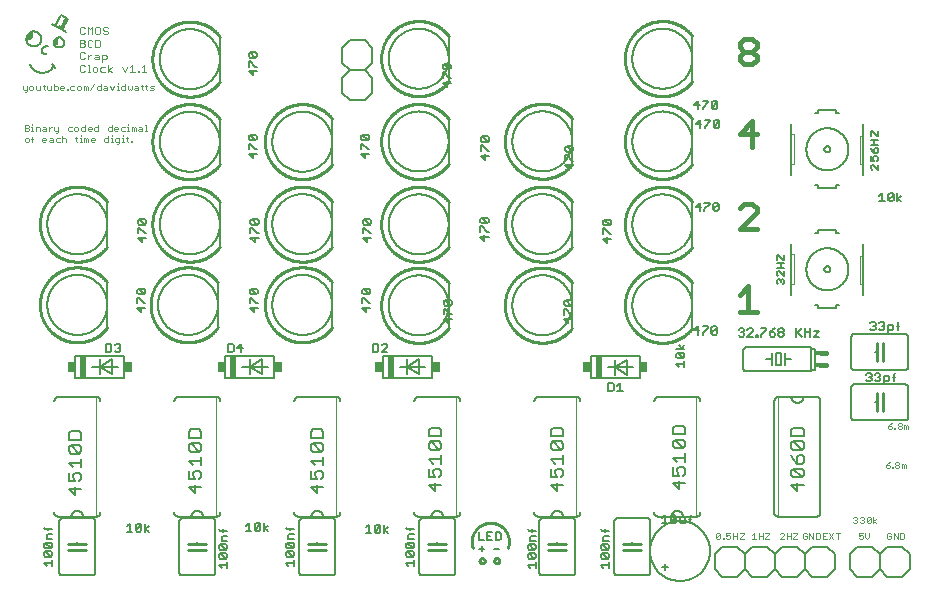
<source format=gbr>
G04 EAGLE Gerber X2 export*
%TF.Part,Single*%
%TF.FileFunction,Legend,Top,1*%
%TF.FilePolarity,Positive*%
%TF.GenerationSoftware,Autodesk,EAGLE,9.1.0*%
%TF.CreationDate,2019-12-30T04:36:43Z*%
G75*
%MOMM*%
%FSLAX34Y34*%
%LPD*%
%AMOC8*
5,1,8,0,0,1.08239X$1,22.5*%
G01*
%ADD10C,0.381000*%
%ADD11C,0.152400*%
%ADD12C,0.101600*%
%ADD13C,0.127000*%
%ADD14C,0.254000*%
%ADD15C,0.050800*%
%ADD16C,0.203200*%
%ADD17C,0.406400*%
%ADD18R,0.584200X0.406400*%
%ADD19R,0.508000X1.870000*%
%ADD20R,0.635000X0.850000*%


D10*
X619411Y251515D02*
X626614Y258717D01*
X626614Y237109D01*
X633816Y237109D02*
X619411Y237109D01*
X619411Y306959D02*
X633816Y306959D01*
X619411Y306959D02*
X633816Y321365D01*
X633816Y324966D01*
X630215Y328567D01*
X623012Y328567D01*
X619411Y324966D01*
X630215Y376809D02*
X630215Y398417D01*
X619411Y387613D01*
X633816Y387613D01*
X619411Y464666D02*
X623012Y468267D01*
X630215Y468267D01*
X633816Y464666D01*
X633816Y461065D01*
X630215Y457463D01*
X633816Y453862D01*
X633816Y450260D01*
X630215Y446659D01*
X623012Y446659D01*
X619411Y450260D01*
X619411Y453862D01*
X623012Y457463D01*
X619411Y461065D01*
X619411Y464666D01*
X623012Y457463D02*
X630215Y457463D01*
D11*
X38639Y445517D02*
X38517Y445283D01*
X38388Y445053D01*
X38254Y444826D01*
X38115Y444602D01*
X37970Y444382D01*
X37820Y444165D01*
X37664Y443952D01*
X37504Y443743D01*
X37338Y443538D01*
X37167Y443337D01*
X36991Y443140D01*
X36811Y442948D01*
X36626Y442760D01*
X36436Y442577D01*
X36242Y442398D01*
X36044Y442224D01*
X35842Y442056D01*
X35635Y441892D01*
X35424Y441733D01*
X35210Y441579D01*
X34992Y441431D01*
X34770Y441288D01*
X34545Y441151D01*
X34317Y441019D01*
X34085Y440893D01*
X33851Y440772D01*
X33613Y440658D01*
X33373Y440549D01*
X33130Y440446D01*
X32885Y440349D01*
X32638Y440258D01*
X32388Y440173D01*
X32136Y440095D01*
X31883Y440022D01*
X31627Y439956D01*
X31371Y439896D01*
X31113Y439842D01*
X30853Y439795D01*
X30593Y439754D01*
X30331Y439719D01*
X30069Y439691D01*
X29806Y439670D01*
X29543Y439654D01*
X29279Y439645D01*
X29016Y439643D01*
X28752Y439647D01*
X28489Y439658D01*
X28226Y439675D01*
X27963Y439698D01*
X27701Y439728D01*
X27440Y439764D01*
X27179Y439807D01*
X26920Y439856D01*
X26663Y439911D01*
X26406Y439973D01*
X26151Y440041D01*
X25898Y440115D01*
X25647Y440195D01*
X25398Y440282D01*
X25151Y440374D01*
X24907Y440473D01*
X24665Y440577D01*
X24425Y440688D01*
X24188Y440804D01*
X23955Y440926D01*
X23724Y441054D01*
X23496Y441187D01*
X23272Y441326D01*
X23051Y441470D01*
X22834Y441620D01*
X22621Y441775D01*
X22412Y441935D01*
X22206Y442100D01*
X22005Y442270D01*
X21807Y442445D01*
X21615Y442625D01*
X21426Y442810D01*
X21242Y442999D01*
X21063Y443192D01*
X20889Y443390D01*
X20719Y443592D01*
X20555Y443798D01*
X20396Y444008D01*
X20242Y444222D01*
X20093Y444440D01*
X19949Y444661D01*
X19811Y444886D01*
X19679Y445114D01*
X19552Y445345D01*
X19431Y445579D01*
X19316Y445817D01*
X19206Y446056D01*
X19102Y446299D01*
X19005Y446544D01*
X18913Y446791D01*
X18828Y447041D01*
X38901Y465328D02*
X38903Y465459D01*
X38909Y465590D01*
X38919Y465720D01*
X38933Y465850D01*
X38951Y465980D01*
X38972Y466109D01*
X38998Y466237D01*
X39027Y466365D01*
X39061Y466491D01*
X39098Y466617D01*
X39139Y466741D01*
X39184Y466864D01*
X39232Y466985D01*
X39284Y467105D01*
X39340Y467224D01*
X39399Y467340D01*
X39462Y467455D01*
X39529Y467568D01*
X39598Y467679D01*
X39671Y467787D01*
X39748Y467894D01*
X39827Y467998D01*
X39910Y468099D01*
X39995Y468198D01*
X40084Y468294D01*
X40175Y468388D01*
X40270Y468479D01*
X40366Y468566D01*
X40466Y468651D01*
X40568Y468733D01*
X40673Y468812D01*
X40780Y468887D01*
X40889Y468959D01*
X41000Y469028D01*
X41113Y469094D01*
X41229Y469156D01*
X41346Y469214D01*
X41465Y469269D01*
X41585Y469320D01*
X41707Y469368D01*
X41830Y469412D01*
X41955Y469452D01*
X42080Y469488D01*
X42207Y469520D01*
X42335Y469549D01*
X42463Y469574D01*
X42593Y469594D01*
X42722Y469611D01*
X42853Y469624D01*
X42983Y469633D01*
X43114Y469638D01*
X43245Y469639D01*
X43376Y469636D01*
X43506Y469629D01*
X43637Y469618D01*
X43767Y469603D01*
X43896Y469584D01*
X44025Y469562D01*
X44153Y469535D01*
X44280Y469505D01*
X44407Y469470D01*
X44532Y469432D01*
X44656Y469390D01*
X44778Y469344D01*
X44899Y469295D01*
X45019Y469242D01*
X45137Y469185D01*
X45253Y469125D01*
X45367Y469061D01*
X45480Y468994D01*
X45590Y468924D01*
X45698Y468850D01*
X45804Y468773D01*
X45907Y468693D01*
X46008Y468609D01*
X46106Y468523D01*
X46202Y468434D01*
X46295Y468341D01*
X46385Y468246D01*
X46472Y468149D01*
X46556Y468049D01*
X46637Y467946D01*
X46715Y467841D01*
X46790Y467733D01*
X46861Y467624D01*
X46929Y467512D01*
X46994Y467398D01*
X47055Y467282D01*
X47112Y467165D01*
X47166Y467046D01*
X47216Y466925D01*
X47263Y466802D01*
X47306Y466679D01*
X47345Y466554D01*
X47380Y466428D01*
X47412Y466301D01*
X47439Y466173D01*
X47463Y466044D01*
X47483Y465915D01*
X47499Y465785D01*
X47511Y465655D01*
X47519Y465524D01*
X47523Y465393D01*
X47523Y465263D01*
X47519Y465132D01*
X47511Y465001D01*
X47499Y464871D01*
X47483Y464741D01*
X47463Y464612D01*
X47439Y464483D01*
X47412Y464355D01*
X47380Y464228D01*
X47345Y464102D01*
X47306Y463977D01*
X47263Y463854D01*
X47216Y463731D01*
X47166Y463610D01*
X47112Y463491D01*
X47055Y463374D01*
X46994Y463258D01*
X46929Y463144D01*
X46861Y463032D01*
X46790Y462923D01*
X46715Y462815D01*
X46637Y462710D01*
X46556Y462607D01*
X46472Y462507D01*
X46385Y462410D01*
X46295Y462315D01*
X46202Y462222D01*
X46106Y462133D01*
X46008Y462047D01*
X45907Y461963D01*
X45804Y461883D01*
X45698Y461806D01*
X45590Y461732D01*
X45480Y461662D01*
X45368Y461595D01*
X45253Y461531D01*
X45137Y461471D01*
X45019Y461414D01*
X44899Y461361D01*
X44778Y461312D01*
X44656Y461266D01*
X44532Y461224D01*
X44407Y461186D01*
X44280Y461151D01*
X44153Y461121D01*
X44025Y461094D01*
X43896Y461072D01*
X43767Y461053D01*
X43637Y461038D01*
X43506Y461027D01*
X43376Y461020D01*
X43245Y461017D01*
X43114Y461018D01*
X42983Y461023D01*
X42853Y461032D01*
X42722Y461045D01*
X42593Y461062D01*
X42463Y461082D01*
X42335Y461107D01*
X42207Y461136D01*
X42080Y461168D01*
X41955Y461204D01*
X41830Y461244D01*
X41707Y461288D01*
X41585Y461336D01*
X41465Y461387D01*
X41346Y461442D01*
X41229Y461500D01*
X41113Y461562D01*
X41000Y461628D01*
X40889Y461697D01*
X40780Y461769D01*
X40673Y461844D01*
X40568Y461923D01*
X40466Y462005D01*
X40366Y462090D01*
X40270Y462177D01*
X40175Y462268D01*
X40084Y462362D01*
X39995Y462458D01*
X39910Y462557D01*
X39827Y462658D01*
X39748Y462762D01*
X39671Y462869D01*
X39598Y462977D01*
X39529Y463088D01*
X39462Y463201D01*
X39399Y463316D01*
X39340Y463432D01*
X39284Y463551D01*
X39232Y463671D01*
X39184Y463792D01*
X39139Y463915D01*
X39098Y464039D01*
X39061Y464165D01*
X39027Y464291D01*
X38998Y464419D01*
X38972Y464547D01*
X38951Y464676D01*
X38933Y464806D01*
X38919Y464936D01*
X38909Y465066D01*
X38903Y465197D01*
X38901Y465328D01*
X15592Y468376D02*
X15594Y468534D01*
X15600Y468692D01*
X15610Y468849D01*
X15624Y469007D01*
X15642Y469164D01*
X15663Y469320D01*
X15689Y469476D01*
X15719Y469631D01*
X15752Y469785D01*
X15789Y469939D01*
X15831Y470091D01*
X15876Y470243D01*
X15924Y470393D01*
X15977Y470542D01*
X16033Y470689D01*
X16093Y470835D01*
X16157Y470980D01*
X16224Y471123D01*
X16295Y471264D01*
X16369Y471403D01*
X16447Y471541D01*
X16528Y471676D01*
X16613Y471810D01*
X16701Y471941D01*
X16792Y472070D01*
X16887Y472196D01*
X16984Y472320D01*
X17085Y472442D01*
X17189Y472561D01*
X17295Y472678D01*
X17405Y472791D01*
X17517Y472902D01*
X17632Y473011D01*
X17750Y473116D01*
X17870Y473218D01*
X17993Y473317D01*
X18119Y473413D01*
X18247Y473506D01*
X18377Y473595D01*
X18509Y473682D01*
X18643Y473765D01*
X18780Y473844D01*
X18918Y473920D01*
X19058Y473993D01*
X19200Y474062D01*
X19344Y474127D01*
X19489Y474189D01*
X19636Y474247D01*
X19785Y474302D01*
X19934Y474352D01*
X20085Y474399D01*
X20237Y474442D01*
X20390Y474482D01*
X20544Y474517D01*
X20698Y474549D01*
X20854Y474576D01*
X21010Y474600D01*
X21167Y474620D01*
X21324Y474636D01*
X21481Y474648D01*
X21639Y474656D01*
X21797Y474660D01*
X21955Y474660D01*
X22113Y474656D01*
X22271Y474648D01*
X22428Y474636D01*
X22585Y474620D01*
X22742Y474600D01*
X22898Y474576D01*
X23054Y474549D01*
X23208Y474517D01*
X23362Y474482D01*
X23515Y474442D01*
X23667Y474399D01*
X23818Y474352D01*
X23967Y474302D01*
X24116Y474247D01*
X24263Y474189D01*
X24408Y474127D01*
X24552Y474062D01*
X24694Y473993D01*
X24834Y473920D01*
X24972Y473844D01*
X25109Y473765D01*
X25243Y473682D01*
X25375Y473595D01*
X25505Y473506D01*
X25633Y473413D01*
X25759Y473317D01*
X25882Y473218D01*
X26002Y473116D01*
X26120Y473011D01*
X26235Y472902D01*
X26347Y472791D01*
X26457Y472678D01*
X26563Y472561D01*
X26667Y472442D01*
X26768Y472320D01*
X26865Y472196D01*
X26960Y472070D01*
X27051Y471941D01*
X27139Y471810D01*
X27224Y471676D01*
X27305Y471541D01*
X27383Y471403D01*
X27457Y471264D01*
X27528Y471123D01*
X27595Y470980D01*
X27659Y470835D01*
X27719Y470689D01*
X27775Y470542D01*
X27828Y470393D01*
X27876Y470243D01*
X27921Y470091D01*
X27963Y469939D01*
X28000Y469785D01*
X28033Y469631D01*
X28063Y469476D01*
X28089Y469320D01*
X28110Y469164D01*
X28128Y469007D01*
X28142Y468849D01*
X28152Y468692D01*
X28158Y468534D01*
X28160Y468376D01*
X28158Y468218D01*
X28152Y468060D01*
X28142Y467903D01*
X28128Y467745D01*
X28110Y467588D01*
X28089Y467432D01*
X28063Y467276D01*
X28033Y467121D01*
X28000Y466967D01*
X27963Y466813D01*
X27921Y466661D01*
X27876Y466509D01*
X27828Y466359D01*
X27775Y466210D01*
X27719Y466063D01*
X27659Y465917D01*
X27595Y465772D01*
X27528Y465629D01*
X27457Y465488D01*
X27383Y465349D01*
X27305Y465211D01*
X27224Y465076D01*
X27139Y464942D01*
X27051Y464811D01*
X26960Y464682D01*
X26865Y464556D01*
X26768Y464432D01*
X26667Y464310D01*
X26563Y464191D01*
X26457Y464074D01*
X26347Y463961D01*
X26235Y463850D01*
X26120Y463741D01*
X26002Y463636D01*
X25882Y463534D01*
X25759Y463435D01*
X25633Y463339D01*
X25505Y463246D01*
X25375Y463157D01*
X25243Y463070D01*
X25109Y462987D01*
X24972Y462908D01*
X24834Y462832D01*
X24694Y462759D01*
X24552Y462690D01*
X24408Y462625D01*
X24263Y462563D01*
X24116Y462505D01*
X23967Y462450D01*
X23818Y462400D01*
X23667Y462353D01*
X23515Y462310D01*
X23362Y462270D01*
X23208Y462235D01*
X23054Y462203D01*
X22898Y462176D01*
X22742Y462152D01*
X22585Y462132D01*
X22428Y462116D01*
X22271Y462104D01*
X22113Y462096D01*
X21955Y462092D01*
X21797Y462092D01*
X21639Y462096D01*
X21481Y462104D01*
X21324Y462116D01*
X21167Y462132D01*
X21010Y462152D01*
X20854Y462176D01*
X20698Y462203D01*
X20544Y462235D01*
X20390Y462270D01*
X20237Y462310D01*
X20085Y462353D01*
X19934Y462400D01*
X19785Y462450D01*
X19636Y462505D01*
X19489Y462563D01*
X19344Y462625D01*
X19200Y462690D01*
X19058Y462759D01*
X18918Y462832D01*
X18780Y462908D01*
X18643Y462987D01*
X18509Y463070D01*
X18377Y463157D01*
X18247Y463246D01*
X18119Y463339D01*
X17993Y463435D01*
X17870Y463534D01*
X17750Y463636D01*
X17632Y463741D01*
X17517Y463850D01*
X17405Y463961D01*
X17295Y464074D01*
X17189Y464191D01*
X17085Y464310D01*
X16984Y464432D01*
X16887Y464556D01*
X16792Y464682D01*
X16701Y464811D01*
X16613Y464942D01*
X16528Y465076D01*
X16447Y465211D01*
X16369Y465349D01*
X16295Y465488D01*
X16224Y465629D01*
X16157Y465772D01*
X16093Y465917D01*
X16033Y466063D01*
X15977Y466210D01*
X15924Y466359D01*
X15876Y466509D01*
X15831Y466661D01*
X15789Y466813D01*
X15752Y466967D01*
X15719Y467121D01*
X15689Y467276D01*
X15663Y467432D01*
X15642Y467588D01*
X15624Y467745D01*
X15610Y467903D01*
X15600Y468060D01*
X15594Y468218D01*
X15592Y468376D01*
X29496Y460756D02*
X29643Y460863D01*
X29792Y460967D01*
X29943Y461067D01*
X30097Y461164D01*
X30253Y461256D01*
X30411Y461345D01*
X30572Y461431D01*
X30734Y461512D01*
X30898Y461589D01*
X31064Y461663D01*
X31232Y461733D01*
X31402Y461798D01*
X31572Y461860D01*
X31745Y461917D01*
X31918Y461970D01*
X32093Y462020D01*
X32269Y462065D01*
X32446Y462105D01*
X32624Y462142D01*
X32803Y462174D01*
X32982Y462202D01*
X33162Y462226D01*
X33343Y462245D01*
X33524Y462261D01*
X33705Y462271D01*
X33886Y462278D01*
X34068Y462280D01*
X29496Y460756D02*
X29427Y460652D01*
X29361Y460547D01*
X29298Y460439D01*
X29238Y460329D01*
X29182Y460218D01*
X29130Y460105D01*
X29081Y459990D01*
X29035Y459874D01*
X28994Y459756D01*
X28955Y459638D01*
X28921Y459518D01*
X28890Y459397D01*
X28864Y459275D01*
X28840Y459153D01*
X28821Y459029D01*
X28806Y458906D01*
X28794Y458781D01*
X28786Y458657D01*
X28782Y458532D01*
X28782Y458408D01*
X28786Y458283D01*
X28794Y458159D01*
X28806Y458034D01*
X28821Y457911D01*
X28840Y457787D01*
X28864Y457665D01*
X28890Y457543D01*
X28921Y457422D01*
X28955Y457302D01*
X28994Y457184D01*
X29035Y457066D01*
X29081Y456950D01*
X29130Y456835D01*
X29182Y456722D01*
X29238Y456611D01*
X29298Y456501D01*
X29361Y456393D01*
X29427Y456288D01*
X29496Y456184D01*
X29593Y456133D01*
X29692Y456086D01*
X29792Y456041D01*
X29894Y456001D01*
X29997Y455964D01*
X30102Y455930D01*
X30207Y455900D01*
X30313Y455874D01*
X30421Y455851D01*
X30529Y455832D01*
X30637Y455817D01*
X30746Y455806D01*
X30856Y455798D01*
X30965Y455794D01*
X31075Y455794D01*
X31184Y455798D01*
X31294Y455806D01*
X31403Y455817D01*
X31511Y455832D01*
X31619Y455851D01*
X31727Y455874D01*
X31833Y455900D01*
X31938Y455930D01*
X32043Y455964D01*
X32146Y456001D01*
X32248Y456041D01*
X32348Y456086D01*
X32447Y456133D01*
X32544Y456184D01*
X20352Y472948D02*
X20352Y474472D01*
X20352Y472948D02*
X20352Y471424D01*
X20350Y471310D01*
X20344Y471196D01*
X20334Y471083D01*
X20321Y470970D01*
X20303Y470857D01*
X20282Y470746D01*
X20256Y470635D01*
X20227Y470525D01*
X20194Y470416D01*
X20158Y470308D01*
X20117Y470201D01*
X20073Y470096D01*
X20026Y469993D01*
X19975Y469891D01*
X19920Y469791D01*
X19862Y469693D01*
X19801Y469597D01*
X19736Y469504D01*
X19668Y469412D01*
X19597Y469323D01*
X19523Y469236D01*
X19446Y469152D01*
X19367Y469071D01*
X19284Y468993D01*
X19199Y468917D01*
X19111Y468844D01*
X19021Y468775D01*
X18929Y468709D01*
X18834Y468645D01*
X18737Y468586D01*
X18638Y468529D01*
X18538Y468476D01*
X18435Y468426D01*
X18331Y468381D01*
X18225Y468338D01*
X18118Y468299D01*
X18010Y468265D01*
X17900Y468233D01*
X17790Y468206D01*
X17678Y468182D01*
X17566Y468163D01*
X17453Y468147D01*
X17340Y468135D01*
X17227Y468127D01*
X17113Y468123D01*
X16999Y468122D01*
X16885Y468126D01*
X16772Y468134D01*
X16658Y468145D01*
X16545Y468161D01*
X16433Y468180D01*
X16322Y468203D01*
X16211Y468230D01*
X16102Y468261D01*
X15993Y468296D01*
X15886Y468334D01*
X15780Y468376D01*
X41688Y468376D02*
X41688Y465328D01*
X41686Y465251D01*
X41680Y465174D01*
X41670Y465097D01*
X41657Y465021D01*
X41639Y464946D01*
X41618Y464872D01*
X41593Y464799D01*
X41564Y464727D01*
X41532Y464657D01*
X41497Y464588D01*
X41457Y464522D01*
X41415Y464457D01*
X41369Y464395D01*
X41320Y464335D01*
X41269Y464278D01*
X41214Y464223D01*
X41157Y464172D01*
X41097Y464123D01*
X41035Y464077D01*
X40970Y464035D01*
X40904Y463995D01*
X40835Y463960D01*
X40765Y463928D01*
X40693Y463899D01*
X40620Y463874D01*
X40546Y463853D01*
X40471Y463835D01*
X40395Y463822D01*
X40318Y463812D01*
X40241Y463806D01*
X40164Y463804D01*
X37116Y447040D02*
X38640Y445516D01*
X38654Y445435D01*
X38671Y445354D01*
X38692Y445274D01*
X38716Y445195D01*
X38745Y445118D01*
X38776Y445041D01*
X38812Y444967D01*
X38850Y444894D01*
X38892Y444823D01*
X38937Y444754D01*
X38986Y444687D01*
X39037Y444622D01*
X39091Y444560D01*
X39148Y444500D01*
X39208Y444443D01*
X39270Y444389D01*
X39335Y444338D01*
X39402Y444289D01*
X39471Y444244D01*
X39542Y444202D01*
X39615Y444164D01*
X39689Y444128D01*
X39766Y444097D01*
X39843Y444068D01*
X39922Y444044D01*
X40002Y444023D01*
X40083Y444006D01*
X40164Y443992D01*
X40164Y479044D02*
X37116Y480568D01*
X40164Y479044D02*
X46260Y475996D01*
X49308Y474472D01*
X46260Y475996D02*
X47784Y479044D01*
X50832Y485140D01*
X44736Y488188D01*
X40164Y479044D01*
X44736Y477520D01*
X46260Y477520D01*
X47784Y479044D01*
X47784Y480568D01*
X47784Y482092D01*
X47784Y483616D02*
X49308Y483616D01*
X49308Y485140D01*
X47784Y483616D01*
X47784Y482092D01*
X49308Y483616D01*
X47784Y482092D02*
X46260Y480568D01*
X46260Y479044D01*
X44736Y479044D01*
X43212Y479044D02*
X44736Y477520D01*
X46260Y479044D01*
X47784Y480568D01*
X46260Y482092D01*
X47784Y482092D01*
X46260Y479044D01*
X20352Y472948D02*
X18828Y472948D01*
X17304Y471424D02*
X15780Y468376D01*
X17304Y469900D01*
X18828Y469900D01*
X17304Y468376D01*
X18828Y471424D01*
X20352Y472948D01*
X18828Y469900D01*
X18828Y471424D01*
X17304Y471424D02*
X18828Y472948D01*
X18828Y471424D01*
X40164Y468376D02*
X40164Y463804D01*
D12*
X63820Y478382D02*
X64837Y477366D01*
X63820Y478382D02*
X61786Y478382D01*
X60770Y477366D01*
X60770Y473298D01*
X61786Y472281D01*
X63820Y472281D01*
X64837Y473298D01*
X67318Y472281D02*
X67318Y478382D01*
X69352Y476349D01*
X71386Y478382D01*
X71386Y472281D01*
X74884Y478382D02*
X76917Y478382D01*
X74884Y478382D02*
X73867Y477366D01*
X73867Y473298D01*
X74884Y472281D01*
X76917Y472281D01*
X77934Y473298D01*
X77934Y477366D01*
X76917Y478382D01*
X83466Y478382D02*
X84483Y477366D01*
X83466Y478382D02*
X81432Y478382D01*
X80415Y477366D01*
X80415Y476349D01*
X81432Y475332D01*
X83466Y475332D01*
X84483Y474315D01*
X84483Y473298D01*
X83466Y472281D01*
X81432Y472281D01*
X80415Y473298D01*
X60770Y467714D02*
X60770Y461613D01*
X60770Y467714D02*
X63820Y467714D01*
X64837Y466698D01*
X64837Y465681D01*
X63820Y464664D01*
X64837Y463647D01*
X64837Y462630D01*
X63820Y461613D01*
X60770Y461613D01*
X60770Y464664D02*
X63820Y464664D01*
X70369Y467714D02*
X71386Y466698D01*
X70369Y467714D02*
X68335Y467714D01*
X67318Y466698D01*
X67318Y462630D01*
X68335Y461613D01*
X70369Y461613D01*
X71386Y462630D01*
X73867Y461613D02*
X73867Y467714D01*
X73867Y461613D02*
X76917Y461613D01*
X77934Y462630D01*
X77934Y466698D01*
X76917Y467714D01*
X73867Y467714D01*
X63820Y457046D02*
X64837Y456030D01*
X63820Y457046D02*
X61786Y457046D01*
X60770Y456030D01*
X60770Y451962D01*
X61786Y450945D01*
X63820Y450945D01*
X64837Y451962D01*
X67318Y450945D02*
X67318Y455013D01*
X67318Y452979D02*
X69352Y455013D01*
X70369Y455013D01*
X73792Y455013D02*
X75826Y455013D01*
X76843Y453996D01*
X76843Y450945D01*
X73792Y450945D01*
X72775Y451962D01*
X73792Y452979D01*
X76843Y452979D01*
X79324Y455013D02*
X79324Y448912D01*
X79324Y455013D02*
X82375Y455013D01*
X83391Y453996D01*
X83391Y451962D01*
X82375Y450945D01*
X79324Y450945D01*
X64837Y445362D02*
X63820Y446378D01*
X61786Y446378D01*
X60770Y445362D01*
X60770Y441294D01*
X61786Y440277D01*
X63820Y440277D01*
X64837Y441294D01*
X67318Y446378D02*
X68335Y446378D01*
X68335Y440277D01*
X67318Y440277D02*
X69352Y440277D01*
X72701Y440277D02*
X74734Y440277D01*
X75751Y441294D01*
X75751Y443328D01*
X74734Y444345D01*
X72701Y444345D01*
X71684Y443328D01*
X71684Y441294D01*
X72701Y440277D01*
X79249Y444345D02*
X82300Y444345D01*
X79249Y444345D02*
X78233Y443328D01*
X78233Y441294D01*
X79249Y440277D01*
X82300Y440277D01*
X84781Y440277D02*
X84781Y446378D01*
X84781Y442311D02*
X87832Y440277D01*
X84781Y442311D02*
X87832Y444345D01*
X96787Y444345D02*
X98821Y440277D01*
X100854Y444345D01*
X103336Y444345D02*
X105369Y446378D01*
X105369Y440277D01*
X103336Y440277D02*
X107403Y440277D01*
X109884Y440277D02*
X109884Y441294D01*
X110901Y441294D01*
X110901Y440277D01*
X109884Y440277D01*
X113159Y444345D02*
X115192Y446378D01*
X115192Y440277D01*
X113159Y440277D02*
X117226Y440277D01*
D13*
X398907Y50551D02*
X398907Y44196D01*
X403144Y44196D01*
X405923Y50551D02*
X410160Y50551D01*
X405923Y50551D02*
X405923Y44196D01*
X410160Y44196D01*
X408042Y47374D02*
X405923Y47374D01*
X412940Y50551D02*
X412940Y44196D01*
X416117Y44196D01*
X417177Y45255D01*
X417177Y49492D01*
X416117Y50551D01*
X412940Y50551D01*
X403144Y36483D02*
X398907Y36483D01*
X401025Y34365D02*
X401025Y38602D01*
X411353Y36483D02*
X415590Y36483D01*
D14*
X399184Y26448D02*
X399186Y26541D01*
X399192Y26635D01*
X399202Y26727D01*
X399216Y26820D01*
X399233Y26911D01*
X399255Y27002D01*
X399280Y27092D01*
X399310Y27181D01*
X399343Y27268D01*
X399379Y27354D01*
X399420Y27438D01*
X399463Y27521D01*
X399511Y27601D01*
X399561Y27680D01*
X399615Y27756D01*
X399672Y27830D01*
X399733Y27901D01*
X399796Y27970D01*
X399862Y28036D01*
X399931Y28099D01*
X400002Y28160D01*
X400076Y28217D01*
X400152Y28271D01*
X400231Y28321D01*
X400311Y28369D01*
X400394Y28412D01*
X400478Y28453D01*
X400564Y28489D01*
X400651Y28522D01*
X400740Y28552D01*
X400830Y28577D01*
X400921Y28599D01*
X401012Y28616D01*
X401105Y28630D01*
X401197Y28640D01*
X401291Y28646D01*
X401384Y28648D01*
X401477Y28646D01*
X401571Y28640D01*
X401663Y28630D01*
X401756Y28616D01*
X401847Y28599D01*
X401938Y28577D01*
X402028Y28552D01*
X402117Y28522D01*
X402204Y28489D01*
X402290Y28453D01*
X402374Y28412D01*
X402457Y28369D01*
X402537Y28321D01*
X402616Y28271D01*
X402692Y28217D01*
X402766Y28160D01*
X402837Y28099D01*
X402906Y28036D01*
X402972Y27970D01*
X403035Y27901D01*
X403096Y27830D01*
X403153Y27756D01*
X403207Y27680D01*
X403257Y27601D01*
X403305Y27521D01*
X403348Y27438D01*
X403389Y27354D01*
X403425Y27268D01*
X403458Y27181D01*
X403488Y27092D01*
X403513Y27002D01*
X403535Y26911D01*
X403552Y26820D01*
X403566Y26727D01*
X403576Y26635D01*
X403582Y26541D01*
X403584Y26448D01*
X403582Y26355D01*
X403576Y26261D01*
X403566Y26169D01*
X403552Y26076D01*
X403535Y25985D01*
X403513Y25894D01*
X403488Y25804D01*
X403458Y25715D01*
X403425Y25628D01*
X403389Y25542D01*
X403348Y25458D01*
X403305Y25375D01*
X403257Y25295D01*
X403207Y25216D01*
X403153Y25140D01*
X403096Y25066D01*
X403035Y24995D01*
X402972Y24926D01*
X402906Y24860D01*
X402837Y24797D01*
X402766Y24736D01*
X402692Y24679D01*
X402616Y24625D01*
X402537Y24575D01*
X402457Y24527D01*
X402374Y24484D01*
X402290Y24443D01*
X402204Y24407D01*
X402117Y24374D01*
X402028Y24344D01*
X401938Y24319D01*
X401847Y24297D01*
X401756Y24280D01*
X401663Y24266D01*
X401571Y24256D01*
X401477Y24250D01*
X401384Y24248D01*
X401291Y24250D01*
X401197Y24256D01*
X401105Y24266D01*
X401012Y24280D01*
X400921Y24297D01*
X400830Y24319D01*
X400740Y24344D01*
X400651Y24374D01*
X400564Y24407D01*
X400478Y24443D01*
X400394Y24484D01*
X400311Y24527D01*
X400231Y24575D01*
X400152Y24625D01*
X400076Y24679D01*
X400002Y24736D01*
X399931Y24797D01*
X399862Y24860D01*
X399796Y24926D01*
X399733Y24995D01*
X399672Y25066D01*
X399615Y25140D01*
X399561Y25216D01*
X399511Y25295D01*
X399463Y25375D01*
X399420Y25458D01*
X399379Y25542D01*
X399343Y25628D01*
X399310Y25715D01*
X399280Y25804D01*
X399255Y25894D01*
X399233Y25985D01*
X399216Y26076D01*
X399202Y26169D01*
X399192Y26261D01*
X399186Y26355D01*
X399184Y26448D01*
X411630Y26448D02*
X411632Y26541D01*
X411638Y26635D01*
X411648Y26727D01*
X411662Y26820D01*
X411679Y26911D01*
X411701Y27002D01*
X411726Y27092D01*
X411756Y27181D01*
X411789Y27268D01*
X411825Y27354D01*
X411866Y27438D01*
X411909Y27521D01*
X411957Y27601D01*
X412007Y27680D01*
X412061Y27756D01*
X412118Y27830D01*
X412179Y27901D01*
X412242Y27970D01*
X412308Y28036D01*
X412377Y28099D01*
X412448Y28160D01*
X412522Y28217D01*
X412598Y28271D01*
X412677Y28321D01*
X412757Y28369D01*
X412840Y28412D01*
X412924Y28453D01*
X413010Y28489D01*
X413097Y28522D01*
X413186Y28552D01*
X413276Y28577D01*
X413367Y28599D01*
X413458Y28616D01*
X413551Y28630D01*
X413643Y28640D01*
X413737Y28646D01*
X413830Y28648D01*
X413923Y28646D01*
X414017Y28640D01*
X414109Y28630D01*
X414202Y28616D01*
X414293Y28599D01*
X414384Y28577D01*
X414474Y28552D01*
X414563Y28522D01*
X414650Y28489D01*
X414736Y28453D01*
X414820Y28412D01*
X414903Y28369D01*
X414983Y28321D01*
X415062Y28271D01*
X415138Y28217D01*
X415212Y28160D01*
X415283Y28099D01*
X415352Y28036D01*
X415418Y27970D01*
X415481Y27901D01*
X415542Y27830D01*
X415599Y27756D01*
X415653Y27680D01*
X415703Y27601D01*
X415751Y27521D01*
X415794Y27438D01*
X415835Y27354D01*
X415871Y27268D01*
X415904Y27181D01*
X415934Y27092D01*
X415959Y27002D01*
X415981Y26911D01*
X415998Y26820D01*
X416012Y26727D01*
X416022Y26635D01*
X416028Y26541D01*
X416030Y26448D01*
X416028Y26355D01*
X416022Y26261D01*
X416012Y26169D01*
X415998Y26076D01*
X415981Y25985D01*
X415959Y25894D01*
X415934Y25804D01*
X415904Y25715D01*
X415871Y25628D01*
X415835Y25542D01*
X415794Y25458D01*
X415751Y25375D01*
X415703Y25295D01*
X415653Y25216D01*
X415599Y25140D01*
X415542Y25066D01*
X415481Y24995D01*
X415418Y24926D01*
X415352Y24860D01*
X415283Y24797D01*
X415212Y24736D01*
X415138Y24679D01*
X415062Y24625D01*
X414983Y24575D01*
X414903Y24527D01*
X414820Y24484D01*
X414736Y24443D01*
X414650Y24407D01*
X414563Y24374D01*
X414474Y24344D01*
X414384Y24319D01*
X414293Y24297D01*
X414202Y24280D01*
X414109Y24266D01*
X414017Y24256D01*
X413923Y24250D01*
X413830Y24248D01*
X413737Y24250D01*
X413643Y24256D01*
X413551Y24266D01*
X413458Y24280D01*
X413367Y24297D01*
X413276Y24319D01*
X413186Y24344D01*
X413097Y24374D01*
X413010Y24407D01*
X412924Y24443D01*
X412840Y24484D01*
X412757Y24527D01*
X412677Y24575D01*
X412598Y24625D01*
X412522Y24679D01*
X412448Y24736D01*
X412377Y24797D01*
X412308Y24860D01*
X412242Y24926D01*
X412179Y24995D01*
X412118Y25066D01*
X412061Y25140D01*
X412007Y25216D01*
X411957Y25295D01*
X411909Y25375D01*
X411866Y25458D01*
X411825Y25542D01*
X411789Y25628D01*
X411756Y25715D01*
X411726Y25804D01*
X411701Y25894D01*
X411679Y25985D01*
X411662Y26076D01*
X411648Y26169D01*
X411638Y26261D01*
X411632Y26355D01*
X411630Y26448D01*
X423164Y37338D02*
X423293Y37702D01*
X423413Y38068D01*
X423524Y38438D01*
X423626Y38810D01*
X423719Y39185D01*
X423802Y39562D01*
X423876Y39941D01*
X423941Y40321D01*
X423997Y40703D01*
X424043Y41086D01*
X424080Y41471D01*
X424108Y41856D01*
X424126Y42241D01*
X424134Y42627D01*
X424133Y43013D01*
X424123Y43399D01*
X424103Y43784D01*
X424074Y44169D01*
X424035Y44553D01*
X423987Y44936D01*
X423930Y45318D01*
X423863Y45698D01*
X423787Y46077D01*
X423701Y46453D01*
X423607Y46827D01*
X423503Y47199D01*
X423390Y47568D01*
X423269Y47935D01*
X423138Y48298D01*
X422998Y48658D01*
X422850Y49014D01*
X422693Y49367D01*
X422527Y49715D01*
X422353Y50060D01*
X422171Y50400D01*
X421980Y50736D01*
X421781Y51066D01*
X421574Y51392D01*
X421359Y51713D01*
X421136Y52028D01*
X420906Y52338D01*
X420668Y52642D01*
X420423Y52940D01*
X420170Y53232D01*
X419911Y53517D01*
X419644Y53797D01*
X419371Y54069D01*
X419091Y54335D01*
X418805Y54594D01*
X418512Y54846D01*
X418214Y55090D01*
X417909Y55328D01*
X417599Y55557D01*
X417283Y55779D01*
X416962Y55993D01*
X416636Y56200D01*
X416304Y56398D01*
X415968Y56588D01*
X415628Y56769D01*
X415283Y56943D01*
X414934Y57108D01*
X414581Y57264D01*
X414224Y57411D01*
X413864Y57550D01*
X413501Y57680D01*
X413134Y57801D01*
X412765Y57913D01*
X412392Y58015D01*
X412018Y58109D01*
X411641Y58193D01*
X411263Y58269D01*
X410882Y58335D01*
X410501Y58391D01*
X410118Y58438D01*
X409733Y58476D01*
X409348Y58504D01*
X408963Y58523D01*
X408577Y58533D01*
X408191Y58533D01*
X407805Y58523D01*
X407420Y58504D01*
X407035Y58476D01*
X406650Y58438D01*
X406267Y58391D01*
X405886Y58335D01*
X405505Y58269D01*
X405127Y58193D01*
X404750Y58109D01*
X404376Y58015D01*
X404003Y57913D01*
X403634Y57801D01*
X403267Y57680D01*
X402904Y57550D01*
X402544Y57411D01*
X402187Y57264D01*
X401834Y57108D01*
X401485Y56943D01*
X401140Y56769D01*
X400800Y56588D01*
X400464Y56398D01*
X400132Y56200D01*
X399806Y55993D01*
X399485Y55779D01*
X399169Y55557D01*
X398859Y55328D01*
X398554Y55090D01*
X398256Y54846D01*
X397963Y54594D01*
X397677Y54335D01*
X397397Y54069D01*
X397124Y53797D01*
X396857Y53517D01*
X396598Y53232D01*
X396345Y52940D01*
X396100Y52642D01*
X395862Y52338D01*
X395632Y52028D01*
X395409Y51713D01*
X395194Y51392D01*
X394987Y51066D01*
X394788Y50736D01*
X394597Y50400D01*
X394415Y50060D01*
X394241Y49715D01*
X394075Y49367D01*
X393918Y49014D01*
X393770Y48658D01*
X393630Y48298D01*
X393499Y47935D01*
X393378Y47568D01*
X393265Y47199D01*
X393161Y46827D01*
X393067Y46453D01*
X392981Y46077D01*
X392905Y45698D01*
X392838Y45318D01*
X392781Y44936D01*
X392733Y44553D01*
X392694Y44169D01*
X392665Y43784D01*
X392645Y43399D01*
X392635Y43013D01*
X392634Y42627D01*
X392642Y42241D01*
X392660Y41856D01*
X392688Y41471D01*
X392725Y41086D01*
X392771Y40703D01*
X392827Y40321D01*
X392892Y39941D01*
X392966Y39562D01*
X393049Y39185D01*
X393142Y38810D01*
X393244Y38438D01*
X393355Y38068D01*
X393475Y37702D01*
X393604Y37338D01*
D13*
X736632Y357602D02*
X736632Y361839D01*
X736632Y357602D02*
X732395Y361839D01*
X731336Y361839D01*
X730276Y360780D01*
X730276Y358661D01*
X731336Y357602D01*
X730276Y364618D02*
X730276Y368855D01*
X730276Y364618D02*
X733454Y364618D01*
X732395Y366737D01*
X732395Y367796D01*
X733454Y368855D01*
X735573Y368855D01*
X736632Y367796D01*
X736632Y365678D01*
X735573Y364618D01*
X731336Y373753D02*
X730276Y375872D01*
X731336Y373753D02*
X733454Y371635D01*
X735573Y371635D01*
X736632Y372694D01*
X736632Y374812D01*
X735573Y375872D01*
X734513Y375872D01*
X733454Y374812D01*
X733454Y371635D01*
X736632Y378651D02*
X730276Y378651D01*
X733454Y378651D02*
X733454Y382888D01*
X730276Y382888D02*
X736632Y382888D01*
X730276Y385668D02*
X730276Y389904D01*
X731336Y389904D01*
X735573Y385668D01*
X736632Y385668D01*
X736632Y389904D01*
X650933Y261442D02*
X651992Y260383D01*
X650933Y261442D02*
X650933Y263561D01*
X651992Y264620D01*
X653052Y264620D01*
X654111Y263561D01*
X654111Y262502D01*
X654111Y263561D02*
X655170Y264620D01*
X656229Y264620D01*
X657289Y263561D01*
X657289Y261442D01*
X656229Y260383D01*
X657289Y267400D02*
X657289Y271637D01*
X657289Y267400D02*
X653052Y271637D01*
X651992Y271637D01*
X650933Y270577D01*
X650933Y268459D01*
X651992Y267400D01*
X650933Y274416D02*
X657289Y274416D01*
X654111Y274416D02*
X654111Y278653D01*
X650933Y278653D02*
X657289Y278653D01*
X650933Y281432D02*
X650933Y285669D01*
X651992Y285669D01*
X656229Y281432D01*
X657289Y281432D01*
X657289Y285669D01*
D12*
X12541Y425567D02*
X12541Y428109D01*
X12541Y425567D02*
X13389Y424720D01*
X15931Y424720D01*
X15931Y423872D02*
X15931Y428109D01*
X15931Y423872D02*
X15083Y423025D01*
X14236Y423025D01*
X19002Y424720D02*
X20697Y424720D01*
X21544Y425567D01*
X21544Y427262D01*
X20697Y428109D01*
X19002Y428109D01*
X18154Y427262D01*
X18154Y425567D01*
X19002Y424720D01*
X23767Y425567D02*
X23767Y428109D01*
X23767Y425567D02*
X24615Y424720D01*
X27157Y424720D01*
X27157Y428109D01*
X30228Y428957D02*
X30228Y425567D01*
X31075Y424720D01*
X31075Y428109D02*
X29381Y428109D01*
X33123Y428109D02*
X33123Y425567D01*
X33970Y424720D01*
X36512Y424720D01*
X36512Y428109D01*
X38736Y429804D02*
X38736Y424720D01*
X41278Y424720D01*
X42125Y425567D01*
X42125Y427262D01*
X41278Y428109D01*
X38736Y428109D01*
X45196Y424720D02*
X46891Y424720D01*
X45196Y424720D02*
X44349Y425567D01*
X44349Y427262D01*
X45196Y428109D01*
X46891Y428109D01*
X47738Y427262D01*
X47738Y426415D01*
X44349Y426415D01*
X49962Y425567D02*
X49962Y424720D01*
X49962Y425567D02*
X50809Y425567D01*
X50809Y424720D01*
X49962Y424720D01*
X53616Y428109D02*
X56158Y428109D01*
X53616Y428109D02*
X52768Y427262D01*
X52768Y425567D01*
X53616Y424720D01*
X56158Y424720D01*
X59229Y424720D02*
X60924Y424720D01*
X61771Y425567D01*
X61771Y427262D01*
X60924Y428109D01*
X59229Y428109D01*
X58382Y427262D01*
X58382Y425567D01*
X59229Y424720D01*
X63995Y424720D02*
X63995Y428109D01*
X64842Y428109D01*
X65689Y427262D01*
X65689Y424720D01*
X65689Y427262D02*
X66537Y428109D01*
X67384Y427262D01*
X67384Y424720D01*
X69608Y424720D02*
X72997Y429804D01*
X78610Y429804D02*
X78610Y424720D01*
X76068Y424720D01*
X75221Y425567D01*
X75221Y427262D01*
X76068Y428109D01*
X78610Y428109D01*
X81681Y428109D02*
X83376Y428109D01*
X84223Y427262D01*
X84223Y424720D01*
X81681Y424720D01*
X80834Y425567D01*
X81681Y426415D01*
X84223Y426415D01*
X86447Y428109D02*
X88142Y424720D01*
X89837Y428109D01*
X92060Y428109D02*
X92907Y428109D01*
X92907Y424720D01*
X92060Y424720D02*
X93755Y424720D01*
X92907Y429804D02*
X92907Y430651D01*
X99192Y429804D02*
X99192Y424720D01*
X96650Y424720D01*
X95802Y425567D01*
X95802Y427262D01*
X96650Y428109D01*
X99192Y428109D01*
X101415Y428109D02*
X101415Y425567D01*
X102263Y424720D01*
X103110Y425567D01*
X103957Y424720D01*
X104805Y425567D01*
X104805Y428109D01*
X107876Y428109D02*
X109570Y428109D01*
X110418Y427262D01*
X110418Y424720D01*
X107876Y424720D01*
X107028Y425567D01*
X107876Y426415D01*
X110418Y426415D01*
X113489Y425567D02*
X113489Y428957D01*
X113489Y425567D02*
X114336Y424720D01*
X114336Y428109D02*
X112641Y428109D01*
X117231Y428957D02*
X117231Y425567D01*
X118078Y424720D01*
X118078Y428109D02*
X116383Y428109D01*
X120126Y424720D02*
X122668Y424720D01*
X123515Y425567D01*
X122668Y426415D01*
X120973Y426415D01*
X120126Y427262D01*
X120973Y428109D01*
X123515Y428109D01*
X14097Y395387D02*
X14097Y390303D01*
X14097Y395387D02*
X16639Y395387D01*
X17487Y394540D01*
X17487Y393692D01*
X16639Y392845D01*
X17487Y391998D01*
X17487Y391150D01*
X16639Y390303D01*
X14097Y390303D01*
X14097Y392845D02*
X16639Y392845D01*
X19710Y393692D02*
X20557Y393692D01*
X20557Y390303D01*
X19710Y390303D02*
X21405Y390303D01*
X20557Y395387D02*
X20557Y396234D01*
X23452Y393692D02*
X23452Y390303D01*
X23452Y393692D02*
X25994Y393692D01*
X26842Y392845D01*
X26842Y390303D01*
X29913Y393692D02*
X31607Y393692D01*
X32455Y392845D01*
X32455Y390303D01*
X29913Y390303D01*
X29065Y391150D01*
X29913Y391998D01*
X32455Y391998D01*
X34678Y393692D02*
X34678Y390303D01*
X34678Y391998D02*
X36373Y393692D01*
X37221Y393692D01*
X39356Y393692D02*
X39356Y391150D01*
X40203Y390303D01*
X42746Y390303D01*
X42746Y389455D02*
X42746Y393692D01*
X42746Y389455D02*
X41898Y388608D01*
X41051Y388608D01*
X51430Y393692D02*
X53972Y393692D01*
X51430Y393692D02*
X50582Y392845D01*
X50582Y391150D01*
X51430Y390303D01*
X53972Y390303D01*
X57043Y390303D02*
X58737Y390303D01*
X59585Y391150D01*
X59585Y392845D01*
X58737Y393692D01*
X57043Y393692D01*
X56195Y392845D01*
X56195Y391150D01*
X57043Y390303D01*
X65198Y390303D02*
X65198Y395387D01*
X65198Y390303D02*
X62656Y390303D01*
X61808Y391150D01*
X61808Y392845D01*
X62656Y393692D01*
X65198Y393692D01*
X68269Y390303D02*
X69964Y390303D01*
X68269Y390303D02*
X67421Y391150D01*
X67421Y392845D01*
X68269Y393692D01*
X69964Y393692D01*
X70811Y392845D01*
X70811Y391998D01*
X67421Y391998D01*
X76424Y390303D02*
X76424Y395387D01*
X76424Y390303D02*
X73882Y390303D01*
X73035Y391150D01*
X73035Y392845D01*
X73882Y393692D01*
X76424Y393692D01*
X87650Y395387D02*
X87650Y390303D01*
X85108Y390303D01*
X84261Y391150D01*
X84261Y392845D01*
X85108Y393692D01*
X87650Y393692D01*
X90721Y390303D02*
X92416Y390303D01*
X90721Y390303D02*
X89874Y391150D01*
X89874Y392845D01*
X90721Y393692D01*
X92416Y393692D01*
X93263Y392845D01*
X93263Y391998D01*
X89874Y391998D01*
X96334Y393692D02*
X98876Y393692D01*
X96334Y393692D02*
X95487Y392845D01*
X95487Y391150D01*
X96334Y390303D01*
X98876Y390303D01*
X101100Y393692D02*
X101947Y393692D01*
X101947Y390303D01*
X101100Y390303D02*
X102795Y390303D01*
X101947Y395387D02*
X101947Y396234D01*
X104842Y393692D02*
X104842Y390303D01*
X104842Y393692D02*
X105689Y393692D01*
X106537Y392845D01*
X106537Y390303D01*
X106537Y392845D02*
X107384Y393692D01*
X108232Y392845D01*
X108232Y390303D01*
X111303Y393692D02*
X112997Y393692D01*
X113845Y392845D01*
X113845Y390303D01*
X111303Y390303D01*
X110455Y391150D01*
X111303Y391998D01*
X113845Y391998D01*
X116068Y395387D02*
X116916Y395387D01*
X116916Y390303D01*
X117763Y390303D02*
X116068Y390303D01*
X16639Y381159D02*
X14944Y381159D01*
X16639Y381159D02*
X17487Y382006D01*
X17487Y383701D01*
X16639Y384548D01*
X14944Y384548D01*
X14097Y383701D01*
X14097Y382006D01*
X14944Y381159D01*
X20557Y381159D02*
X20557Y385396D01*
X21405Y386243D01*
X21405Y383701D02*
X19710Y383701D01*
X29913Y381159D02*
X31607Y381159D01*
X29913Y381159D02*
X29065Y382006D01*
X29065Y383701D01*
X29913Y384548D01*
X31607Y384548D01*
X32455Y383701D01*
X32455Y382854D01*
X29065Y382854D01*
X35526Y384548D02*
X37221Y384548D01*
X38068Y383701D01*
X38068Y381159D01*
X35526Y381159D01*
X34678Y382006D01*
X35526Y382854D01*
X38068Y382854D01*
X41139Y384548D02*
X43681Y384548D01*
X41139Y384548D02*
X40291Y383701D01*
X40291Y382006D01*
X41139Y381159D01*
X43681Y381159D01*
X45905Y381159D02*
X45905Y386243D01*
X46752Y384548D02*
X45905Y383701D01*
X46752Y384548D02*
X48447Y384548D01*
X49294Y383701D01*
X49294Y381159D01*
X57978Y382006D02*
X57978Y385396D01*
X57978Y382006D02*
X58826Y381159D01*
X58826Y384548D02*
X57131Y384548D01*
X60873Y384548D02*
X61720Y384548D01*
X61720Y381159D01*
X60873Y381159D02*
X62568Y381159D01*
X61720Y386243D02*
X61720Y387090D01*
X64615Y384548D02*
X64615Y381159D01*
X64615Y384548D02*
X65462Y384548D01*
X66310Y383701D01*
X66310Y381159D01*
X66310Y383701D02*
X67157Y384548D01*
X68004Y383701D01*
X68004Y381159D01*
X71075Y381159D02*
X72770Y381159D01*
X71075Y381159D02*
X70228Y382006D01*
X70228Y383701D01*
X71075Y384548D01*
X72770Y384548D01*
X73618Y383701D01*
X73618Y382854D01*
X70228Y382854D01*
X84844Y381159D02*
X84844Y386243D01*
X84844Y381159D02*
X82302Y381159D01*
X81454Y382006D01*
X81454Y383701D01*
X82302Y384548D01*
X84844Y384548D01*
X87067Y384548D02*
X87915Y384548D01*
X87915Y381159D01*
X88762Y381159D02*
X87067Y381159D01*
X87915Y386243D02*
X87915Y387090D01*
X92504Y379464D02*
X93351Y379464D01*
X94199Y380311D01*
X94199Y384548D01*
X91657Y384548D01*
X90809Y383701D01*
X90809Y382006D01*
X91657Y381159D01*
X94199Y381159D01*
X96422Y384548D02*
X97270Y384548D01*
X97270Y381159D01*
X98117Y381159D02*
X96422Y381159D01*
X97270Y386243D02*
X97270Y387090D01*
X101012Y385396D02*
X101012Y382006D01*
X101859Y381159D01*
X101859Y384548D02*
X100164Y384548D01*
X103907Y382006D02*
X103907Y381159D01*
X103907Y382006D02*
X104754Y382006D01*
X104754Y381159D01*
X103907Y381159D01*
D11*
X582454Y165354D02*
X582576Y165352D01*
X582698Y165346D01*
X582820Y165336D01*
X582941Y165323D01*
X583062Y165305D01*
X583182Y165284D01*
X583302Y165258D01*
X583420Y165229D01*
X583538Y165197D01*
X583655Y165160D01*
X583770Y165120D01*
X583884Y165076D01*
X583996Y165028D01*
X584107Y164977D01*
X584216Y164922D01*
X584324Y164864D01*
X584429Y164802D01*
X584532Y164737D01*
X584634Y164669D01*
X584733Y164597D01*
X584829Y164523D01*
X584924Y164445D01*
X585015Y164364D01*
X585105Y164281D01*
X585191Y164195D01*
X585274Y164105D01*
X585355Y164014D01*
X585433Y163919D01*
X585507Y163823D01*
X585579Y163724D01*
X585647Y163622D01*
X585712Y163519D01*
X585774Y163414D01*
X585832Y163306D01*
X585887Y163197D01*
X585938Y163086D01*
X585986Y162974D01*
X586030Y162860D01*
X586070Y162745D01*
X586107Y162628D01*
X586139Y162510D01*
X586168Y162392D01*
X586194Y162272D01*
X586215Y162152D01*
X586233Y162031D01*
X586246Y161910D01*
X586256Y161788D01*
X586262Y161666D01*
X586264Y161544D01*
X547148Y67564D02*
X547150Y67442D01*
X547156Y67320D01*
X547166Y67198D01*
X547179Y67077D01*
X547197Y66956D01*
X547218Y66836D01*
X547244Y66716D01*
X547273Y66598D01*
X547305Y66480D01*
X547342Y66363D01*
X547382Y66248D01*
X547426Y66134D01*
X547474Y66022D01*
X547525Y65911D01*
X547580Y65802D01*
X547638Y65694D01*
X547700Y65589D01*
X547765Y65486D01*
X547833Y65384D01*
X547905Y65285D01*
X547979Y65189D01*
X548057Y65094D01*
X548138Y65003D01*
X548221Y64913D01*
X548307Y64827D01*
X548397Y64744D01*
X548488Y64663D01*
X548583Y64585D01*
X548679Y64511D01*
X548778Y64439D01*
X548880Y64371D01*
X548983Y64306D01*
X549088Y64244D01*
X549196Y64186D01*
X549305Y64131D01*
X549416Y64080D01*
X549528Y64032D01*
X549642Y63988D01*
X549757Y63948D01*
X549874Y63911D01*
X549992Y63879D01*
X550110Y63850D01*
X550230Y63824D01*
X550350Y63803D01*
X550471Y63785D01*
X550592Y63772D01*
X550714Y63762D01*
X550836Y63756D01*
X550958Y63754D01*
X547148Y161544D02*
X547150Y161666D01*
X547156Y161788D01*
X547166Y161910D01*
X547179Y162031D01*
X547197Y162152D01*
X547218Y162272D01*
X547244Y162392D01*
X547273Y162510D01*
X547305Y162628D01*
X547342Y162745D01*
X547382Y162860D01*
X547426Y162974D01*
X547474Y163086D01*
X547525Y163197D01*
X547580Y163306D01*
X547638Y163414D01*
X547700Y163519D01*
X547765Y163622D01*
X547833Y163724D01*
X547905Y163823D01*
X547979Y163919D01*
X548057Y164014D01*
X548138Y164105D01*
X548221Y164195D01*
X548307Y164281D01*
X548397Y164364D01*
X548488Y164445D01*
X548583Y164523D01*
X548679Y164597D01*
X548778Y164669D01*
X548880Y164737D01*
X548983Y164802D01*
X549088Y164864D01*
X549196Y164922D01*
X549305Y164977D01*
X549416Y165028D01*
X549528Y165076D01*
X549642Y165120D01*
X549757Y165160D01*
X549874Y165197D01*
X549992Y165229D01*
X550110Y165258D01*
X550230Y165284D01*
X550350Y165305D01*
X550471Y165323D01*
X550592Y165336D01*
X550714Y165346D01*
X550836Y165352D01*
X550958Y165354D01*
X586264Y67564D02*
X586262Y67442D01*
X586256Y67320D01*
X586246Y67198D01*
X586233Y67077D01*
X586215Y66956D01*
X586194Y66836D01*
X586168Y66716D01*
X586139Y66598D01*
X586107Y66480D01*
X586070Y66363D01*
X586030Y66248D01*
X585986Y66134D01*
X585938Y66022D01*
X585887Y65911D01*
X585832Y65802D01*
X585774Y65694D01*
X585712Y65589D01*
X585647Y65486D01*
X585579Y65384D01*
X585507Y65285D01*
X585433Y65189D01*
X585355Y65094D01*
X585274Y65003D01*
X585191Y64913D01*
X585105Y64827D01*
X585015Y64744D01*
X584924Y64663D01*
X584829Y64585D01*
X584733Y64511D01*
X584634Y64439D01*
X584532Y64371D01*
X584429Y64306D01*
X584324Y64244D01*
X584216Y64186D01*
X584107Y64131D01*
X583996Y64080D01*
X583884Y64032D01*
X583770Y63988D01*
X583655Y63948D01*
X583538Y63911D01*
X583420Y63879D01*
X583302Y63850D01*
X583182Y63824D01*
X583062Y63803D01*
X582941Y63785D01*
X582820Y63772D01*
X582698Y63762D01*
X582576Y63756D01*
X582454Y63754D01*
X582454Y165354D02*
X550958Y165354D01*
X550958Y63754D02*
X561626Y63754D01*
X571786Y63754D01*
X582454Y63754D01*
X571786Y63754D02*
X571784Y63895D01*
X571778Y64036D01*
X571768Y64177D01*
X571755Y64318D01*
X571737Y64458D01*
X571715Y64597D01*
X571690Y64736D01*
X571661Y64875D01*
X571628Y65012D01*
X571591Y65148D01*
X571550Y65283D01*
X571506Y65418D01*
X571458Y65550D01*
X571406Y65682D01*
X571351Y65812D01*
X571292Y65940D01*
X571229Y66067D01*
X571163Y66191D01*
X571094Y66314D01*
X571021Y66435D01*
X570945Y66554D01*
X570865Y66671D01*
X570782Y66785D01*
X570697Y66898D01*
X570608Y67007D01*
X570516Y67115D01*
X570421Y67219D01*
X570323Y67321D01*
X570222Y67420D01*
X570119Y67517D01*
X570013Y67610D01*
X569905Y67700D01*
X569794Y67788D01*
X569681Y67872D01*
X569565Y67953D01*
X569447Y68031D01*
X569327Y68106D01*
X569205Y68177D01*
X569081Y68245D01*
X568955Y68309D01*
X568828Y68370D01*
X568699Y68427D01*
X568568Y68480D01*
X568436Y68530D01*
X568303Y68577D01*
X568168Y68619D01*
X568032Y68658D01*
X567895Y68693D01*
X567758Y68724D01*
X567619Y68751D01*
X567480Y68775D01*
X567340Y68794D01*
X567200Y68810D01*
X567059Y68822D01*
X566918Y68830D01*
X566777Y68834D01*
X566635Y68834D01*
X566494Y68830D01*
X566353Y68822D01*
X566212Y68810D01*
X566072Y68794D01*
X565932Y68775D01*
X565793Y68751D01*
X565654Y68724D01*
X565517Y68693D01*
X565380Y68658D01*
X565244Y68619D01*
X565109Y68577D01*
X564976Y68530D01*
X564844Y68480D01*
X564713Y68427D01*
X564584Y68370D01*
X564457Y68309D01*
X564331Y68245D01*
X564207Y68177D01*
X564085Y68106D01*
X563965Y68031D01*
X563847Y67953D01*
X563731Y67872D01*
X563618Y67788D01*
X563507Y67700D01*
X563399Y67610D01*
X563293Y67517D01*
X563190Y67420D01*
X563089Y67321D01*
X562991Y67219D01*
X562896Y67115D01*
X562804Y67007D01*
X562715Y66898D01*
X562630Y66785D01*
X562547Y66671D01*
X562467Y66554D01*
X562391Y66435D01*
X562318Y66314D01*
X562249Y66191D01*
X562183Y66067D01*
X562120Y65940D01*
X562061Y65812D01*
X562006Y65682D01*
X561954Y65550D01*
X561906Y65418D01*
X561862Y65283D01*
X561821Y65148D01*
X561784Y65012D01*
X561751Y64875D01*
X561722Y64736D01*
X561697Y64597D01*
X561675Y64458D01*
X561657Y64318D01*
X561644Y64177D01*
X561634Y64036D01*
X561628Y63895D01*
X561626Y63754D01*
D15*
X582708Y63754D02*
X582708Y165354D01*
D16*
X573310Y92143D02*
X562633Y92143D01*
X567971Y86805D01*
X567971Y93923D01*
X562633Y98498D02*
X562633Y105617D01*
X562633Y98498D02*
X567971Y98498D01*
X566192Y102058D01*
X566192Y103837D01*
X567971Y105617D01*
X571530Y105617D01*
X573310Y103837D01*
X573310Y100278D01*
X571530Y98498D01*
X566192Y110192D02*
X562633Y113751D01*
X573310Y113751D01*
X573310Y110192D02*
X573310Y117311D01*
X571530Y121886D02*
X564412Y121886D01*
X562633Y123666D01*
X562633Y127225D01*
X564412Y129004D01*
X571530Y129004D01*
X573310Y127225D01*
X573310Y123666D01*
X571530Y121886D01*
X564412Y129004D01*
X562633Y133580D02*
X573310Y133580D01*
X573310Y138919D01*
X571530Y140698D01*
X564412Y140698D01*
X562633Y138919D01*
X562633Y133580D01*
X579406Y432530D02*
X579406Y470630D01*
D14*
X578932Y471246D01*
X578443Y471851D01*
X577939Y472443D01*
X577421Y473023D01*
X576889Y473590D01*
X576343Y474144D01*
X575784Y474684D01*
X575211Y475210D01*
X574626Y475723D01*
X574029Y476220D01*
X573420Y476703D01*
X572799Y477171D01*
X572166Y477624D01*
X571523Y478061D01*
X570869Y478482D01*
X570205Y478886D01*
X569532Y479275D01*
X568849Y479647D01*
X568157Y480002D01*
X567457Y480340D01*
X566749Y480661D01*
X566033Y480964D01*
X565309Y481250D01*
X564580Y481518D01*
X563843Y481768D01*
X563101Y481999D01*
X562353Y482213D01*
X561601Y482408D01*
X560843Y482585D01*
X560082Y482743D01*
X559317Y482883D01*
X558549Y483003D01*
X557778Y483105D01*
X557005Y483188D01*
X556230Y483252D01*
X555454Y483297D01*
X554677Y483323D01*
X553899Y483330D01*
X553122Y483318D01*
X552345Y483287D01*
X551569Y483236D01*
X550794Y483167D01*
X550022Y483079D01*
X549252Y482972D01*
X548484Y482846D01*
X547720Y482702D01*
X546960Y482538D01*
X546204Y482356D01*
X545453Y482156D01*
X544706Y481938D01*
X543966Y481701D01*
X543231Y481446D01*
X542503Y481173D01*
X541782Y480882D01*
X541068Y480574D01*
X540362Y480249D01*
X539664Y479906D01*
X538974Y479546D01*
X538294Y479170D01*
X537623Y478777D01*
X536962Y478367D01*
X536311Y477942D01*
X535671Y477501D01*
X535042Y477044D01*
X534424Y476572D01*
X533818Y476085D01*
X533224Y475583D01*
X532642Y475067D01*
X532073Y474537D01*
X531518Y473993D01*
X530975Y473435D01*
X530447Y472865D01*
X529933Y472282D01*
X529433Y471686D01*
X528948Y471078D01*
X528478Y470459D01*
X528024Y469828D01*
X527585Y469186D01*
X527161Y468534D01*
X526754Y467871D01*
X526363Y467199D01*
X525989Y466517D01*
X525632Y465827D01*
X525292Y465128D01*
X524968Y464420D01*
X524663Y463706D01*
X524374Y462983D01*
X524104Y462254D01*
X523852Y461519D01*
X523617Y460777D01*
X523401Y460030D01*
X523203Y459278D01*
X523024Y458522D01*
X522863Y457761D01*
X522721Y456997D01*
X522598Y456229D01*
X522494Y455458D01*
X522408Y454685D01*
X522342Y453911D01*
X522294Y453135D01*
X522266Y452358D01*
X522256Y451580D01*
X522266Y450802D01*
X522294Y450025D01*
X522342Y449249D01*
X522408Y448475D01*
X522494Y447702D01*
X522598Y446931D01*
X522721Y446163D01*
X522863Y445399D01*
X523024Y444638D01*
X523203Y443882D01*
X523401Y443130D01*
X523617Y442383D01*
X523852Y441641D01*
X524104Y440906D01*
X524374Y440177D01*
X524663Y439454D01*
X524968Y438740D01*
X525292Y438032D01*
X525632Y437333D01*
X525989Y436643D01*
X526363Y435961D01*
X526754Y435289D01*
X527161Y434626D01*
X527585Y433974D01*
X528024Y433332D01*
X528478Y432701D01*
X528948Y432082D01*
X529433Y431474D01*
X529933Y430878D01*
X530447Y430295D01*
X530975Y429725D01*
X531518Y429167D01*
X532073Y428623D01*
X532642Y428093D01*
X533224Y427577D01*
X533818Y427075D01*
X534424Y426588D01*
X535042Y426116D01*
X535671Y425659D01*
X536311Y425218D01*
X536962Y424793D01*
X537623Y424383D01*
X538294Y423990D01*
X538974Y423614D01*
X539664Y423254D01*
X540362Y422911D01*
X541068Y422586D01*
X541782Y422278D01*
X542503Y421987D01*
X543231Y421714D01*
X543966Y421459D01*
X544706Y421222D01*
X545453Y421004D01*
X546204Y420804D01*
X546960Y420622D01*
X547720Y420458D01*
X548484Y420314D01*
X549252Y420188D01*
X550022Y420081D01*
X550794Y419993D01*
X551569Y419924D01*
X552345Y419873D01*
X553122Y419842D01*
X553899Y419830D01*
X554677Y419837D01*
X555454Y419863D01*
X556230Y419908D01*
X557005Y419972D01*
X557778Y420055D01*
X558549Y420157D01*
X559317Y420277D01*
X560082Y420417D01*
X560843Y420575D01*
X561601Y420752D01*
X562353Y420947D01*
X563101Y421161D01*
X563843Y421392D01*
X564580Y421642D01*
X565309Y421910D01*
X566033Y422196D01*
X566749Y422499D01*
X567457Y422820D01*
X568157Y423158D01*
X568849Y423513D01*
X569532Y423885D01*
X570205Y424274D01*
X570869Y424678D01*
X571523Y425099D01*
X572166Y425536D01*
X572799Y425989D01*
X573420Y426457D01*
X574029Y426940D01*
X574626Y427437D01*
X575211Y427950D01*
X575784Y428476D01*
X576343Y429016D01*
X576889Y429570D01*
X577421Y430137D01*
X577939Y430717D01*
X578443Y431309D01*
X578932Y431914D01*
X579406Y432530D01*
D11*
X528606Y451580D02*
X528614Y452203D01*
X528637Y452826D01*
X528675Y453449D01*
X528728Y454070D01*
X528797Y454689D01*
X528881Y455307D01*
X528980Y455922D01*
X529094Y456535D01*
X529223Y457145D01*
X529367Y457752D01*
X529526Y458355D01*
X529700Y458953D01*
X529888Y459548D01*
X530091Y460137D01*
X530308Y460721D01*
X530539Y461300D01*
X530785Y461873D01*
X531045Y462440D01*
X531318Y463000D01*
X531605Y463553D01*
X531906Y464100D01*
X532220Y464638D01*
X532547Y465169D01*
X532887Y465691D01*
X533239Y466206D01*
X533605Y466711D01*
X533982Y467207D01*
X534372Y467694D01*
X534773Y468171D01*
X535186Y468638D01*
X535610Y469094D01*
X536045Y469541D01*
X536492Y469976D01*
X536948Y470400D01*
X537415Y470813D01*
X537892Y471214D01*
X538379Y471604D01*
X538875Y471981D01*
X539380Y472347D01*
X539895Y472699D01*
X540417Y473039D01*
X540948Y473366D01*
X541486Y473680D01*
X542033Y473981D01*
X542586Y474268D01*
X543146Y474541D01*
X543713Y474801D01*
X544286Y475047D01*
X544865Y475278D01*
X545449Y475495D01*
X546038Y475698D01*
X546633Y475886D01*
X547231Y476060D01*
X547834Y476219D01*
X548441Y476363D01*
X549051Y476492D01*
X549664Y476606D01*
X550279Y476705D01*
X550897Y476789D01*
X551516Y476858D01*
X552137Y476911D01*
X552760Y476949D01*
X553383Y476972D01*
X554006Y476980D01*
X554629Y476972D01*
X555252Y476949D01*
X555875Y476911D01*
X556496Y476858D01*
X557115Y476789D01*
X557733Y476705D01*
X558348Y476606D01*
X558961Y476492D01*
X559571Y476363D01*
X560178Y476219D01*
X560781Y476060D01*
X561379Y475886D01*
X561974Y475698D01*
X562563Y475495D01*
X563147Y475278D01*
X563726Y475047D01*
X564299Y474801D01*
X564866Y474541D01*
X565426Y474268D01*
X565979Y473981D01*
X566526Y473680D01*
X567064Y473366D01*
X567595Y473039D01*
X568117Y472699D01*
X568632Y472347D01*
X569137Y471981D01*
X569633Y471604D01*
X570120Y471214D01*
X570597Y470813D01*
X571064Y470400D01*
X571520Y469976D01*
X571967Y469541D01*
X572402Y469094D01*
X572826Y468638D01*
X573239Y468171D01*
X573640Y467694D01*
X574030Y467207D01*
X574407Y466711D01*
X574773Y466206D01*
X575125Y465691D01*
X575465Y465169D01*
X575792Y464638D01*
X576106Y464100D01*
X576407Y463553D01*
X576694Y463000D01*
X576967Y462440D01*
X577227Y461873D01*
X577473Y461300D01*
X577704Y460721D01*
X577921Y460137D01*
X578124Y459548D01*
X578312Y458953D01*
X578486Y458355D01*
X578645Y457752D01*
X578789Y457145D01*
X578918Y456535D01*
X579032Y455922D01*
X579131Y455307D01*
X579215Y454689D01*
X579284Y454070D01*
X579337Y453449D01*
X579375Y452826D01*
X579398Y452203D01*
X579406Y451580D01*
X579398Y450957D01*
X579375Y450334D01*
X579337Y449711D01*
X579284Y449090D01*
X579215Y448471D01*
X579131Y447853D01*
X579032Y447238D01*
X578918Y446625D01*
X578789Y446015D01*
X578645Y445408D01*
X578486Y444805D01*
X578312Y444207D01*
X578124Y443612D01*
X577921Y443023D01*
X577704Y442439D01*
X577473Y441860D01*
X577227Y441287D01*
X576967Y440720D01*
X576694Y440160D01*
X576407Y439607D01*
X576106Y439060D01*
X575792Y438522D01*
X575465Y437991D01*
X575125Y437469D01*
X574773Y436954D01*
X574407Y436449D01*
X574030Y435953D01*
X573640Y435466D01*
X573239Y434989D01*
X572826Y434522D01*
X572402Y434066D01*
X571967Y433619D01*
X571520Y433184D01*
X571064Y432760D01*
X570597Y432347D01*
X570120Y431946D01*
X569633Y431556D01*
X569137Y431179D01*
X568632Y430813D01*
X568117Y430461D01*
X567595Y430121D01*
X567064Y429794D01*
X566526Y429480D01*
X565979Y429179D01*
X565426Y428892D01*
X564866Y428619D01*
X564299Y428359D01*
X563726Y428113D01*
X563147Y427882D01*
X562563Y427665D01*
X561974Y427462D01*
X561379Y427274D01*
X560781Y427100D01*
X560178Y426941D01*
X559571Y426797D01*
X558961Y426668D01*
X558348Y426554D01*
X557733Y426455D01*
X557115Y426371D01*
X556496Y426302D01*
X555875Y426249D01*
X555252Y426211D01*
X554629Y426188D01*
X554006Y426180D01*
X553383Y426188D01*
X552760Y426211D01*
X552137Y426249D01*
X551516Y426302D01*
X550897Y426371D01*
X550279Y426455D01*
X549664Y426554D01*
X549051Y426668D01*
X548441Y426797D01*
X547834Y426941D01*
X547231Y427100D01*
X546633Y427274D01*
X546038Y427462D01*
X545449Y427665D01*
X544865Y427882D01*
X544286Y428113D01*
X543713Y428359D01*
X543146Y428619D01*
X542586Y428892D01*
X542033Y429179D01*
X541486Y429480D01*
X540948Y429794D01*
X540417Y430121D01*
X539895Y430461D01*
X539380Y430813D01*
X538875Y431179D01*
X538379Y431556D01*
X537892Y431946D01*
X537415Y432347D01*
X536948Y432760D01*
X536492Y433184D01*
X536045Y433619D01*
X535610Y434066D01*
X535186Y434522D01*
X534773Y434989D01*
X534372Y435466D01*
X533982Y435953D01*
X533605Y436449D01*
X533239Y436954D01*
X532887Y437469D01*
X532547Y437991D01*
X532220Y438522D01*
X531906Y439060D01*
X531605Y439607D01*
X531318Y440160D01*
X531045Y440720D01*
X530785Y441287D01*
X530539Y441860D01*
X530308Y442439D01*
X530091Y443023D01*
X529888Y443612D01*
X529700Y444207D01*
X529526Y444805D01*
X529367Y445408D01*
X529223Y446015D01*
X529094Y446625D01*
X528980Y447238D01*
X528881Y447853D01*
X528797Y448471D01*
X528728Y449090D01*
X528675Y449711D01*
X528637Y450334D01*
X528614Y450957D01*
X528606Y451580D01*
D16*
X579406Y400463D02*
X579406Y362363D01*
D14*
X578932Y361747D01*
X578443Y361142D01*
X577939Y360550D01*
X577421Y359970D01*
X576889Y359403D01*
X576343Y358849D01*
X575784Y358309D01*
X575211Y357783D01*
X574626Y357270D01*
X574029Y356773D01*
X573420Y356290D01*
X572799Y355822D01*
X572166Y355369D01*
X571523Y354932D01*
X570869Y354511D01*
X570205Y354107D01*
X569532Y353718D01*
X568849Y353346D01*
X568157Y352991D01*
X567457Y352653D01*
X566749Y352332D01*
X566033Y352029D01*
X565309Y351743D01*
X564580Y351475D01*
X563843Y351225D01*
X563101Y350994D01*
X562353Y350780D01*
X561601Y350585D01*
X560843Y350408D01*
X560082Y350250D01*
X559317Y350110D01*
X558549Y349990D01*
X557778Y349888D01*
X557005Y349805D01*
X556230Y349741D01*
X555454Y349696D01*
X554677Y349670D01*
X553899Y349663D01*
X553122Y349675D01*
X552345Y349706D01*
X551569Y349757D01*
X550794Y349826D01*
X550022Y349914D01*
X549252Y350021D01*
X548484Y350147D01*
X547720Y350291D01*
X546960Y350455D01*
X546204Y350637D01*
X545453Y350837D01*
X544706Y351055D01*
X543966Y351292D01*
X543231Y351547D01*
X542503Y351820D01*
X541782Y352111D01*
X541068Y352419D01*
X540362Y352744D01*
X539664Y353087D01*
X538974Y353447D01*
X538294Y353823D01*
X537623Y354216D01*
X536962Y354626D01*
X536311Y355051D01*
X535671Y355492D01*
X535042Y355949D01*
X534424Y356421D01*
X533818Y356908D01*
X533224Y357410D01*
X532642Y357926D01*
X532073Y358456D01*
X531518Y359000D01*
X530975Y359558D01*
X530447Y360128D01*
X529933Y360711D01*
X529433Y361307D01*
X528948Y361915D01*
X528478Y362534D01*
X528024Y363165D01*
X527585Y363807D01*
X527161Y364459D01*
X526754Y365122D01*
X526363Y365794D01*
X525989Y366476D01*
X525632Y367166D01*
X525292Y367865D01*
X524968Y368573D01*
X524663Y369287D01*
X524374Y370010D01*
X524104Y370739D01*
X523852Y371474D01*
X523617Y372216D01*
X523401Y372963D01*
X523203Y373715D01*
X523024Y374471D01*
X522863Y375232D01*
X522721Y375996D01*
X522598Y376764D01*
X522494Y377535D01*
X522408Y378308D01*
X522342Y379082D01*
X522294Y379858D01*
X522266Y380635D01*
X522256Y381413D01*
X522266Y382191D01*
X522294Y382968D01*
X522342Y383744D01*
X522408Y384518D01*
X522494Y385291D01*
X522598Y386062D01*
X522721Y386830D01*
X522863Y387594D01*
X523024Y388355D01*
X523203Y389111D01*
X523401Y389863D01*
X523617Y390610D01*
X523852Y391352D01*
X524104Y392087D01*
X524374Y392816D01*
X524663Y393539D01*
X524968Y394253D01*
X525292Y394961D01*
X525632Y395660D01*
X525989Y396350D01*
X526363Y397032D01*
X526754Y397704D01*
X527161Y398367D01*
X527585Y399019D01*
X528024Y399661D01*
X528478Y400292D01*
X528948Y400911D01*
X529433Y401519D01*
X529933Y402115D01*
X530447Y402698D01*
X530975Y403268D01*
X531518Y403826D01*
X532073Y404370D01*
X532642Y404900D01*
X533224Y405416D01*
X533818Y405918D01*
X534424Y406405D01*
X535042Y406877D01*
X535671Y407334D01*
X536311Y407775D01*
X536962Y408200D01*
X537623Y408610D01*
X538294Y409003D01*
X538974Y409379D01*
X539664Y409739D01*
X540362Y410082D01*
X541068Y410407D01*
X541782Y410715D01*
X542503Y411006D01*
X543231Y411279D01*
X543966Y411534D01*
X544706Y411771D01*
X545453Y411989D01*
X546204Y412189D01*
X546960Y412371D01*
X547720Y412535D01*
X548484Y412679D01*
X549252Y412805D01*
X550022Y412912D01*
X550794Y413000D01*
X551569Y413069D01*
X552345Y413120D01*
X553122Y413151D01*
X553899Y413163D01*
X554677Y413156D01*
X555454Y413130D01*
X556230Y413085D01*
X557005Y413021D01*
X557778Y412938D01*
X558549Y412836D01*
X559317Y412716D01*
X560082Y412576D01*
X560843Y412418D01*
X561601Y412241D01*
X562353Y412046D01*
X563101Y411832D01*
X563843Y411601D01*
X564580Y411351D01*
X565309Y411083D01*
X566033Y410797D01*
X566749Y410494D01*
X567457Y410173D01*
X568157Y409835D01*
X568849Y409480D01*
X569532Y409108D01*
X570205Y408719D01*
X570869Y408315D01*
X571523Y407894D01*
X572166Y407457D01*
X572799Y407004D01*
X573420Y406536D01*
X574029Y406053D01*
X574626Y405556D01*
X575211Y405043D01*
X575784Y404517D01*
X576343Y403977D01*
X576889Y403423D01*
X577421Y402856D01*
X577939Y402276D01*
X578443Y401684D01*
X578932Y401079D01*
X579406Y400463D01*
D11*
X528606Y381413D02*
X528614Y382036D01*
X528637Y382659D01*
X528675Y383282D01*
X528728Y383903D01*
X528797Y384522D01*
X528881Y385140D01*
X528980Y385755D01*
X529094Y386368D01*
X529223Y386978D01*
X529367Y387585D01*
X529526Y388188D01*
X529700Y388786D01*
X529888Y389381D01*
X530091Y389970D01*
X530308Y390554D01*
X530539Y391133D01*
X530785Y391706D01*
X531045Y392273D01*
X531318Y392833D01*
X531605Y393386D01*
X531906Y393933D01*
X532220Y394471D01*
X532547Y395002D01*
X532887Y395524D01*
X533239Y396039D01*
X533605Y396544D01*
X533982Y397040D01*
X534372Y397527D01*
X534773Y398004D01*
X535186Y398471D01*
X535610Y398927D01*
X536045Y399374D01*
X536492Y399809D01*
X536948Y400233D01*
X537415Y400646D01*
X537892Y401047D01*
X538379Y401437D01*
X538875Y401814D01*
X539380Y402180D01*
X539895Y402532D01*
X540417Y402872D01*
X540948Y403199D01*
X541486Y403513D01*
X542033Y403814D01*
X542586Y404101D01*
X543146Y404374D01*
X543713Y404634D01*
X544286Y404880D01*
X544865Y405111D01*
X545449Y405328D01*
X546038Y405531D01*
X546633Y405719D01*
X547231Y405893D01*
X547834Y406052D01*
X548441Y406196D01*
X549051Y406325D01*
X549664Y406439D01*
X550279Y406538D01*
X550897Y406622D01*
X551516Y406691D01*
X552137Y406744D01*
X552760Y406782D01*
X553383Y406805D01*
X554006Y406813D01*
X554629Y406805D01*
X555252Y406782D01*
X555875Y406744D01*
X556496Y406691D01*
X557115Y406622D01*
X557733Y406538D01*
X558348Y406439D01*
X558961Y406325D01*
X559571Y406196D01*
X560178Y406052D01*
X560781Y405893D01*
X561379Y405719D01*
X561974Y405531D01*
X562563Y405328D01*
X563147Y405111D01*
X563726Y404880D01*
X564299Y404634D01*
X564866Y404374D01*
X565426Y404101D01*
X565979Y403814D01*
X566526Y403513D01*
X567064Y403199D01*
X567595Y402872D01*
X568117Y402532D01*
X568632Y402180D01*
X569137Y401814D01*
X569633Y401437D01*
X570120Y401047D01*
X570597Y400646D01*
X571064Y400233D01*
X571520Y399809D01*
X571967Y399374D01*
X572402Y398927D01*
X572826Y398471D01*
X573239Y398004D01*
X573640Y397527D01*
X574030Y397040D01*
X574407Y396544D01*
X574773Y396039D01*
X575125Y395524D01*
X575465Y395002D01*
X575792Y394471D01*
X576106Y393933D01*
X576407Y393386D01*
X576694Y392833D01*
X576967Y392273D01*
X577227Y391706D01*
X577473Y391133D01*
X577704Y390554D01*
X577921Y389970D01*
X578124Y389381D01*
X578312Y388786D01*
X578486Y388188D01*
X578645Y387585D01*
X578789Y386978D01*
X578918Y386368D01*
X579032Y385755D01*
X579131Y385140D01*
X579215Y384522D01*
X579284Y383903D01*
X579337Y383282D01*
X579375Y382659D01*
X579398Y382036D01*
X579406Y381413D01*
X579398Y380790D01*
X579375Y380167D01*
X579337Y379544D01*
X579284Y378923D01*
X579215Y378304D01*
X579131Y377686D01*
X579032Y377071D01*
X578918Y376458D01*
X578789Y375848D01*
X578645Y375241D01*
X578486Y374638D01*
X578312Y374040D01*
X578124Y373445D01*
X577921Y372856D01*
X577704Y372272D01*
X577473Y371693D01*
X577227Y371120D01*
X576967Y370553D01*
X576694Y369993D01*
X576407Y369440D01*
X576106Y368893D01*
X575792Y368355D01*
X575465Y367824D01*
X575125Y367302D01*
X574773Y366787D01*
X574407Y366282D01*
X574030Y365786D01*
X573640Y365299D01*
X573239Y364822D01*
X572826Y364355D01*
X572402Y363899D01*
X571967Y363452D01*
X571520Y363017D01*
X571064Y362593D01*
X570597Y362180D01*
X570120Y361779D01*
X569633Y361389D01*
X569137Y361012D01*
X568632Y360646D01*
X568117Y360294D01*
X567595Y359954D01*
X567064Y359627D01*
X566526Y359313D01*
X565979Y359012D01*
X565426Y358725D01*
X564866Y358452D01*
X564299Y358192D01*
X563726Y357946D01*
X563147Y357715D01*
X562563Y357498D01*
X561974Y357295D01*
X561379Y357107D01*
X560781Y356933D01*
X560178Y356774D01*
X559571Y356630D01*
X558961Y356501D01*
X558348Y356387D01*
X557733Y356288D01*
X557115Y356204D01*
X556496Y356135D01*
X555875Y356082D01*
X555252Y356044D01*
X554629Y356021D01*
X554006Y356013D01*
X553383Y356021D01*
X552760Y356044D01*
X552137Y356082D01*
X551516Y356135D01*
X550897Y356204D01*
X550279Y356288D01*
X549664Y356387D01*
X549051Y356501D01*
X548441Y356630D01*
X547834Y356774D01*
X547231Y356933D01*
X546633Y357107D01*
X546038Y357295D01*
X545449Y357498D01*
X544865Y357715D01*
X544286Y357946D01*
X543713Y358192D01*
X543146Y358452D01*
X542586Y358725D01*
X542033Y359012D01*
X541486Y359313D01*
X540948Y359627D01*
X540417Y359954D01*
X539895Y360294D01*
X539380Y360646D01*
X538875Y361012D01*
X538379Y361389D01*
X537892Y361779D01*
X537415Y362180D01*
X536948Y362593D01*
X536492Y363017D01*
X536045Y363452D01*
X535610Y363899D01*
X535186Y364355D01*
X534773Y364822D01*
X534372Y365299D01*
X533982Y365786D01*
X533605Y366282D01*
X533239Y366787D01*
X532887Y367302D01*
X532547Y367824D01*
X532220Y368355D01*
X531906Y368893D01*
X531605Y369440D01*
X531318Y369993D01*
X531045Y370553D01*
X530785Y371120D01*
X530539Y371693D01*
X530308Y372272D01*
X530091Y372856D01*
X529888Y373445D01*
X529700Y374040D01*
X529526Y374638D01*
X529367Y375241D01*
X529223Y375848D01*
X529094Y376458D01*
X528980Y377071D01*
X528881Y377686D01*
X528797Y378304D01*
X528728Y378923D01*
X528675Y379544D01*
X528637Y380167D01*
X528614Y380790D01*
X528606Y381413D01*
D16*
X579406Y330295D02*
X579406Y292195D01*
D14*
X578932Y291579D01*
X578443Y290974D01*
X577939Y290382D01*
X577421Y289802D01*
X576889Y289235D01*
X576343Y288681D01*
X575784Y288141D01*
X575211Y287615D01*
X574626Y287102D01*
X574029Y286605D01*
X573420Y286122D01*
X572799Y285654D01*
X572166Y285201D01*
X571523Y284764D01*
X570869Y284343D01*
X570205Y283939D01*
X569532Y283550D01*
X568849Y283178D01*
X568157Y282823D01*
X567457Y282485D01*
X566749Y282164D01*
X566033Y281861D01*
X565309Y281575D01*
X564580Y281307D01*
X563843Y281057D01*
X563101Y280826D01*
X562353Y280612D01*
X561601Y280417D01*
X560843Y280240D01*
X560082Y280082D01*
X559317Y279942D01*
X558549Y279822D01*
X557778Y279720D01*
X557005Y279637D01*
X556230Y279573D01*
X555454Y279528D01*
X554677Y279502D01*
X553899Y279495D01*
X553122Y279507D01*
X552345Y279538D01*
X551569Y279589D01*
X550794Y279658D01*
X550022Y279746D01*
X549252Y279853D01*
X548484Y279979D01*
X547720Y280123D01*
X546960Y280287D01*
X546204Y280469D01*
X545453Y280669D01*
X544706Y280887D01*
X543966Y281124D01*
X543231Y281379D01*
X542503Y281652D01*
X541782Y281943D01*
X541068Y282251D01*
X540362Y282576D01*
X539664Y282919D01*
X538974Y283279D01*
X538294Y283655D01*
X537623Y284048D01*
X536962Y284458D01*
X536311Y284883D01*
X535671Y285324D01*
X535042Y285781D01*
X534424Y286253D01*
X533818Y286740D01*
X533224Y287242D01*
X532642Y287758D01*
X532073Y288288D01*
X531518Y288832D01*
X530975Y289390D01*
X530447Y289960D01*
X529933Y290543D01*
X529433Y291139D01*
X528948Y291747D01*
X528478Y292366D01*
X528024Y292997D01*
X527585Y293639D01*
X527161Y294291D01*
X526754Y294954D01*
X526363Y295626D01*
X525989Y296308D01*
X525632Y296998D01*
X525292Y297697D01*
X524968Y298405D01*
X524663Y299119D01*
X524374Y299842D01*
X524104Y300571D01*
X523852Y301306D01*
X523617Y302048D01*
X523401Y302795D01*
X523203Y303547D01*
X523024Y304303D01*
X522863Y305064D01*
X522721Y305828D01*
X522598Y306596D01*
X522494Y307367D01*
X522408Y308140D01*
X522342Y308914D01*
X522294Y309690D01*
X522266Y310467D01*
X522256Y311245D01*
X522266Y312023D01*
X522294Y312800D01*
X522342Y313576D01*
X522408Y314350D01*
X522494Y315123D01*
X522598Y315894D01*
X522721Y316662D01*
X522863Y317426D01*
X523024Y318187D01*
X523203Y318943D01*
X523401Y319695D01*
X523617Y320442D01*
X523852Y321184D01*
X524104Y321919D01*
X524374Y322648D01*
X524663Y323371D01*
X524968Y324085D01*
X525292Y324793D01*
X525632Y325492D01*
X525989Y326182D01*
X526363Y326864D01*
X526754Y327536D01*
X527161Y328199D01*
X527585Y328851D01*
X528024Y329493D01*
X528478Y330124D01*
X528948Y330743D01*
X529433Y331351D01*
X529933Y331947D01*
X530447Y332530D01*
X530975Y333100D01*
X531518Y333658D01*
X532073Y334202D01*
X532642Y334732D01*
X533224Y335248D01*
X533818Y335750D01*
X534424Y336237D01*
X535042Y336709D01*
X535671Y337166D01*
X536311Y337607D01*
X536962Y338032D01*
X537623Y338442D01*
X538294Y338835D01*
X538974Y339211D01*
X539664Y339571D01*
X540362Y339914D01*
X541068Y340239D01*
X541782Y340547D01*
X542503Y340838D01*
X543231Y341111D01*
X543966Y341366D01*
X544706Y341603D01*
X545453Y341821D01*
X546204Y342021D01*
X546960Y342203D01*
X547720Y342367D01*
X548484Y342511D01*
X549252Y342637D01*
X550022Y342744D01*
X550794Y342832D01*
X551569Y342901D01*
X552345Y342952D01*
X553122Y342983D01*
X553899Y342995D01*
X554677Y342988D01*
X555454Y342962D01*
X556230Y342917D01*
X557005Y342853D01*
X557778Y342770D01*
X558549Y342668D01*
X559317Y342548D01*
X560082Y342408D01*
X560843Y342250D01*
X561601Y342073D01*
X562353Y341878D01*
X563101Y341664D01*
X563843Y341433D01*
X564580Y341183D01*
X565309Y340915D01*
X566033Y340629D01*
X566749Y340326D01*
X567457Y340005D01*
X568157Y339667D01*
X568849Y339312D01*
X569532Y338940D01*
X570205Y338551D01*
X570869Y338147D01*
X571523Y337726D01*
X572166Y337289D01*
X572799Y336836D01*
X573420Y336368D01*
X574029Y335885D01*
X574626Y335388D01*
X575211Y334875D01*
X575784Y334349D01*
X576343Y333809D01*
X576889Y333255D01*
X577421Y332688D01*
X577939Y332108D01*
X578443Y331516D01*
X578932Y330911D01*
X579406Y330295D01*
D11*
X528606Y311245D02*
X528614Y311868D01*
X528637Y312491D01*
X528675Y313114D01*
X528728Y313735D01*
X528797Y314354D01*
X528881Y314972D01*
X528980Y315587D01*
X529094Y316200D01*
X529223Y316810D01*
X529367Y317417D01*
X529526Y318020D01*
X529700Y318618D01*
X529888Y319213D01*
X530091Y319802D01*
X530308Y320386D01*
X530539Y320965D01*
X530785Y321538D01*
X531045Y322105D01*
X531318Y322665D01*
X531605Y323218D01*
X531906Y323765D01*
X532220Y324303D01*
X532547Y324834D01*
X532887Y325356D01*
X533239Y325871D01*
X533605Y326376D01*
X533982Y326872D01*
X534372Y327359D01*
X534773Y327836D01*
X535186Y328303D01*
X535610Y328759D01*
X536045Y329206D01*
X536492Y329641D01*
X536948Y330065D01*
X537415Y330478D01*
X537892Y330879D01*
X538379Y331269D01*
X538875Y331646D01*
X539380Y332012D01*
X539895Y332364D01*
X540417Y332704D01*
X540948Y333031D01*
X541486Y333345D01*
X542033Y333646D01*
X542586Y333933D01*
X543146Y334206D01*
X543713Y334466D01*
X544286Y334712D01*
X544865Y334943D01*
X545449Y335160D01*
X546038Y335363D01*
X546633Y335551D01*
X547231Y335725D01*
X547834Y335884D01*
X548441Y336028D01*
X549051Y336157D01*
X549664Y336271D01*
X550279Y336370D01*
X550897Y336454D01*
X551516Y336523D01*
X552137Y336576D01*
X552760Y336614D01*
X553383Y336637D01*
X554006Y336645D01*
X554629Y336637D01*
X555252Y336614D01*
X555875Y336576D01*
X556496Y336523D01*
X557115Y336454D01*
X557733Y336370D01*
X558348Y336271D01*
X558961Y336157D01*
X559571Y336028D01*
X560178Y335884D01*
X560781Y335725D01*
X561379Y335551D01*
X561974Y335363D01*
X562563Y335160D01*
X563147Y334943D01*
X563726Y334712D01*
X564299Y334466D01*
X564866Y334206D01*
X565426Y333933D01*
X565979Y333646D01*
X566526Y333345D01*
X567064Y333031D01*
X567595Y332704D01*
X568117Y332364D01*
X568632Y332012D01*
X569137Y331646D01*
X569633Y331269D01*
X570120Y330879D01*
X570597Y330478D01*
X571064Y330065D01*
X571520Y329641D01*
X571967Y329206D01*
X572402Y328759D01*
X572826Y328303D01*
X573239Y327836D01*
X573640Y327359D01*
X574030Y326872D01*
X574407Y326376D01*
X574773Y325871D01*
X575125Y325356D01*
X575465Y324834D01*
X575792Y324303D01*
X576106Y323765D01*
X576407Y323218D01*
X576694Y322665D01*
X576967Y322105D01*
X577227Y321538D01*
X577473Y320965D01*
X577704Y320386D01*
X577921Y319802D01*
X578124Y319213D01*
X578312Y318618D01*
X578486Y318020D01*
X578645Y317417D01*
X578789Y316810D01*
X578918Y316200D01*
X579032Y315587D01*
X579131Y314972D01*
X579215Y314354D01*
X579284Y313735D01*
X579337Y313114D01*
X579375Y312491D01*
X579398Y311868D01*
X579406Y311245D01*
X579398Y310622D01*
X579375Y309999D01*
X579337Y309376D01*
X579284Y308755D01*
X579215Y308136D01*
X579131Y307518D01*
X579032Y306903D01*
X578918Y306290D01*
X578789Y305680D01*
X578645Y305073D01*
X578486Y304470D01*
X578312Y303872D01*
X578124Y303277D01*
X577921Y302688D01*
X577704Y302104D01*
X577473Y301525D01*
X577227Y300952D01*
X576967Y300385D01*
X576694Y299825D01*
X576407Y299272D01*
X576106Y298725D01*
X575792Y298187D01*
X575465Y297656D01*
X575125Y297134D01*
X574773Y296619D01*
X574407Y296114D01*
X574030Y295618D01*
X573640Y295131D01*
X573239Y294654D01*
X572826Y294187D01*
X572402Y293731D01*
X571967Y293284D01*
X571520Y292849D01*
X571064Y292425D01*
X570597Y292012D01*
X570120Y291611D01*
X569633Y291221D01*
X569137Y290844D01*
X568632Y290478D01*
X568117Y290126D01*
X567595Y289786D01*
X567064Y289459D01*
X566526Y289145D01*
X565979Y288844D01*
X565426Y288557D01*
X564866Y288284D01*
X564299Y288024D01*
X563726Y287778D01*
X563147Y287547D01*
X562563Y287330D01*
X561974Y287127D01*
X561379Y286939D01*
X560781Y286765D01*
X560178Y286606D01*
X559571Y286462D01*
X558961Y286333D01*
X558348Y286219D01*
X557733Y286120D01*
X557115Y286036D01*
X556496Y285967D01*
X555875Y285914D01*
X555252Y285876D01*
X554629Y285853D01*
X554006Y285845D01*
X553383Y285853D01*
X552760Y285876D01*
X552137Y285914D01*
X551516Y285967D01*
X550897Y286036D01*
X550279Y286120D01*
X549664Y286219D01*
X549051Y286333D01*
X548441Y286462D01*
X547834Y286606D01*
X547231Y286765D01*
X546633Y286939D01*
X546038Y287127D01*
X545449Y287330D01*
X544865Y287547D01*
X544286Y287778D01*
X543713Y288024D01*
X543146Y288284D01*
X542586Y288557D01*
X542033Y288844D01*
X541486Y289145D01*
X540948Y289459D01*
X540417Y289786D01*
X539895Y290126D01*
X539380Y290478D01*
X538875Y290844D01*
X538379Y291221D01*
X537892Y291611D01*
X537415Y292012D01*
X536948Y292425D01*
X536492Y292849D01*
X536045Y293284D01*
X535610Y293731D01*
X535186Y294187D01*
X534773Y294654D01*
X534372Y295131D01*
X533982Y295618D01*
X533605Y296114D01*
X533239Y296619D01*
X532887Y297134D01*
X532547Y297656D01*
X532220Y298187D01*
X531906Y298725D01*
X531605Y299272D01*
X531318Y299825D01*
X531045Y300385D01*
X530785Y300952D01*
X530539Y301525D01*
X530308Y302104D01*
X530091Y302688D01*
X529888Y303277D01*
X529700Y303872D01*
X529526Y304470D01*
X529367Y305073D01*
X529223Y305680D01*
X529094Y306290D01*
X528980Y306903D01*
X528881Y307518D01*
X528797Y308136D01*
X528728Y308755D01*
X528675Y309376D01*
X528637Y309999D01*
X528614Y310622D01*
X528606Y311245D01*
D16*
X579406Y261747D02*
X579406Y223647D01*
D14*
X578932Y223031D01*
X578443Y222426D01*
X577939Y221834D01*
X577421Y221254D01*
X576889Y220687D01*
X576343Y220133D01*
X575784Y219593D01*
X575211Y219067D01*
X574626Y218554D01*
X574029Y218057D01*
X573420Y217574D01*
X572799Y217106D01*
X572166Y216653D01*
X571523Y216216D01*
X570869Y215795D01*
X570205Y215391D01*
X569532Y215002D01*
X568849Y214630D01*
X568157Y214275D01*
X567457Y213937D01*
X566749Y213616D01*
X566033Y213313D01*
X565309Y213027D01*
X564580Y212759D01*
X563843Y212509D01*
X563101Y212278D01*
X562353Y212064D01*
X561601Y211869D01*
X560843Y211692D01*
X560082Y211534D01*
X559317Y211394D01*
X558549Y211274D01*
X557778Y211172D01*
X557005Y211089D01*
X556230Y211025D01*
X555454Y210980D01*
X554677Y210954D01*
X553899Y210947D01*
X553122Y210959D01*
X552345Y210990D01*
X551569Y211041D01*
X550794Y211110D01*
X550022Y211198D01*
X549252Y211305D01*
X548484Y211431D01*
X547720Y211575D01*
X546960Y211739D01*
X546204Y211921D01*
X545453Y212121D01*
X544706Y212339D01*
X543966Y212576D01*
X543231Y212831D01*
X542503Y213104D01*
X541782Y213395D01*
X541068Y213703D01*
X540362Y214028D01*
X539664Y214371D01*
X538974Y214731D01*
X538294Y215107D01*
X537623Y215500D01*
X536962Y215910D01*
X536311Y216335D01*
X535671Y216776D01*
X535042Y217233D01*
X534424Y217705D01*
X533818Y218192D01*
X533224Y218694D01*
X532642Y219210D01*
X532073Y219740D01*
X531518Y220284D01*
X530975Y220842D01*
X530447Y221412D01*
X529933Y221995D01*
X529433Y222591D01*
X528948Y223199D01*
X528478Y223818D01*
X528024Y224449D01*
X527585Y225091D01*
X527161Y225743D01*
X526754Y226406D01*
X526363Y227078D01*
X525989Y227760D01*
X525632Y228450D01*
X525292Y229149D01*
X524968Y229857D01*
X524663Y230571D01*
X524374Y231294D01*
X524104Y232023D01*
X523852Y232758D01*
X523617Y233500D01*
X523401Y234247D01*
X523203Y234999D01*
X523024Y235755D01*
X522863Y236516D01*
X522721Y237280D01*
X522598Y238048D01*
X522494Y238819D01*
X522408Y239592D01*
X522342Y240366D01*
X522294Y241142D01*
X522266Y241919D01*
X522256Y242697D01*
X522266Y243475D01*
X522294Y244252D01*
X522342Y245028D01*
X522408Y245802D01*
X522494Y246575D01*
X522598Y247346D01*
X522721Y248114D01*
X522863Y248878D01*
X523024Y249639D01*
X523203Y250395D01*
X523401Y251147D01*
X523617Y251894D01*
X523852Y252636D01*
X524104Y253371D01*
X524374Y254100D01*
X524663Y254823D01*
X524968Y255537D01*
X525292Y256245D01*
X525632Y256944D01*
X525989Y257634D01*
X526363Y258316D01*
X526754Y258988D01*
X527161Y259651D01*
X527585Y260303D01*
X528024Y260945D01*
X528478Y261576D01*
X528948Y262195D01*
X529433Y262803D01*
X529933Y263399D01*
X530447Y263982D01*
X530975Y264552D01*
X531518Y265110D01*
X532073Y265654D01*
X532642Y266184D01*
X533224Y266700D01*
X533818Y267202D01*
X534424Y267689D01*
X535042Y268161D01*
X535671Y268618D01*
X536311Y269059D01*
X536962Y269484D01*
X537623Y269894D01*
X538294Y270287D01*
X538974Y270663D01*
X539664Y271023D01*
X540362Y271366D01*
X541068Y271691D01*
X541782Y271999D01*
X542503Y272290D01*
X543231Y272563D01*
X543966Y272818D01*
X544706Y273055D01*
X545453Y273273D01*
X546204Y273473D01*
X546960Y273655D01*
X547720Y273819D01*
X548484Y273963D01*
X549252Y274089D01*
X550022Y274196D01*
X550794Y274284D01*
X551569Y274353D01*
X552345Y274404D01*
X553122Y274435D01*
X553899Y274447D01*
X554677Y274440D01*
X555454Y274414D01*
X556230Y274369D01*
X557005Y274305D01*
X557778Y274222D01*
X558549Y274120D01*
X559317Y274000D01*
X560082Y273860D01*
X560843Y273702D01*
X561601Y273525D01*
X562353Y273330D01*
X563101Y273116D01*
X563843Y272885D01*
X564580Y272635D01*
X565309Y272367D01*
X566033Y272081D01*
X566749Y271778D01*
X567457Y271457D01*
X568157Y271119D01*
X568849Y270764D01*
X569532Y270392D01*
X570205Y270003D01*
X570869Y269599D01*
X571523Y269178D01*
X572166Y268741D01*
X572799Y268288D01*
X573420Y267820D01*
X574029Y267337D01*
X574626Y266840D01*
X575211Y266327D01*
X575784Y265801D01*
X576343Y265261D01*
X576889Y264707D01*
X577421Y264140D01*
X577939Y263560D01*
X578443Y262968D01*
X578932Y262363D01*
X579406Y261747D01*
D11*
X528606Y242697D02*
X528614Y243320D01*
X528637Y243943D01*
X528675Y244566D01*
X528728Y245187D01*
X528797Y245806D01*
X528881Y246424D01*
X528980Y247039D01*
X529094Y247652D01*
X529223Y248262D01*
X529367Y248869D01*
X529526Y249472D01*
X529700Y250070D01*
X529888Y250665D01*
X530091Y251254D01*
X530308Y251838D01*
X530539Y252417D01*
X530785Y252990D01*
X531045Y253557D01*
X531318Y254117D01*
X531605Y254670D01*
X531906Y255217D01*
X532220Y255755D01*
X532547Y256286D01*
X532887Y256808D01*
X533239Y257323D01*
X533605Y257828D01*
X533982Y258324D01*
X534372Y258811D01*
X534773Y259288D01*
X535186Y259755D01*
X535610Y260211D01*
X536045Y260658D01*
X536492Y261093D01*
X536948Y261517D01*
X537415Y261930D01*
X537892Y262331D01*
X538379Y262721D01*
X538875Y263098D01*
X539380Y263464D01*
X539895Y263816D01*
X540417Y264156D01*
X540948Y264483D01*
X541486Y264797D01*
X542033Y265098D01*
X542586Y265385D01*
X543146Y265658D01*
X543713Y265918D01*
X544286Y266164D01*
X544865Y266395D01*
X545449Y266612D01*
X546038Y266815D01*
X546633Y267003D01*
X547231Y267177D01*
X547834Y267336D01*
X548441Y267480D01*
X549051Y267609D01*
X549664Y267723D01*
X550279Y267822D01*
X550897Y267906D01*
X551516Y267975D01*
X552137Y268028D01*
X552760Y268066D01*
X553383Y268089D01*
X554006Y268097D01*
X554629Y268089D01*
X555252Y268066D01*
X555875Y268028D01*
X556496Y267975D01*
X557115Y267906D01*
X557733Y267822D01*
X558348Y267723D01*
X558961Y267609D01*
X559571Y267480D01*
X560178Y267336D01*
X560781Y267177D01*
X561379Y267003D01*
X561974Y266815D01*
X562563Y266612D01*
X563147Y266395D01*
X563726Y266164D01*
X564299Y265918D01*
X564866Y265658D01*
X565426Y265385D01*
X565979Y265098D01*
X566526Y264797D01*
X567064Y264483D01*
X567595Y264156D01*
X568117Y263816D01*
X568632Y263464D01*
X569137Y263098D01*
X569633Y262721D01*
X570120Y262331D01*
X570597Y261930D01*
X571064Y261517D01*
X571520Y261093D01*
X571967Y260658D01*
X572402Y260211D01*
X572826Y259755D01*
X573239Y259288D01*
X573640Y258811D01*
X574030Y258324D01*
X574407Y257828D01*
X574773Y257323D01*
X575125Y256808D01*
X575465Y256286D01*
X575792Y255755D01*
X576106Y255217D01*
X576407Y254670D01*
X576694Y254117D01*
X576967Y253557D01*
X577227Y252990D01*
X577473Y252417D01*
X577704Y251838D01*
X577921Y251254D01*
X578124Y250665D01*
X578312Y250070D01*
X578486Y249472D01*
X578645Y248869D01*
X578789Y248262D01*
X578918Y247652D01*
X579032Y247039D01*
X579131Y246424D01*
X579215Y245806D01*
X579284Y245187D01*
X579337Y244566D01*
X579375Y243943D01*
X579398Y243320D01*
X579406Y242697D01*
X579398Y242074D01*
X579375Y241451D01*
X579337Y240828D01*
X579284Y240207D01*
X579215Y239588D01*
X579131Y238970D01*
X579032Y238355D01*
X578918Y237742D01*
X578789Y237132D01*
X578645Y236525D01*
X578486Y235922D01*
X578312Y235324D01*
X578124Y234729D01*
X577921Y234140D01*
X577704Y233556D01*
X577473Y232977D01*
X577227Y232404D01*
X576967Y231837D01*
X576694Y231277D01*
X576407Y230724D01*
X576106Y230177D01*
X575792Y229639D01*
X575465Y229108D01*
X575125Y228586D01*
X574773Y228071D01*
X574407Y227566D01*
X574030Y227070D01*
X573640Y226583D01*
X573239Y226106D01*
X572826Y225639D01*
X572402Y225183D01*
X571967Y224736D01*
X571520Y224301D01*
X571064Y223877D01*
X570597Y223464D01*
X570120Y223063D01*
X569633Y222673D01*
X569137Y222296D01*
X568632Y221930D01*
X568117Y221578D01*
X567595Y221238D01*
X567064Y220911D01*
X566526Y220597D01*
X565979Y220296D01*
X565426Y220009D01*
X564866Y219736D01*
X564299Y219476D01*
X563726Y219230D01*
X563147Y218999D01*
X562563Y218782D01*
X561974Y218579D01*
X561379Y218391D01*
X560781Y218217D01*
X560178Y218058D01*
X559571Y217914D01*
X558961Y217785D01*
X558348Y217671D01*
X557733Y217572D01*
X557115Y217488D01*
X556496Y217419D01*
X555875Y217366D01*
X555252Y217328D01*
X554629Y217305D01*
X554006Y217297D01*
X553383Y217305D01*
X552760Y217328D01*
X552137Y217366D01*
X551516Y217419D01*
X550897Y217488D01*
X550279Y217572D01*
X549664Y217671D01*
X549051Y217785D01*
X548441Y217914D01*
X547834Y218058D01*
X547231Y218217D01*
X546633Y218391D01*
X546038Y218579D01*
X545449Y218782D01*
X544865Y218999D01*
X544286Y219230D01*
X543713Y219476D01*
X543146Y219736D01*
X542586Y220009D01*
X542033Y220296D01*
X541486Y220597D01*
X540948Y220911D01*
X540417Y221238D01*
X539895Y221578D01*
X539380Y221930D01*
X538875Y222296D01*
X538379Y222673D01*
X537892Y223063D01*
X537415Y223464D01*
X536948Y223877D01*
X536492Y224301D01*
X536045Y224736D01*
X535610Y225183D01*
X535186Y225639D01*
X534773Y226106D01*
X534372Y226583D01*
X533982Y227070D01*
X533605Y227566D01*
X533239Y228071D01*
X532887Y228586D01*
X532547Y229108D01*
X532220Y229639D01*
X531906Y230177D01*
X531605Y230724D01*
X531318Y231277D01*
X531045Y231837D01*
X530785Y232404D01*
X530539Y232977D01*
X530308Y233556D01*
X530091Y234140D01*
X529888Y234729D01*
X529700Y235324D01*
X529526Y235922D01*
X529367Y236525D01*
X529223Y237132D01*
X529094Y237742D01*
X528980Y238355D01*
X528881Y238970D01*
X528797Y239588D01*
X528728Y240207D01*
X528675Y240828D01*
X528637Y241451D01*
X528614Y242074D01*
X528606Y242697D01*
X687864Y161544D02*
X687864Y67564D01*
X652558Y63754D02*
X652436Y63756D01*
X652314Y63762D01*
X652192Y63772D01*
X652071Y63785D01*
X651950Y63803D01*
X651830Y63824D01*
X651710Y63850D01*
X651592Y63879D01*
X651474Y63911D01*
X651357Y63948D01*
X651242Y63988D01*
X651128Y64032D01*
X651016Y64080D01*
X650905Y64131D01*
X650796Y64186D01*
X650688Y64244D01*
X650583Y64306D01*
X650480Y64371D01*
X650378Y64439D01*
X650279Y64511D01*
X650183Y64585D01*
X650088Y64663D01*
X649997Y64744D01*
X649907Y64827D01*
X649821Y64913D01*
X649738Y65003D01*
X649657Y65094D01*
X649579Y65189D01*
X649505Y65285D01*
X649433Y65384D01*
X649365Y65486D01*
X649300Y65589D01*
X649238Y65694D01*
X649180Y65802D01*
X649125Y65911D01*
X649074Y66022D01*
X649026Y66134D01*
X648982Y66248D01*
X648942Y66363D01*
X648905Y66480D01*
X648873Y66598D01*
X648844Y66716D01*
X648818Y66836D01*
X648797Y66956D01*
X648779Y67077D01*
X648766Y67198D01*
X648756Y67320D01*
X648750Y67442D01*
X648748Y67564D01*
X687864Y161544D02*
X687862Y161666D01*
X687856Y161788D01*
X687846Y161910D01*
X687833Y162031D01*
X687815Y162152D01*
X687794Y162272D01*
X687768Y162392D01*
X687739Y162510D01*
X687707Y162628D01*
X687670Y162745D01*
X687630Y162860D01*
X687586Y162974D01*
X687538Y163086D01*
X687487Y163197D01*
X687432Y163306D01*
X687374Y163414D01*
X687312Y163519D01*
X687247Y163622D01*
X687179Y163724D01*
X687107Y163823D01*
X687033Y163919D01*
X686955Y164014D01*
X686874Y164105D01*
X686791Y164195D01*
X686705Y164281D01*
X686615Y164364D01*
X686524Y164445D01*
X686429Y164523D01*
X686333Y164597D01*
X686234Y164669D01*
X686132Y164737D01*
X686029Y164802D01*
X685924Y164864D01*
X685816Y164922D01*
X685707Y164977D01*
X685596Y165028D01*
X685484Y165076D01*
X685370Y165120D01*
X685255Y165160D01*
X685138Y165197D01*
X685020Y165229D01*
X684902Y165258D01*
X684782Y165284D01*
X684662Y165305D01*
X684541Y165323D01*
X684420Y165336D01*
X684298Y165346D01*
X684176Y165352D01*
X684054Y165354D01*
X687864Y67564D02*
X687862Y67442D01*
X687856Y67320D01*
X687846Y67198D01*
X687833Y67077D01*
X687815Y66956D01*
X687794Y66836D01*
X687768Y66716D01*
X687739Y66598D01*
X687707Y66480D01*
X687670Y66363D01*
X687630Y66248D01*
X687586Y66134D01*
X687538Y66022D01*
X687487Y65911D01*
X687432Y65802D01*
X687374Y65694D01*
X687312Y65589D01*
X687247Y65486D01*
X687179Y65384D01*
X687107Y65285D01*
X687033Y65189D01*
X686955Y65094D01*
X686874Y65003D01*
X686791Y64913D01*
X686705Y64827D01*
X686615Y64744D01*
X686524Y64663D01*
X686429Y64585D01*
X686333Y64511D01*
X686234Y64439D01*
X686132Y64371D01*
X686029Y64306D01*
X685924Y64244D01*
X685816Y64186D01*
X685707Y64131D01*
X685596Y64080D01*
X685484Y64032D01*
X685370Y63988D01*
X685255Y63948D01*
X685138Y63911D01*
X685020Y63879D01*
X684902Y63850D01*
X684782Y63824D01*
X684662Y63803D01*
X684541Y63785D01*
X684420Y63772D01*
X684298Y63762D01*
X684176Y63756D01*
X684054Y63754D01*
X648748Y161544D02*
X648750Y161666D01*
X648756Y161788D01*
X648766Y161910D01*
X648779Y162031D01*
X648797Y162152D01*
X648818Y162272D01*
X648844Y162392D01*
X648873Y162510D01*
X648905Y162628D01*
X648942Y162745D01*
X648982Y162860D01*
X649026Y162974D01*
X649074Y163086D01*
X649125Y163197D01*
X649180Y163306D01*
X649238Y163414D01*
X649300Y163519D01*
X649365Y163622D01*
X649433Y163724D01*
X649505Y163823D01*
X649579Y163919D01*
X649657Y164014D01*
X649738Y164105D01*
X649821Y164195D01*
X649907Y164281D01*
X649997Y164364D01*
X650088Y164445D01*
X650183Y164523D01*
X650279Y164597D01*
X650378Y164669D01*
X650480Y164737D01*
X650583Y164802D01*
X650688Y164864D01*
X650796Y164922D01*
X650905Y164977D01*
X651016Y165028D01*
X651128Y165076D01*
X651242Y165120D01*
X651357Y165160D01*
X651474Y165197D01*
X651592Y165229D01*
X651710Y165258D01*
X651830Y165284D01*
X651950Y165305D01*
X652071Y165323D01*
X652192Y165336D01*
X652314Y165346D01*
X652436Y165352D01*
X652558Y165354D01*
X648748Y161544D02*
X648748Y67564D01*
X652558Y63754D02*
X684054Y63754D01*
X684054Y165354D02*
X673386Y165354D01*
X663226Y165354D01*
X652558Y165354D01*
X663226Y165354D02*
X663228Y165213D01*
X663234Y165072D01*
X663244Y164931D01*
X663257Y164790D01*
X663275Y164650D01*
X663297Y164511D01*
X663322Y164372D01*
X663351Y164233D01*
X663384Y164096D01*
X663421Y163960D01*
X663462Y163825D01*
X663506Y163690D01*
X663554Y163558D01*
X663606Y163426D01*
X663661Y163296D01*
X663720Y163168D01*
X663783Y163041D01*
X663849Y162917D01*
X663918Y162794D01*
X663991Y162673D01*
X664067Y162554D01*
X664147Y162437D01*
X664230Y162323D01*
X664315Y162210D01*
X664404Y162101D01*
X664496Y161993D01*
X664591Y161889D01*
X664689Y161787D01*
X664790Y161688D01*
X664893Y161591D01*
X664999Y161498D01*
X665107Y161408D01*
X665218Y161320D01*
X665331Y161236D01*
X665447Y161155D01*
X665565Y161077D01*
X665685Y161002D01*
X665807Y160931D01*
X665931Y160863D01*
X666057Y160799D01*
X666184Y160738D01*
X666313Y160681D01*
X666444Y160628D01*
X666576Y160578D01*
X666709Y160531D01*
X666844Y160489D01*
X666980Y160450D01*
X667117Y160415D01*
X667254Y160384D01*
X667393Y160357D01*
X667532Y160333D01*
X667672Y160314D01*
X667812Y160298D01*
X667953Y160286D01*
X668094Y160278D01*
X668235Y160274D01*
X668377Y160274D01*
X668518Y160278D01*
X668659Y160286D01*
X668800Y160298D01*
X668940Y160314D01*
X669080Y160333D01*
X669219Y160357D01*
X669358Y160384D01*
X669495Y160415D01*
X669632Y160450D01*
X669768Y160489D01*
X669903Y160531D01*
X670036Y160578D01*
X670168Y160628D01*
X670299Y160681D01*
X670428Y160738D01*
X670555Y160799D01*
X670681Y160863D01*
X670805Y160931D01*
X670927Y161002D01*
X671047Y161077D01*
X671165Y161155D01*
X671281Y161236D01*
X671394Y161320D01*
X671505Y161408D01*
X671613Y161498D01*
X671719Y161591D01*
X671822Y161688D01*
X671923Y161787D01*
X672021Y161889D01*
X672116Y161993D01*
X672208Y162101D01*
X672297Y162210D01*
X672382Y162323D01*
X672465Y162437D01*
X672545Y162554D01*
X672621Y162673D01*
X672694Y162794D01*
X672763Y162917D01*
X672829Y163041D01*
X672892Y163168D01*
X672951Y163296D01*
X673006Y163426D01*
X673058Y163558D01*
X673106Y163690D01*
X673150Y163825D01*
X673191Y163960D01*
X673228Y164096D01*
X673261Y164233D01*
X673290Y164372D01*
X673315Y164511D01*
X673337Y164650D01*
X673355Y164790D01*
X673368Y164931D01*
X673378Y165072D01*
X673384Y165213D01*
X673386Y165354D01*
D15*
X652304Y165354D02*
X652304Y63754D01*
D16*
X662963Y90633D02*
X673640Y90633D01*
X668301Y85294D02*
X662963Y90633D01*
X668301Y92412D02*
X668301Y85294D01*
X671860Y96988D02*
X664742Y96988D01*
X662963Y98768D01*
X662963Y102327D01*
X664742Y104106D01*
X671860Y104106D01*
X673640Y102327D01*
X673640Y98768D01*
X671860Y96988D01*
X664742Y104106D01*
X664742Y112241D02*
X662963Y115800D01*
X664742Y112241D02*
X668301Y108682D01*
X671860Y108682D01*
X673640Y110461D01*
X673640Y114021D01*
X671860Y115800D01*
X670081Y115800D01*
X668301Y114021D01*
X668301Y108682D01*
X671860Y120376D02*
X664742Y120376D01*
X662963Y122155D01*
X662963Y125715D01*
X664742Y127494D01*
X671860Y127494D01*
X673640Y125715D01*
X673640Y122155D01*
X671860Y120376D01*
X664742Y127494D01*
X662963Y132070D02*
X673640Y132070D01*
X673640Y137408D01*
X671860Y139188D01*
X664742Y139188D01*
X662963Y137408D01*
X662963Y132070D01*
D11*
X683546Y188214D02*
X683546Y205994D01*
X625126Y207264D02*
X625026Y207262D01*
X624927Y207256D01*
X624827Y207246D01*
X624729Y207233D01*
X624630Y207215D01*
X624533Y207194D01*
X624437Y207169D01*
X624341Y207140D01*
X624247Y207107D01*
X624154Y207071D01*
X624063Y207031D01*
X623973Y206987D01*
X623885Y206940D01*
X623799Y206890D01*
X623715Y206836D01*
X623633Y206779D01*
X623554Y206719D01*
X623476Y206655D01*
X623402Y206589D01*
X623330Y206520D01*
X623261Y206448D01*
X623195Y206374D01*
X623131Y206296D01*
X623071Y206217D01*
X623014Y206135D01*
X622960Y206051D01*
X622910Y205965D01*
X622863Y205877D01*
X622819Y205787D01*
X622779Y205696D01*
X622743Y205603D01*
X622710Y205509D01*
X622681Y205413D01*
X622656Y205317D01*
X622635Y205220D01*
X622617Y205121D01*
X622604Y205023D01*
X622594Y204923D01*
X622588Y204824D01*
X622586Y204724D01*
X622586Y189484D02*
X622588Y189384D01*
X622594Y189285D01*
X622604Y189185D01*
X622617Y189087D01*
X622635Y188988D01*
X622656Y188891D01*
X622681Y188795D01*
X622710Y188699D01*
X622743Y188605D01*
X622779Y188512D01*
X622819Y188421D01*
X622863Y188331D01*
X622910Y188243D01*
X622960Y188157D01*
X623014Y188073D01*
X623071Y187991D01*
X623131Y187912D01*
X623195Y187834D01*
X623261Y187760D01*
X623330Y187688D01*
X623402Y187619D01*
X623476Y187553D01*
X623554Y187489D01*
X623633Y187429D01*
X623715Y187372D01*
X623799Y187318D01*
X623885Y187268D01*
X623973Y187221D01*
X624063Y187177D01*
X624154Y187137D01*
X624247Y187101D01*
X624341Y187068D01*
X624437Y187039D01*
X624533Y187014D01*
X624630Y186993D01*
X624729Y186975D01*
X624827Y186962D01*
X624927Y186952D01*
X625026Y186946D01*
X625126Y186944D01*
X622586Y189484D02*
X622586Y204724D01*
X679736Y205994D02*
X683546Y205994D01*
X679736Y207264D02*
X625126Y207264D01*
X679736Y188214D02*
X683546Y188214D01*
X679736Y188214D02*
X679736Y186944D01*
X625126Y186944D01*
D17*
X688626Y202184D02*
X692436Y202184D01*
X692436Y192024D02*
X687356Y192024D01*
D11*
X654336Y192024D02*
X650526Y192024D01*
X654336Y192024D02*
X654336Y202184D01*
X650526Y202184D01*
X650526Y192024D01*
X646716Y192024D02*
X646716Y197104D01*
X658146Y197104D02*
X658146Y192024D01*
X658146Y197104D02*
X663226Y197104D01*
X658146Y197104D02*
X658146Y202184D01*
X646716Y197104D02*
X641636Y197104D01*
X646716Y197104D02*
X646716Y202184D01*
X679736Y205994D02*
X679736Y207264D01*
X679736Y205994D02*
X679736Y188214D01*
D18*
X686975Y202184D03*
X686975Y192024D03*
D13*
X619750Y223145D02*
X618606Y222001D01*
X619750Y223145D02*
X622038Y223145D01*
X623182Y222001D01*
X623182Y220857D01*
X622038Y219713D01*
X620894Y219713D01*
X622038Y219713D02*
X623182Y218569D01*
X623182Y217425D01*
X622038Y216281D01*
X619750Y216281D01*
X618606Y217425D01*
X626090Y216281D02*
X630666Y216281D01*
X626090Y216281D02*
X630666Y220857D01*
X630666Y222001D01*
X629522Y223145D01*
X627234Y223145D01*
X626090Y222001D01*
X633574Y217425D02*
X633574Y216281D01*
X633574Y217425D02*
X634718Y217425D01*
X634718Y216281D01*
X633574Y216281D01*
X637316Y223145D02*
X641892Y223145D01*
X641892Y222001D01*
X637316Y217425D01*
X637316Y216281D01*
X647088Y222001D02*
X649376Y223145D01*
X647088Y222001D02*
X644800Y219713D01*
X644800Y217425D01*
X645944Y216281D01*
X648232Y216281D01*
X649376Y217425D01*
X649376Y218569D01*
X648232Y219713D01*
X644800Y219713D01*
X652284Y222001D02*
X653428Y223145D01*
X655716Y223145D01*
X656860Y222001D01*
X656860Y220857D01*
X655716Y219713D01*
X656860Y218569D01*
X656860Y217425D01*
X655716Y216281D01*
X653428Y216281D01*
X652284Y217425D01*
X652284Y218569D01*
X653428Y219713D01*
X652284Y220857D01*
X652284Y222001D01*
X653428Y219713D02*
X655716Y219713D01*
X667253Y223145D02*
X667253Y216281D01*
X667253Y218569D02*
X671829Y223145D01*
X668397Y219713D02*
X671829Y216281D01*
X674737Y216281D02*
X674737Y223145D01*
X674737Y219713D02*
X679313Y219713D01*
X679313Y223145D02*
X679313Y216281D01*
X682221Y220857D02*
X686797Y220857D01*
X682221Y216281D01*
X686797Y216281D01*
D11*
X716566Y218694D02*
X759746Y218694D01*
X759746Y188214D02*
X716566Y188214D01*
X762286Y190754D02*
X762286Y216154D01*
X714026Y216154D02*
X714026Y190754D01*
X759746Y218694D02*
X759846Y218692D01*
X759945Y218686D01*
X760045Y218676D01*
X760143Y218663D01*
X760242Y218645D01*
X760339Y218624D01*
X760435Y218599D01*
X760531Y218570D01*
X760625Y218537D01*
X760718Y218501D01*
X760809Y218461D01*
X760899Y218417D01*
X760987Y218370D01*
X761073Y218320D01*
X761157Y218266D01*
X761239Y218209D01*
X761318Y218149D01*
X761396Y218085D01*
X761470Y218019D01*
X761542Y217950D01*
X761611Y217878D01*
X761677Y217804D01*
X761741Y217726D01*
X761801Y217647D01*
X761858Y217565D01*
X761912Y217481D01*
X761962Y217395D01*
X762009Y217307D01*
X762053Y217217D01*
X762093Y217126D01*
X762129Y217033D01*
X762162Y216939D01*
X762191Y216843D01*
X762216Y216747D01*
X762237Y216650D01*
X762255Y216551D01*
X762268Y216453D01*
X762278Y216353D01*
X762284Y216254D01*
X762286Y216154D01*
X716566Y218694D02*
X716466Y218692D01*
X716367Y218686D01*
X716267Y218676D01*
X716169Y218663D01*
X716070Y218645D01*
X715973Y218624D01*
X715877Y218599D01*
X715781Y218570D01*
X715687Y218537D01*
X715594Y218501D01*
X715503Y218461D01*
X715413Y218417D01*
X715325Y218370D01*
X715239Y218320D01*
X715155Y218266D01*
X715073Y218209D01*
X714994Y218149D01*
X714916Y218085D01*
X714842Y218019D01*
X714770Y217950D01*
X714701Y217878D01*
X714635Y217804D01*
X714571Y217726D01*
X714511Y217647D01*
X714454Y217565D01*
X714400Y217481D01*
X714350Y217395D01*
X714303Y217307D01*
X714259Y217217D01*
X714219Y217126D01*
X714183Y217033D01*
X714150Y216939D01*
X714121Y216843D01*
X714096Y216747D01*
X714075Y216650D01*
X714057Y216551D01*
X714044Y216453D01*
X714034Y216353D01*
X714028Y216254D01*
X714026Y216154D01*
X759746Y188214D02*
X759846Y188216D01*
X759945Y188222D01*
X760045Y188232D01*
X760143Y188245D01*
X760242Y188263D01*
X760339Y188284D01*
X760435Y188309D01*
X760531Y188338D01*
X760625Y188371D01*
X760718Y188407D01*
X760809Y188447D01*
X760899Y188491D01*
X760987Y188538D01*
X761073Y188588D01*
X761157Y188642D01*
X761239Y188699D01*
X761318Y188759D01*
X761396Y188823D01*
X761470Y188889D01*
X761542Y188958D01*
X761611Y189030D01*
X761677Y189104D01*
X761741Y189182D01*
X761801Y189261D01*
X761858Y189343D01*
X761912Y189427D01*
X761962Y189513D01*
X762009Y189601D01*
X762053Y189691D01*
X762093Y189782D01*
X762129Y189875D01*
X762162Y189969D01*
X762191Y190065D01*
X762216Y190161D01*
X762237Y190258D01*
X762255Y190357D01*
X762268Y190455D01*
X762278Y190555D01*
X762284Y190654D01*
X762286Y190754D01*
X716566Y188214D02*
X716466Y188216D01*
X716367Y188222D01*
X716267Y188232D01*
X716169Y188245D01*
X716070Y188263D01*
X715973Y188284D01*
X715877Y188309D01*
X715781Y188338D01*
X715687Y188371D01*
X715594Y188407D01*
X715503Y188447D01*
X715413Y188491D01*
X715325Y188538D01*
X715239Y188588D01*
X715155Y188642D01*
X715073Y188699D01*
X714994Y188759D01*
X714916Y188823D01*
X714842Y188889D01*
X714770Y188958D01*
X714701Y189030D01*
X714635Y189104D01*
X714571Y189182D01*
X714511Y189261D01*
X714454Y189343D01*
X714400Y189427D01*
X714350Y189513D01*
X714303Y189601D01*
X714259Y189691D01*
X714219Y189782D01*
X714183Y189875D01*
X714150Y189969D01*
X714121Y190065D01*
X714096Y190161D01*
X714075Y190258D01*
X714057Y190357D01*
X714044Y190455D01*
X714034Y190555D01*
X714028Y190654D01*
X714026Y190754D01*
X740696Y203454D02*
X741966Y203454D01*
D14*
X740696Y203454D02*
X740696Y211074D01*
X740696Y203454D02*
X740696Y195834D01*
X735616Y203454D02*
X735616Y211074D01*
X735616Y203454D02*
X735616Y195834D01*
D11*
X735616Y203454D02*
X734346Y203454D01*
D13*
X729933Y227557D02*
X731076Y228701D01*
X733364Y228701D01*
X734508Y227557D01*
X734508Y226413D01*
X733364Y225269D01*
X732220Y225269D01*
X733364Y225269D02*
X734508Y224125D01*
X734508Y222981D01*
X733364Y221837D01*
X731076Y221837D01*
X729933Y222981D01*
X737417Y227557D02*
X738561Y228701D01*
X740849Y228701D01*
X741993Y227557D01*
X741993Y226413D01*
X740849Y225269D01*
X739705Y225269D01*
X740849Y225269D02*
X741993Y224125D01*
X741993Y222981D01*
X740849Y221837D01*
X738561Y221837D01*
X737417Y222981D01*
X744901Y219549D02*
X744901Y226413D01*
X748333Y226413D01*
X749477Y225269D01*
X749477Y222981D01*
X748333Y221837D01*
X744901Y221837D01*
X753529Y221837D02*
X753529Y227557D01*
X754673Y228701D01*
X754673Y225269D02*
X752385Y225269D01*
D11*
X759746Y175800D02*
X716566Y175800D01*
X716566Y145320D02*
X759746Y145320D01*
X762286Y147860D02*
X762286Y173260D01*
X714026Y173260D02*
X714026Y147860D01*
X759746Y175800D02*
X759846Y175798D01*
X759945Y175792D01*
X760045Y175782D01*
X760143Y175769D01*
X760242Y175751D01*
X760339Y175730D01*
X760435Y175705D01*
X760531Y175676D01*
X760625Y175643D01*
X760718Y175607D01*
X760809Y175567D01*
X760899Y175523D01*
X760987Y175476D01*
X761073Y175426D01*
X761157Y175372D01*
X761239Y175315D01*
X761318Y175255D01*
X761396Y175191D01*
X761470Y175125D01*
X761542Y175056D01*
X761611Y174984D01*
X761677Y174910D01*
X761741Y174832D01*
X761801Y174753D01*
X761858Y174671D01*
X761912Y174587D01*
X761962Y174501D01*
X762009Y174413D01*
X762053Y174323D01*
X762093Y174232D01*
X762129Y174139D01*
X762162Y174045D01*
X762191Y173949D01*
X762216Y173853D01*
X762237Y173756D01*
X762255Y173657D01*
X762268Y173559D01*
X762278Y173459D01*
X762284Y173360D01*
X762286Y173260D01*
X716566Y175800D02*
X716466Y175798D01*
X716367Y175792D01*
X716267Y175782D01*
X716169Y175769D01*
X716070Y175751D01*
X715973Y175730D01*
X715877Y175705D01*
X715781Y175676D01*
X715687Y175643D01*
X715594Y175607D01*
X715503Y175567D01*
X715413Y175523D01*
X715325Y175476D01*
X715239Y175426D01*
X715155Y175372D01*
X715073Y175315D01*
X714994Y175255D01*
X714916Y175191D01*
X714842Y175125D01*
X714770Y175056D01*
X714701Y174984D01*
X714635Y174910D01*
X714571Y174832D01*
X714511Y174753D01*
X714454Y174671D01*
X714400Y174587D01*
X714350Y174501D01*
X714303Y174413D01*
X714259Y174323D01*
X714219Y174232D01*
X714183Y174139D01*
X714150Y174045D01*
X714121Y173949D01*
X714096Y173853D01*
X714075Y173756D01*
X714057Y173657D01*
X714044Y173559D01*
X714034Y173459D01*
X714028Y173360D01*
X714026Y173260D01*
X759746Y145320D02*
X759846Y145322D01*
X759945Y145328D01*
X760045Y145338D01*
X760143Y145351D01*
X760242Y145369D01*
X760339Y145390D01*
X760435Y145415D01*
X760531Y145444D01*
X760625Y145477D01*
X760718Y145513D01*
X760809Y145553D01*
X760899Y145597D01*
X760987Y145644D01*
X761073Y145694D01*
X761157Y145748D01*
X761239Y145805D01*
X761318Y145865D01*
X761396Y145929D01*
X761470Y145995D01*
X761542Y146064D01*
X761611Y146136D01*
X761677Y146210D01*
X761741Y146288D01*
X761801Y146367D01*
X761858Y146449D01*
X761912Y146533D01*
X761962Y146619D01*
X762009Y146707D01*
X762053Y146797D01*
X762093Y146888D01*
X762129Y146981D01*
X762162Y147075D01*
X762191Y147171D01*
X762216Y147267D01*
X762237Y147364D01*
X762255Y147463D01*
X762268Y147561D01*
X762278Y147661D01*
X762284Y147760D01*
X762286Y147860D01*
X716566Y145320D02*
X716466Y145322D01*
X716367Y145328D01*
X716267Y145338D01*
X716169Y145351D01*
X716070Y145369D01*
X715973Y145390D01*
X715877Y145415D01*
X715781Y145444D01*
X715687Y145477D01*
X715594Y145513D01*
X715503Y145553D01*
X715413Y145597D01*
X715325Y145644D01*
X715239Y145694D01*
X715155Y145748D01*
X715073Y145805D01*
X714994Y145865D01*
X714916Y145929D01*
X714842Y145995D01*
X714770Y146064D01*
X714701Y146136D01*
X714635Y146210D01*
X714571Y146288D01*
X714511Y146367D01*
X714454Y146449D01*
X714400Y146533D01*
X714350Y146619D01*
X714303Y146707D01*
X714259Y146797D01*
X714219Y146888D01*
X714183Y146981D01*
X714150Y147075D01*
X714121Y147171D01*
X714096Y147267D01*
X714075Y147364D01*
X714057Y147463D01*
X714044Y147561D01*
X714034Y147661D01*
X714028Y147760D01*
X714026Y147860D01*
X740696Y160560D02*
X741966Y160560D01*
D14*
X740696Y160560D02*
X740696Y168180D01*
X740696Y160560D02*
X740696Y152940D01*
X735616Y160560D02*
X735616Y168180D01*
X735616Y160560D02*
X735616Y152940D01*
D11*
X735616Y160560D02*
X734346Y160560D01*
D13*
X726525Y183964D02*
X727669Y185108D01*
X729957Y185108D01*
X731101Y183964D01*
X731101Y182820D01*
X729957Y181676D01*
X728813Y181676D01*
X729957Y181676D02*
X731101Y180532D01*
X731101Y179388D01*
X729957Y178245D01*
X727669Y178245D01*
X726525Y179388D01*
X734010Y183964D02*
X735153Y185108D01*
X737441Y185108D01*
X738585Y183964D01*
X738585Y182820D01*
X737441Y181676D01*
X736297Y181676D01*
X737441Y181676D02*
X738585Y180532D01*
X738585Y179388D01*
X737441Y178245D01*
X735153Y178245D01*
X734010Y179388D01*
X741494Y175957D02*
X741494Y182820D01*
X744926Y182820D01*
X746070Y181676D01*
X746070Y179388D01*
X744926Y178245D01*
X741494Y178245D01*
X750122Y178245D02*
X750122Y183964D01*
X751266Y185108D01*
X751266Y181676D02*
X748978Y181676D01*
D12*
X748149Y143229D02*
X746455Y142381D01*
X744760Y140686D01*
X744760Y138992D01*
X745607Y138144D01*
X747302Y138144D01*
X748149Y138992D01*
X748149Y139839D01*
X747302Y140686D01*
X744760Y140686D01*
X750373Y138992D02*
X750373Y138144D01*
X750373Y138992D02*
X751220Y138992D01*
X751220Y138144D01*
X750373Y138144D01*
X753179Y142381D02*
X754027Y143229D01*
X755722Y143229D01*
X756569Y142381D01*
X756569Y141534D01*
X755722Y140686D01*
X756569Y139839D01*
X756569Y138992D01*
X755722Y138144D01*
X754027Y138144D01*
X753179Y138992D01*
X753179Y139839D01*
X754027Y140686D01*
X753179Y141534D01*
X753179Y142381D01*
X754027Y140686D02*
X755722Y140686D01*
X758792Y141534D02*
X758792Y138144D01*
X758792Y141534D02*
X759640Y141534D01*
X760487Y140686D01*
X760487Y138144D01*
X760487Y140686D02*
X761335Y141534D01*
X762182Y140686D01*
X762182Y138144D01*
X746347Y109891D02*
X744652Y109044D01*
X742957Y107349D01*
X742957Y105654D01*
X743805Y104807D01*
X745500Y104807D01*
X746347Y105654D01*
X746347Y106502D01*
X745500Y107349D01*
X742957Y107349D01*
X748570Y105654D02*
X748570Y104807D01*
X748570Y105654D02*
X749418Y105654D01*
X749418Y104807D01*
X748570Y104807D01*
X751377Y109044D02*
X752224Y109891D01*
X753919Y109891D01*
X754767Y109044D01*
X754767Y108196D01*
X753919Y107349D01*
X754767Y106502D01*
X754767Y105654D01*
X753919Y104807D01*
X752224Y104807D01*
X751377Y105654D01*
X751377Y106502D01*
X752224Y107349D01*
X751377Y108196D01*
X751377Y109044D01*
X752224Y107349D02*
X753919Y107349D01*
X756990Y108196D02*
X756990Y104807D01*
X756990Y108196D02*
X757837Y108196D01*
X758685Y107349D01*
X758685Y104807D01*
X758685Y107349D02*
X759532Y108196D01*
X760380Y107349D01*
X760380Y104807D01*
X716524Y63123D02*
X715677Y62276D01*
X716524Y63123D02*
X718219Y63123D01*
X719066Y62276D01*
X719066Y61429D01*
X718219Y60581D01*
X717372Y60581D01*
X718219Y60581D02*
X719066Y59734D01*
X719066Y58886D01*
X718219Y58039D01*
X716524Y58039D01*
X715677Y58886D01*
X721290Y62276D02*
X722137Y63123D01*
X723832Y63123D01*
X724679Y62276D01*
X724679Y61429D01*
X723832Y60581D01*
X722985Y60581D01*
X723832Y60581D02*
X724679Y59734D01*
X724679Y58886D01*
X723832Y58039D01*
X722137Y58039D01*
X721290Y58886D01*
X726903Y58886D02*
X726903Y62276D01*
X727750Y63123D01*
X729445Y63123D01*
X730293Y62276D01*
X730293Y58886D01*
X729445Y58039D01*
X727750Y58039D01*
X726903Y58886D01*
X730293Y62276D01*
X732516Y63123D02*
X732516Y58039D01*
X732516Y59734D02*
X735058Y58039D01*
X732516Y59734D02*
X735058Y61429D01*
D11*
X731806Y38354D02*
X719106Y38354D01*
X731806Y38354D02*
X738156Y32004D01*
X738156Y19304D01*
X731806Y12954D01*
X712756Y19304D02*
X712756Y32004D01*
X719106Y38354D01*
X712756Y19304D02*
X719106Y12954D01*
X731806Y12954D01*
D12*
X723670Y49534D02*
X720281Y49534D01*
X720281Y46992D01*
X721975Y47840D01*
X722823Y47840D01*
X723670Y46992D01*
X723670Y45297D01*
X722823Y44450D01*
X721128Y44450D01*
X720281Y45297D01*
X725894Y46145D02*
X725894Y49534D01*
X725894Y46145D02*
X727588Y44450D01*
X729283Y46145D01*
X729283Y49534D01*
D11*
X744506Y38354D02*
X757206Y38354D01*
X763556Y32004D01*
X763556Y19304D01*
X757206Y12954D01*
X738156Y19304D02*
X738156Y32004D01*
X744506Y38354D01*
X738156Y19304D02*
X744506Y12954D01*
X757206Y12954D01*
D12*
X747514Y48687D02*
X746667Y49534D01*
X744972Y49534D01*
X744125Y48687D01*
X744125Y45297D01*
X744972Y44450D01*
X746667Y44450D01*
X747514Y45297D01*
X747514Y46992D01*
X745820Y46992D01*
X749738Y44450D02*
X749738Y49534D01*
X753127Y44450D01*
X753127Y49534D01*
X755351Y49534D02*
X755351Y44450D01*
X757893Y44450D01*
X758741Y45297D01*
X758741Y48687D01*
X757893Y49534D01*
X755351Y49534D01*
D11*
X617506Y38354D02*
X604806Y38354D01*
X617506Y38354D02*
X623856Y32004D01*
X623856Y19304D01*
X617506Y12954D01*
X598456Y19304D02*
X598456Y32004D01*
X604806Y38354D01*
X598456Y19304D02*
X604806Y12954D01*
X617506Y12954D01*
D12*
X599758Y45297D02*
X599758Y48687D01*
X600605Y49534D01*
X602300Y49534D01*
X603147Y48687D01*
X603147Y45297D01*
X602300Y44450D01*
X600605Y44450D01*
X599758Y45297D01*
X603147Y48687D01*
X605371Y45297D02*
X605371Y44450D01*
X605371Y45297D02*
X606218Y45297D01*
X606218Y44450D01*
X605371Y44450D01*
X608177Y49534D02*
X611567Y49534D01*
X608177Y49534D02*
X608177Y46992D01*
X609872Y47840D01*
X610719Y47840D01*
X611567Y46992D01*
X611567Y45297D01*
X610719Y44450D01*
X609025Y44450D01*
X608177Y45297D01*
X613790Y44450D02*
X613790Y49534D01*
X613790Y46992D02*
X617180Y46992D01*
X617180Y49534D02*
X617180Y44450D01*
X619403Y49534D02*
X622793Y49534D01*
X622793Y48687D01*
X619403Y45297D01*
X619403Y44450D01*
X622793Y44450D01*
D11*
X630206Y38354D02*
X642906Y38354D01*
X649256Y32004D01*
X649256Y19304D01*
X642906Y12954D01*
X623856Y19304D02*
X623856Y32004D01*
X630206Y38354D01*
X623856Y19304D02*
X630206Y12954D01*
X642906Y12954D01*
D12*
X629825Y47840D02*
X631520Y49534D01*
X631520Y44450D01*
X633214Y44450D02*
X629825Y44450D01*
X635438Y44450D02*
X635438Y49534D01*
X635438Y46992D02*
X638827Y46992D01*
X638827Y49534D02*
X638827Y44450D01*
X641051Y49534D02*
X644441Y49534D01*
X644441Y48687D01*
X641051Y45297D01*
X641051Y44450D01*
X644441Y44450D01*
D11*
X655606Y38354D02*
X668306Y38354D01*
X674656Y32004D01*
X674656Y19304D01*
X668306Y12954D01*
X649256Y19304D02*
X649256Y32004D01*
X655606Y38354D01*
X649256Y19304D02*
X655606Y12954D01*
X668306Y12954D01*
D12*
X657059Y44450D02*
X653669Y44450D01*
X657059Y47840D01*
X657059Y48687D01*
X656211Y49534D01*
X654516Y49534D01*
X653669Y48687D01*
X659282Y49534D02*
X659282Y44450D01*
X659282Y46992D02*
X662672Y46992D01*
X662672Y49534D02*
X662672Y44450D01*
X664895Y49534D02*
X668285Y49534D01*
X668285Y48687D01*
X664895Y45297D01*
X664895Y44450D01*
X668285Y44450D01*
D11*
X681006Y38354D02*
X693706Y38354D01*
X700056Y32004D01*
X700056Y19304D01*
X693706Y12954D01*
X674656Y19304D02*
X674656Y32004D01*
X681006Y38354D01*
X674656Y19304D02*
X681006Y12954D01*
X693706Y12954D01*
D12*
X676236Y48687D02*
X675388Y49534D01*
X673693Y49534D01*
X672846Y48687D01*
X672846Y45297D01*
X673693Y44450D01*
X675388Y44450D01*
X676236Y45297D01*
X676236Y46992D01*
X674541Y46992D01*
X678459Y44450D02*
X678459Y49534D01*
X681849Y44450D01*
X681849Y49534D01*
X684072Y49534D02*
X684072Y44450D01*
X686614Y44450D01*
X687462Y45297D01*
X687462Y48687D01*
X686614Y49534D01*
X684072Y49534D01*
X689685Y49534D02*
X693075Y49534D01*
X689685Y49534D02*
X689685Y44450D01*
X693075Y44450D01*
X691380Y46992D02*
X689685Y46992D01*
X695298Y49534D02*
X698688Y44450D01*
X695298Y44450D02*
X698688Y49534D01*
X702606Y49534D02*
X702606Y44450D01*
X700911Y49534D02*
X704301Y49534D01*
D13*
X584071Y217964D02*
X584071Y224828D01*
X580639Y221396D01*
X585215Y221396D01*
X588123Y224828D02*
X592699Y224828D01*
X592699Y223684D01*
X588123Y219108D01*
X588123Y217964D01*
X595607Y219108D02*
X595607Y223684D01*
X596751Y224828D01*
X599039Y224828D01*
X600183Y223684D01*
X600183Y219108D01*
X599039Y217964D01*
X596751Y217964D01*
X595607Y219108D01*
X600183Y223684D01*
X585632Y322802D02*
X585632Y329666D01*
X582200Y326234D01*
X586776Y326234D01*
X589684Y329666D02*
X594260Y329666D01*
X594260Y328522D01*
X589684Y323946D01*
X589684Y322802D01*
X597168Y323946D02*
X597168Y328522D01*
X598312Y329666D01*
X600600Y329666D01*
X601744Y328522D01*
X601744Y323946D01*
X600600Y322802D01*
X598312Y322802D01*
X597168Y323946D01*
X601744Y328522D01*
X585790Y392811D02*
X585790Y399675D01*
X582359Y396243D01*
X586934Y396243D01*
X589843Y399675D02*
X594419Y399675D01*
X594419Y398531D01*
X589843Y393955D01*
X589843Y392811D01*
X597327Y393955D02*
X597327Y398531D01*
X598471Y399675D01*
X600759Y399675D01*
X601903Y398531D01*
X601903Y393955D01*
X600759Y392811D01*
X598471Y392811D01*
X597327Y393955D01*
X601903Y398531D01*
X584356Y409035D02*
X584356Y415899D01*
X580925Y412467D01*
X585500Y412467D01*
X588409Y415899D02*
X592985Y415899D01*
X592985Y414755D01*
X588409Y410179D01*
X588409Y409035D01*
X595893Y410179D02*
X595893Y414755D01*
X597037Y415899D01*
X599325Y415899D01*
X600469Y414755D01*
X600469Y410179D01*
X599325Y409035D01*
X597037Y409035D01*
X595893Y410179D01*
X600469Y414755D01*
D11*
X480854Y165354D02*
X480976Y165352D01*
X481098Y165346D01*
X481220Y165336D01*
X481341Y165323D01*
X481462Y165305D01*
X481582Y165284D01*
X481702Y165258D01*
X481820Y165229D01*
X481938Y165197D01*
X482055Y165160D01*
X482170Y165120D01*
X482284Y165076D01*
X482396Y165028D01*
X482507Y164977D01*
X482616Y164922D01*
X482724Y164864D01*
X482829Y164802D01*
X482932Y164737D01*
X483034Y164669D01*
X483133Y164597D01*
X483229Y164523D01*
X483324Y164445D01*
X483415Y164364D01*
X483505Y164281D01*
X483591Y164195D01*
X483674Y164105D01*
X483755Y164014D01*
X483833Y163919D01*
X483907Y163823D01*
X483979Y163724D01*
X484047Y163622D01*
X484112Y163519D01*
X484174Y163414D01*
X484232Y163306D01*
X484287Y163197D01*
X484338Y163086D01*
X484386Y162974D01*
X484430Y162860D01*
X484470Y162745D01*
X484507Y162628D01*
X484539Y162510D01*
X484568Y162392D01*
X484594Y162272D01*
X484615Y162152D01*
X484633Y162031D01*
X484646Y161910D01*
X484656Y161788D01*
X484662Y161666D01*
X484664Y161544D01*
X445548Y67564D02*
X445550Y67442D01*
X445556Y67320D01*
X445566Y67198D01*
X445579Y67077D01*
X445597Y66956D01*
X445618Y66836D01*
X445644Y66716D01*
X445673Y66598D01*
X445705Y66480D01*
X445742Y66363D01*
X445782Y66248D01*
X445826Y66134D01*
X445874Y66022D01*
X445925Y65911D01*
X445980Y65802D01*
X446038Y65694D01*
X446100Y65589D01*
X446165Y65486D01*
X446233Y65384D01*
X446305Y65285D01*
X446379Y65189D01*
X446457Y65094D01*
X446538Y65003D01*
X446621Y64913D01*
X446707Y64827D01*
X446797Y64744D01*
X446888Y64663D01*
X446983Y64585D01*
X447079Y64511D01*
X447178Y64439D01*
X447280Y64371D01*
X447383Y64306D01*
X447488Y64244D01*
X447596Y64186D01*
X447705Y64131D01*
X447816Y64080D01*
X447928Y64032D01*
X448042Y63988D01*
X448157Y63948D01*
X448274Y63911D01*
X448392Y63879D01*
X448510Y63850D01*
X448630Y63824D01*
X448750Y63803D01*
X448871Y63785D01*
X448992Y63772D01*
X449114Y63762D01*
X449236Y63756D01*
X449358Y63754D01*
X445548Y161544D02*
X445550Y161666D01*
X445556Y161788D01*
X445566Y161910D01*
X445579Y162031D01*
X445597Y162152D01*
X445618Y162272D01*
X445644Y162392D01*
X445673Y162510D01*
X445705Y162628D01*
X445742Y162745D01*
X445782Y162860D01*
X445826Y162974D01*
X445874Y163086D01*
X445925Y163197D01*
X445980Y163306D01*
X446038Y163414D01*
X446100Y163519D01*
X446165Y163622D01*
X446233Y163724D01*
X446305Y163823D01*
X446379Y163919D01*
X446457Y164014D01*
X446538Y164105D01*
X446621Y164195D01*
X446707Y164281D01*
X446797Y164364D01*
X446888Y164445D01*
X446983Y164523D01*
X447079Y164597D01*
X447178Y164669D01*
X447280Y164737D01*
X447383Y164802D01*
X447488Y164864D01*
X447596Y164922D01*
X447705Y164977D01*
X447816Y165028D01*
X447928Y165076D01*
X448042Y165120D01*
X448157Y165160D01*
X448274Y165197D01*
X448392Y165229D01*
X448510Y165258D01*
X448630Y165284D01*
X448750Y165305D01*
X448871Y165323D01*
X448992Y165336D01*
X449114Y165346D01*
X449236Y165352D01*
X449358Y165354D01*
X484664Y67564D02*
X484662Y67442D01*
X484656Y67320D01*
X484646Y67198D01*
X484633Y67077D01*
X484615Y66956D01*
X484594Y66836D01*
X484568Y66716D01*
X484539Y66598D01*
X484507Y66480D01*
X484470Y66363D01*
X484430Y66248D01*
X484386Y66134D01*
X484338Y66022D01*
X484287Y65911D01*
X484232Y65802D01*
X484174Y65694D01*
X484112Y65589D01*
X484047Y65486D01*
X483979Y65384D01*
X483907Y65285D01*
X483833Y65189D01*
X483755Y65094D01*
X483674Y65003D01*
X483591Y64913D01*
X483505Y64827D01*
X483415Y64744D01*
X483324Y64663D01*
X483229Y64585D01*
X483133Y64511D01*
X483034Y64439D01*
X482932Y64371D01*
X482829Y64306D01*
X482724Y64244D01*
X482616Y64186D01*
X482507Y64131D01*
X482396Y64080D01*
X482284Y64032D01*
X482170Y63988D01*
X482055Y63948D01*
X481938Y63911D01*
X481820Y63879D01*
X481702Y63850D01*
X481582Y63824D01*
X481462Y63803D01*
X481341Y63785D01*
X481220Y63772D01*
X481098Y63762D01*
X480976Y63756D01*
X480854Y63754D01*
X480854Y165354D02*
X449358Y165354D01*
X449358Y63754D02*
X460026Y63754D01*
X470186Y63754D01*
X480854Y63754D01*
X470186Y63754D02*
X470184Y63895D01*
X470178Y64036D01*
X470168Y64177D01*
X470155Y64318D01*
X470137Y64458D01*
X470115Y64597D01*
X470090Y64736D01*
X470061Y64875D01*
X470028Y65012D01*
X469991Y65148D01*
X469950Y65283D01*
X469906Y65418D01*
X469858Y65550D01*
X469806Y65682D01*
X469751Y65812D01*
X469692Y65940D01*
X469629Y66067D01*
X469563Y66191D01*
X469494Y66314D01*
X469421Y66435D01*
X469345Y66554D01*
X469265Y66671D01*
X469182Y66785D01*
X469097Y66898D01*
X469008Y67007D01*
X468916Y67115D01*
X468821Y67219D01*
X468723Y67321D01*
X468622Y67420D01*
X468519Y67517D01*
X468413Y67610D01*
X468305Y67700D01*
X468194Y67788D01*
X468081Y67872D01*
X467965Y67953D01*
X467847Y68031D01*
X467727Y68106D01*
X467605Y68177D01*
X467481Y68245D01*
X467355Y68309D01*
X467228Y68370D01*
X467099Y68427D01*
X466968Y68480D01*
X466836Y68530D01*
X466703Y68577D01*
X466568Y68619D01*
X466432Y68658D01*
X466295Y68693D01*
X466158Y68724D01*
X466019Y68751D01*
X465880Y68775D01*
X465740Y68794D01*
X465600Y68810D01*
X465459Y68822D01*
X465318Y68830D01*
X465177Y68834D01*
X465035Y68834D01*
X464894Y68830D01*
X464753Y68822D01*
X464612Y68810D01*
X464472Y68794D01*
X464332Y68775D01*
X464193Y68751D01*
X464054Y68724D01*
X463917Y68693D01*
X463780Y68658D01*
X463644Y68619D01*
X463509Y68577D01*
X463376Y68530D01*
X463244Y68480D01*
X463113Y68427D01*
X462984Y68370D01*
X462857Y68309D01*
X462731Y68245D01*
X462607Y68177D01*
X462485Y68106D01*
X462365Y68031D01*
X462247Y67953D01*
X462131Y67872D01*
X462018Y67788D01*
X461907Y67700D01*
X461799Y67610D01*
X461693Y67517D01*
X461590Y67420D01*
X461489Y67321D01*
X461391Y67219D01*
X461296Y67115D01*
X461204Y67007D01*
X461115Y66898D01*
X461030Y66785D01*
X460947Y66671D01*
X460867Y66554D01*
X460791Y66435D01*
X460718Y66314D01*
X460649Y66191D01*
X460583Y66067D01*
X460520Y65940D01*
X460461Y65812D01*
X460406Y65682D01*
X460354Y65550D01*
X460306Y65418D01*
X460262Y65283D01*
X460221Y65148D01*
X460184Y65012D01*
X460151Y64875D01*
X460122Y64736D01*
X460097Y64597D01*
X460075Y64458D01*
X460057Y64318D01*
X460044Y64177D01*
X460034Y64036D01*
X460028Y63895D01*
X460026Y63754D01*
D15*
X481108Y63754D02*
X481108Y165354D01*
D16*
X470154Y90587D02*
X459477Y90587D01*
X464815Y85249D01*
X464815Y92367D01*
X459477Y96943D02*
X459477Y104061D01*
X459477Y96943D02*
X464815Y96943D01*
X463036Y100502D01*
X463036Y102281D01*
X464815Y104061D01*
X468375Y104061D01*
X470154Y102281D01*
X470154Y98722D01*
X468375Y96943D01*
X463036Y108637D02*
X459477Y112196D01*
X470154Y112196D01*
X470154Y108637D02*
X470154Y115755D01*
X468375Y120331D02*
X461256Y120331D01*
X459477Y122110D01*
X459477Y125669D01*
X461256Y127449D01*
X468375Y127449D01*
X470154Y125669D01*
X470154Y122110D01*
X468375Y120331D01*
X461256Y127449D01*
X459477Y132025D02*
X470154Y132025D01*
X470154Y137363D01*
X468375Y139143D01*
X461256Y139143D01*
X459477Y137363D01*
X459477Y132025D01*
X477806Y362522D02*
X477806Y400622D01*
D14*
X477332Y401238D01*
X476843Y401843D01*
X476339Y402435D01*
X475821Y403015D01*
X475289Y403582D01*
X474743Y404136D01*
X474184Y404676D01*
X473611Y405202D01*
X473026Y405715D01*
X472429Y406212D01*
X471820Y406695D01*
X471199Y407163D01*
X470566Y407616D01*
X469923Y408053D01*
X469269Y408474D01*
X468605Y408878D01*
X467932Y409267D01*
X467249Y409639D01*
X466557Y409994D01*
X465857Y410332D01*
X465149Y410653D01*
X464433Y410956D01*
X463709Y411242D01*
X462980Y411510D01*
X462243Y411760D01*
X461501Y411991D01*
X460753Y412205D01*
X460001Y412400D01*
X459243Y412577D01*
X458482Y412735D01*
X457717Y412875D01*
X456949Y412995D01*
X456178Y413097D01*
X455405Y413180D01*
X454630Y413244D01*
X453854Y413289D01*
X453077Y413315D01*
X452299Y413322D01*
X451522Y413310D01*
X450745Y413279D01*
X449969Y413228D01*
X449194Y413159D01*
X448422Y413071D01*
X447652Y412964D01*
X446884Y412838D01*
X446120Y412694D01*
X445360Y412530D01*
X444604Y412348D01*
X443853Y412148D01*
X443106Y411930D01*
X442366Y411693D01*
X441631Y411438D01*
X440903Y411165D01*
X440182Y410874D01*
X439468Y410566D01*
X438762Y410241D01*
X438064Y409898D01*
X437374Y409538D01*
X436694Y409162D01*
X436023Y408769D01*
X435362Y408359D01*
X434711Y407934D01*
X434071Y407493D01*
X433442Y407036D01*
X432824Y406564D01*
X432218Y406077D01*
X431624Y405575D01*
X431042Y405059D01*
X430473Y404529D01*
X429918Y403985D01*
X429375Y403427D01*
X428847Y402857D01*
X428333Y402274D01*
X427833Y401678D01*
X427348Y401070D01*
X426878Y400451D01*
X426424Y399820D01*
X425985Y399178D01*
X425561Y398526D01*
X425154Y397863D01*
X424763Y397191D01*
X424389Y396509D01*
X424032Y395819D01*
X423692Y395120D01*
X423368Y394412D01*
X423063Y393698D01*
X422774Y392975D01*
X422504Y392246D01*
X422252Y391511D01*
X422017Y390769D01*
X421801Y390022D01*
X421603Y389270D01*
X421424Y388514D01*
X421263Y387753D01*
X421121Y386989D01*
X420998Y386221D01*
X420894Y385450D01*
X420808Y384677D01*
X420742Y383903D01*
X420694Y383127D01*
X420666Y382350D01*
X420656Y381572D01*
X420666Y380794D01*
X420694Y380017D01*
X420742Y379241D01*
X420808Y378467D01*
X420894Y377694D01*
X420998Y376923D01*
X421121Y376155D01*
X421263Y375391D01*
X421424Y374630D01*
X421603Y373874D01*
X421801Y373122D01*
X422017Y372375D01*
X422252Y371633D01*
X422504Y370898D01*
X422774Y370169D01*
X423063Y369446D01*
X423368Y368732D01*
X423692Y368024D01*
X424032Y367325D01*
X424389Y366635D01*
X424763Y365953D01*
X425154Y365281D01*
X425561Y364618D01*
X425985Y363966D01*
X426424Y363324D01*
X426878Y362693D01*
X427348Y362074D01*
X427833Y361466D01*
X428333Y360870D01*
X428847Y360287D01*
X429375Y359717D01*
X429918Y359159D01*
X430473Y358615D01*
X431042Y358085D01*
X431624Y357569D01*
X432218Y357067D01*
X432824Y356580D01*
X433442Y356108D01*
X434071Y355651D01*
X434711Y355210D01*
X435362Y354785D01*
X436023Y354375D01*
X436694Y353982D01*
X437374Y353606D01*
X438064Y353246D01*
X438762Y352903D01*
X439468Y352578D01*
X440182Y352270D01*
X440903Y351979D01*
X441631Y351706D01*
X442366Y351451D01*
X443106Y351214D01*
X443853Y350996D01*
X444604Y350796D01*
X445360Y350614D01*
X446120Y350450D01*
X446884Y350306D01*
X447652Y350180D01*
X448422Y350073D01*
X449194Y349985D01*
X449969Y349916D01*
X450745Y349865D01*
X451522Y349834D01*
X452299Y349822D01*
X453077Y349829D01*
X453854Y349855D01*
X454630Y349900D01*
X455405Y349964D01*
X456178Y350047D01*
X456949Y350149D01*
X457717Y350269D01*
X458482Y350409D01*
X459243Y350567D01*
X460001Y350744D01*
X460753Y350939D01*
X461501Y351153D01*
X462243Y351384D01*
X462980Y351634D01*
X463709Y351902D01*
X464433Y352188D01*
X465149Y352491D01*
X465857Y352812D01*
X466557Y353150D01*
X467249Y353505D01*
X467932Y353877D01*
X468605Y354266D01*
X469269Y354670D01*
X469923Y355091D01*
X470566Y355528D01*
X471199Y355981D01*
X471820Y356449D01*
X472429Y356932D01*
X473026Y357429D01*
X473611Y357942D01*
X474184Y358468D01*
X474743Y359008D01*
X475289Y359562D01*
X475821Y360129D01*
X476339Y360709D01*
X476843Y361301D01*
X477332Y361906D01*
X477806Y362522D01*
D11*
X427006Y381572D02*
X427014Y382195D01*
X427037Y382818D01*
X427075Y383441D01*
X427128Y384062D01*
X427197Y384681D01*
X427281Y385299D01*
X427380Y385914D01*
X427494Y386527D01*
X427623Y387137D01*
X427767Y387744D01*
X427926Y388347D01*
X428100Y388945D01*
X428288Y389540D01*
X428491Y390129D01*
X428708Y390713D01*
X428939Y391292D01*
X429185Y391865D01*
X429445Y392432D01*
X429718Y392992D01*
X430005Y393545D01*
X430306Y394092D01*
X430620Y394630D01*
X430947Y395161D01*
X431287Y395683D01*
X431639Y396198D01*
X432005Y396703D01*
X432382Y397199D01*
X432772Y397686D01*
X433173Y398163D01*
X433586Y398630D01*
X434010Y399086D01*
X434445Y399533D01*
X434892Y399968D01*
X435348Y400392D01*
X435815Y400805D01*
X436292Y401206D01*
X436779Y401596D01*
X437275Y401973D01*
X437780Y402339D01*
X438295Y402691D01*
X438817Y403031D01*
X439348Y403358D01*
X439886Y403672D01*
X440433Y403973D01*
X440986Y404260D01*
X441546Y404533D01*
X442113Y404793D01*
X442686Y405039D01*
X443265Y405270D01*
X443849Y405487D01*
X444438Y405690D01*
X445033Y405878D01*
X445631Y406052D01*
X446234Y406211D01*
X446841Y406355D01*
X447451Y406484D01*
X448064Y406598D01*
X448679Y406697D01*
X449297Y406781D01*
X449916Y406850D01*
X450537Y406903D01*
X451160Y406941D01*
X451783Y406964D01*
X452406Y406972D01*
X453029Y406964D01*
X453652Y406941D01*
X454275Y406903D01*
X454896Y406850D01*
X455515Y406781D01*
X456133Y406697D01*
X456748Y406598D01*
X457361Y406484D01*
X457971Y406355D01*
X458578Y406211D01*
X459181Y406052D01*
X459779Y405878D01*
X460374Y405690D01*
X460963Y405487D01*
X461547Y405270D01*
X462126Y405039D01*
X462699Y404793D01*
X463266Y404533D01*
X463826Y404260D01*
X464379Y403973D01*
X464926Y403672D01*
X465464Y403358D01*
X465995Y403031D01*
X466517Y402691D01*
X467032Y402339D01*
X467537Y401973D01*
X468033Y401596D01*
X468520Y401206D01*
X468997Y400805D01*
X469464Y400392D01*
X469920Y399968D01*
X470367Y399533D01*
X470802Y399086D01*
X471226Y398630D01*
X471639Y398163D01*
X472040Y397686D01*
X472430Y397199D01*
X472807Y396703D01*
X473173Y396198D01*
X473525Y395683D01*
X473865Y395161D01*
X474192Y394630D01*
X474506Y394092D01*
X474807Y393545D01*
X475094Y392992D01*
X475367Y392432D01*
X475627Y391865D01*
X475873Y391292D01*
X476104Y390713D01*
X476321Y390129D01*
X476524Y389540D01*
X476712Y388945D01*
X476886Y388347D01*
X477045Y387744D01*
X477189Y387137D01*
X477318Y386527D01*
X477432Y385914D01*
X477531Y385299D01*
X477615Y384681D01*
X477684Y384062D01*
X477737Y383441D01*
X477775Y382818D01*
X477798Y382195D01*
X477806Y381572D01*
X477798Y380949D01*
X477775Y380326D01*
X477737Y379703D01*
X477684Y379082D01*
X477615Y378463D01*
X477531Y377845D01*
X477432Y377230D01*
X477318Y376617D01*
X477189Y376007D01*
X477045Y375400D01*
X476886Y374797D01*
X476712Y374199D01*
X476524Y373604D01*
X476321Y373015D01*
X476104Y372431D01*
X475873Y371852D01*
X475627Y371279D01*
X475367Y370712D01*
X475094Y370152D01*
X474807Y369599D01*
X474506Y369052D01*
X474192Y368514D01*
X473865Y367983D01*
X473525Y367461D01*
X473173Y366946D01*
X472807Y366441D01*
X472430Y365945D01*
X472040Y365458D01*
X471639Y364981D01*
X471226Y364514D01*
X470802Y364058D01*
X470367Y363611D01*
X469920Y363176D01*
X469464Y362752D01*
X468997Y362339D01*
X468520Y361938D01*
X468033Y361548D01*
X467537Y361171D01*
X467032Y360805D01*
X466517Y360453D01*
X465995Y360113D01*
X465464Y359786D01*
X464926Y359472D01*
X464379Y359171D01*
X463826Y358884D01*
X463266Y358611D01*
X462699Y358351D01*
X462126Y358105D01*
X461547Y357874D01*
X460963Y357657D01*
X460374Y357454D01*
X459779Y357266D01*
X459181Y357092D01*
X458578Y356933D01*
X457971Y356789D01*
X457361Y356660D01*
X456748Y356546D01*
X456133Y356447D01*
X455515Y356363D01*
X454896Y356294D01*
X454275Y356241D01*
X453652Y356203D01*
X453029Y356180D01*
X452406Y356172D01*
X451783Y356180D01*
X451160Y356203D01*
X450537Y356241D01*
X449916Y356294D01*
X449297Y356363D01*
X448679Y356447D01*
X448064Y356546D01*
X447451Y356660D01*
X446841Y356789D01*
X446234Y356933D01*
X445631Y357092D01*
X445033Y357266D01*
X444438Y357454D01*
X443849Y357657D01*
X443265Y357874D01*
X442686Y358105D01*
X442113Y358351D01*
X441546Y358611D01*
X440986Y358884D01*
X440433Y359171D01*
X439886Y359472D01*
X439348Y359786D01*
X438817Y360113D01*
X438295Y360453D01*
X437780Y360805D01*
X437275Y361171D01*
X436779Y361548D01*
X436292Y361938D01*
X435815Y362339D01*
X435348Y362752D01*
X434892Y363176D01*
X434445Y363611D01*
X434010Y364058D01*
X433586Y364514D01*
X433173Y364981D01*
X432772Y365458D01*
X432382Y365945D01*
X432005Y366441D01*
X431639Y366946D01*
X431287Y367461D01*
X430947Y367983D01*
X430620Y368514D01*
X430306Y369052D01*
X430005Y369599D01*
X429718Y370152D01*
X429445Y370712D01*
X429185Y371279D01*
X428939Y371852D01*
X428708Y372431D01*
X428491Y373015D01*
X428288Y373604D01*
X428100Y374199D01*
X427926Y374797D01*
X427767Y375400D01*
X427623Y376007D01*
X427494Y376617D01*
X427380Y377230D01*
X427281Y377845D01*
X427197Y378463D01*
X427128Y379082D01*
X427075Y379703D01*
X427037Y380326D01*
X427014Y380949D01*
X427006Y381572D01*
D16*
X477806Y330454D02*
X477806Y292354D01*
D14*
X477332Y291738D01*
X476843Y291133D01*
X476339Y290541D01*
X475821Y289961D01*
X475289Y289394D01*
X474743Y288840D01*
X474184Y288300D01*
X473611Y287774D01*
X473026Y287261D01*
X472429Y286764D01*
X471820Y286281D01*
X471199Y285813D01*
X470566Y285360D01*
X469923Y284923D01*
X469269Y284502D01*
X468605Y284098D01*
X467932Y283709D01*
X467249Y283337D01*
X466557Y282982D01*
X465857Y282644D01*
X465149Y282323D01*
X464433Y282020D01*
X463709Y281734D01*
X462980Y281466D01*
X462243Y281216D01*
X461501Y280985D01*
X460753Y280771D01*
X460001Y280576D01*
X459243Y280399D01*
X458482Y280241D01*
X457717Y280101D01*
X456949Y279981D01*
X456178Y279879D01*
X455405Y279796D01*
X454630Y279732D01*
X453854Y279687D01*
X453077Y279661D01*
X452299Y279654D01*
X451522Y279666D01*
X450745Y279697D01*
X449969Y279748D01*
X449194Y279817D01*
X448422Y279905D01*
X447652Y280012D01*
X446884Y280138D01*
X446120Y280282D01*
X445360Y280446D01*
X444604Y280628D01*
X443853Y280828D01*
X443106Y281046D01*
X442366Y281283D01*
X441631Y281538D01*
X440903Y281811D01*
X440182Y282102D01*
X439468Y282410D01*
X438762Y282735D01*
X438064Y283078D01*
X437374Y283438D01*
X436694Y283814D01*
X436023Y284207D01*
X435362Y284617D01*
X434711Y285042D01*
X434071Y285483D01*
X433442Y285940D01*
X432824Y286412D01*
X432218Y286899D01*
X431624Y287401D01*
X431042Y287917D01*
X430473Y288447D01*
X429918Y288991D01*
X429375Y289549D01*
X428847Y290119D01*
X428333Y290702D01*
X427833Y291298D01*
X427348Y291906D01*
X426878Y292525D01*
X426424Y293156D01*
X425985Y293798D01*
X425561Y294450D01*
X425154Y295113D01*
X424763Y295785D01*
X424389Y296467D01*
X424032Y297157D01*
X423692Y297856D01*
X423368Y298564D01*
X423063Y299278D01*
X422774Y300001D01*
X422504Y300730D01*
X422252Y301465D01*
X422017Y302207D01*
X421801Y302954D01*
X421603Y303706D01*
X421424Y304462D01*
X421263Y305223D01*
X421121Y305987D01*
X420998Y306755D01*
X420894Y307526D01*
X420808Y308299D01*
X420742Y309073D01*
X420694Y309849D01*
X420666Y310626D01*
X420656Y311404D01*
X420666Y312182D01*
X420694Y312959D01*
X420742Y313735D01*
X420808Y314509D01*
X420894Y315282D01*
X420998Y316053D01*
X421121Y316821D01*
X421263Y317585D01*
X421424Y318346D01*
X421603Y319102D01*
X421801Y319854D01*
X422017Y320601D01*
X422252Y321343D01*
X422504Y322078D01*
X422774Y322807D01*
X423063Y323530D01*
X423368Y324244D01*
X423692Y324952D01*
X424032Y325651D01*
X424389Y326341D01*
X424763Y327023D01*
X425154Y327695D01*
X425561Y328358D01*
X425985Y329010D01*
X426424Y329652D01*
X426878Y330283D01*
X427348Y330902D01*
X427833Y331510D01*
X428333Y332106D01*
X428847Y332689D01*
X429375Y333259D01*
X429918Y333817D01*
X430473Y334361D01*
X431042Y334891D01*
X431624Y335407D01*
X432218Y335909D01*
X432824Y336396D01*
X433442Y336868D01*
X434071Y337325D01*
X434711Y337766D01*
X435362Y338191D01*
X436023Y338601D01*
X436694Y338994D01*
X437374Y339370D01*
X438064Y339730D01*
X438762Y340073D01*
X439468Y340398D01*
X440182Y340706D01*
X440903Y340997D01*
X441631Y341270D01*
X442366Y341525D01*
X443106Y341762D01*
X443853Y341980D01*
X444604Y342180D01*
X445360Y342362D01*
X446120Y342526D01*
X446884Y342670D01*
X447652Y342796D01*
X448422Y342903D01*
X449194Y342991D01*
X449969Y343060D01*
X450745Y343111D01*
X451522Y343142D01*
X452299Y343154D01*
X453077Y343147D01*
X453854Y343121D01*
X454630Y343076D01*
X455405Y343012D01*
X456178Y342929D01*
X456949Y342827D01*
X457717Y342707D01*
X458482Y342567D01*
X459243Y342409D01*
X460001Y342232D01*
X460753Y342037D01*
X461501Y341823D01*
X462243Y341592D01*
X462980Y341342D01*
X463709Y341074D01*
X464433Y340788D01*
X465149Y340485D01*
X465857Y340164D01*
X466557Y339826D01*
X467249Y339471D01*
X467932Y339099D01*
X468605Y338710D01*
X469269Y338306D01*
X469923Y337885D01*
X470566Y337448D01*
X471199Y336995D01*
X471820Y336527D01*
X472429Y336044D01*
X473026Y335547D01*
X473611Y335034D01*
X474184Y334508D01*
X474743Y333968D01*
X475289Y333414D01*
X475821Y332847D01*
X476339Y332267D01*
X476843Y331675D01*
X477332Y331070D01*
X477806Y330454D01*
D11*
X427006Y311404D02*
X427014Y312027D01*
X427037Y312650D01*
X427075Y313273D01*
X427128Y313894D01*
X427197Y314513D01*
X427281Y315131D01*
X427380Y315746D01*
X427494Y316359D01*
X427623Y316969D01*
X427767Y317576D01*
X427926Y318179D01*
X428100Y318777D01*
X428288Y319372D01*
X428491Y319961D01*
X428708Y320545D01*
X428939Y321124D01*
X429185Y321697D01*
X429445Y322264D01*
X429718Y322824D01*
X430005Y323377D01*
X430306Y323924D01*
X430620Y324462D01*
X430947Y324993D01*
X431287Y325515D01*
X431639Y326030D01*
X432005Y326535D01*
X432382Y327031D01*
X432772Y327518D01*
X433173Y327995D01*
X433586Y328462D01*
X434010Y328918D01*
X434445Y329365D01*
X434892Y329800D01*
X435348Y330224D01*
X435815Y330637D01*
X436292Y331038D01*
X436779Y331428D01*
X437275Y331805D01*
X437780Y332171D01*
X438295Y332523D01*
X438817Y332863D01*
X439348Y333190D01*
X439886Y333504D01*
X440433Y333805D01*
X440986Y334092D01*
X441546Y334365D01*
X442113Y334625D01*
X442686Y334871D01*
X443265Y335102D01*
X443849Y335319D01*
X444438Y335522D01*
X445033Y335710D01*
X445631Y335884D01*
X446234Y336043D01*
X446841Y336187D01*
X447451Y336316D01*
X448064Y336430D01*
X448679Y336529D01*
X449297Y336613D01*
X449916Y336682D01*
X450537Y336735D01*
X451160Y336773D01*
X451783Y336796D01*
X452406Y336804D01*
X453029Y336796D01*
X453652Y336773D01*
X454275Y336735D01*
X454896Y336682D01*
X455515Y336613D01*
X456133Y336529D01*
X456748Y336430D01*
X457361Y336316D01*
X457971Y336187D01*
X458578Y336043D01*
X459181Y335884D01*
X459779Y335710D01*
X460374Y335522D01*
X460963Y335319D01*
X461547Y335102D01*
X462126Y334871D01*
X462699Y334625D01*
X463266Y334365D01*
X463826Y334092D01*
X464379Y333805D01*
X464926Y333504D01*
X465464Y333190D01*
X465995Y332863D01*
X466517Y332523D01*
X467032Y332171D01*
X467537Y331805D01*
X468033Y331428D01*
X468520Y331038D01*
X468997Y330637D01*
X469464Y330224D01*
X469920Y329800D01*
X470367Y329365D01*
X470802Y328918D01*
X471226Y328462D01*
X471639Y327995D01*
X472040Y327518D01*
X472430Y327031D01*
X472807Y326535D01*
X473173Y326030D01*
X473525Y325515D01*
X473865Y324993D01*
X474192Y324462D01*
X474506Y323924D01*
X474807Y323377D01*
X475094Y322824D01*
X475367Y322264D01*
X475627Y321697D01*
X475873Y321124D01*
X476104Y320545D01*
X476321Y319961D01*
X476524Y319372D01*
X476712Y318777D01*
X476886Y318179D01*
X477045Y317576D01*
X477189Y316969D01*
X477318Y316359D01*
X477432Y315746D01*
X477531Y315131D01*
X477615Y314513D01*
X477684Y313894D01*
X477737Y313273D01*
X477775Y312650D01*
X477798Y312027D01*
X477806Y311404D01*
X477798Y310781D01*
X477775Y310158D01*
X477737Y309535D01*
X477684Y308914D01*
X477615Y308295D01*
X477531Y307677D01*
X477432Y307062D01*
X477318Y306449D01*
X477189Y305839D01*
X477045Y305232D01*
X476886Y304629D01*
X476712Y304031D01*
X476524Y303436D01*
X476321Y302847D01*
X476104Y302263D01*
X475873Y301684D01*
X475627Y301111D01*
X475367Y300544D01*
X475094Y299984D01*
X474807Y299431D01*
X474506Y298884D01*
X474192Y298346D01*
X473865Y297815D01*
X473525Y297293D01*
X473173Y296778D01*
X472807Y296273D01*
X472430Y295777D01*
X472040Y295290D01*
X471639Y294813D01*
X471226Y294346D01*
X470802Y293890D01*
X470367Y293443D01*
X469920Y293008D01*
X469464Y292584D01*
X468997Y292171D01*
X468520Y291770D01*
X468033Y291380D01*
X467537Y291003D01*
X467032Y290637D01*
X466517Y290285D01*
X465995Y289945D01*
X465464Y289618D01*
X464926Y289304D01*
X464379Y289003D01*
X463826Y288716D01*
X463266Y288443D01*
X462699Y288183D01*
X462126Y287937D01*
X461547Y287706D01*
X460963Y287489D01*
X460374Y287286D01*
X459779Y287098D01*
X459181Y286924D01*
X458578Y286765D01*
X457971Y286621D01*
X457361Y286492D01*
X456748Y286378D01*
X456133Y286279D01*
X455515Y286195D01*
X454896Y286126D01*
X454275Y286073D01*
X453652Y286035D01*
X453029Y286012D01*
X452406Y286004D01*
X451783Y286012D01*
X451160Y286035D01*
X450537Y286073D01*
X449916Y286126D01*
X449297Y286195D01*
X448679Y286279D01*
X448064Y286378D01*
X447451Y286492D01*
X446841Y286621D01*
X446234Y286765D01*
X445631Y286924D01*
X445033Y287098D01*
X444438Y287286D01*
X443849Y287489D01*
X443265Y287706D01*
X442686Y287937D01*
X442113Y288183D01*
X441546Y288443D01*
X440986Y288716D01*
X440433Y289003D01*
X439886Y289304D01*
X439348Y289618D01*
X438817Y289945D01*
X438295Y290285D01*
X437780Y290637D01*
X437275Y291003D01*
X436779Y291380D01*
X436292Y291770D01*
X435815Y292171D01*
X435348Y292584D01*
X434892Y293008D01*
X434445Y293443D01*
X434010Y293890D01*
X433586Y294346D01*
X433173Y294813D01*
X432772Y295290D01*
X432382Y295777D01*
X432005Y296273D01*
X431639Y296778D01*
X431287Y297293D01*
X430947Y297815D01*
X430620Y298346D01*
X430306Y298884D01*
X430005Y299431D01*
X429718Y299984D01*
X429445Y300544D01*
X429185Y301111D01*
X428939Y301684D01*
X428708Y302263D01*
X428491Y302847D01*
X428288Y303436D01*
X428100Y304031D01*
X427926Y304629D01*
X427767Y305232D01*
X427623Y305839D01*
X427494Y306449D01*
X427380Y307062D01*
X427281Y307677D01*
X427197Y308295D01*
X427128Y308914D01*
X427075Y309535D01*
X427037Y310158D01*
X427014Y310781D01*
X427006Y311404D01*
D16*
X477806Y261842D02*
X477806Y223742D01*
D14*
X477332Y223126D01*
X476843Y222521D01*
X476339Y221929D01*
X475821Y221349D01*
X475289Y220782D01*
X474743Y220228D01*
X474184Y219688D01*
X473611Y219162D01*
X473026Y218649D01*
X472429Y218152D01*
X471820Y217669D01*
X471199Y217201D01*
X470566Y216748D01*
X469923Y216311D01*
X469269Y215890D01*
X468605Y215486D01*
X467932Y215097D01*
X467249Y214725D01*
X466557Y214370D01*
X465857Y214032D01*
X465149Y213711D01*
X464433Y213408D01*
X463709Y213122D01*
X462980Y212854D01*
X462243Y212604D01*
X461501Y212373D01*
X460753Y212159D01*
X460001Y211964D01*
X459243Y211787D01*
X458482Y211629D01*
X457717Y211489D01*
X456949Y211369D01*
X456178Y211267D01*
X455405Y211184D01*
X454630Y211120D01*
X453854Y211075D01*
X453077Y211049D01*
X452299Y211042D01*
X451522Y211054D01*
X450745Y211085D01*
X449969Y211136D01*
X449194Y211205D01*
X448422Y211293D01*
X447652Y211400D01*
X446884Y211526D01*
X446120Y211670D01*
X445360Y211834D01*
X444604Y212016D01*
X443853Y212216D01*
X443106Y212434D01*
X442366Y212671D01*
X441631Y212926D01*
X440903Y213199D01*
X440182Y213490D01*
X439468Y213798D01*
X438762Y214123D01*
X438064Y214466D01*
X437374Y214826D01*
X436694Y215202D01*
X436023Y215595D01*
X435362Y216005D01*
X434711Y216430D01*
X434071Y216871D01*
X433442Y217328D01*
X432824Y217800D01*
X432218Y218287D01*
X431624Y218789D01*
X431042Y219305D01*
X430473Y219835D01*
X429918Y220379D01*
X429375Y220937D01*
X428847Y221507D01*
X428333Y222090D01*
X427833Y222686D01*
X427348Y223294D01*
X426878Y223913D01*
X426424Y224544D01*
X425985Y225186D01*
X425561Y225838D01*
X425154Y226501D01*
X424763Y227173D01*
X424389Y227855D01*
X424032Y228545D01*
X423692Y229244D01*
X423368Y229952D01*
X423063Y230666D01*
X422774Y231389D01*
X422504Y232118D01*
X422252Y232853D01*
X422017Y233595D01*
X421801Y234342D01*
X421603Y235094D01*
X421424Y235850D01*
X421263Y236611D01*
X421121Y237375D01*
X420998Y238143D01*
X420894Y238914D01*
X420808Y239687D01*
X420742Y240461D01*
X420694Y241237D01*
X420666Y242014D01*
X420656Y242792D01*
X420666Y243570D01*
X420694Y244347D01*
X420742Y245123D01*
X420808Y245897D01*
X420894Y246670D01*
X420998Y247441D01*
X421121Y248209D01*
X421263Y248973D01*
X421424Y249734D01*
X421603Y250490D01*
X421801Y251242D01*
X422017Y251989D01*
X422252Y252731D01*
X422504Y253466D01*
X422774Y254195D01*
X423063Y254918D01*
X423368Y255632D01*
X423692Y256340D01*
X424032Y257039D01*
X424389Y257729D01*
X424763Y258411D01*
X425154Y259083D01*
X425561Y259746D01*
X425985Y260398D01*
X426424Y261040D01*
X426878Y261671D01*
X427348Y262290D01*
X427833Y262898D01*
X428333Y263494D01*
X428847Y264077D01*
X429375Y264647D01*
X429918Y265205D01*
X430473Y265749D01*
X431042Y266279D01*
X431624Y266795D01*
X432218Y267297D01*
X432824Y267784D01*
X433442Y268256D01*
X434071Y268713D01*
X434711Y269154D01*
X435362Y269579D01*
X436023Y269989D01*
X436694Y270382D01*
X437374Y270758D01*
X438064Y271118D01*
X438762Y271461D01*
X439468Y271786D01*
X440182Y272094D01*
X440903Y272385D01*
X441631Y272658D01*
X442366Y272913D01*
X443106Y273150D01*
X443853Y273368D01*
X444604Y273568D01*
X445360Y273750D01*
X446120Y273914D01*
X446884Y274058D01*
X447652Y274184D01*
X448422Y274291D01*
X449194Y274379D01*
X449969Y274448D01*
X450745Y274499D01*
X451522Y274530D01*
X452299Y274542D01*
X453077Y274535D01*
X453854Y274509D01*
X454630Y274464D01*
X455405Y274400D01*
X456178Y274317D01*
X456949Y274215D01*
X457717Y274095D01*
X458482Y273955D01*
X459243Y273797D01*
X460001Y273620D01*
X460753Y273425D01*
X461501Y273211D01*
X462243Y272980D01*
X462980Y272730D01*
X463709Y272462D01*
X464433Y272176D01*
X465149Y271873D01*
X465857Y271552D01*
X466557Y271214D01*
X467249Y270859D01*
X467932Y270487D01*
X468605Y270098D01*
X469269Y269694D01*
X469923Y269273D01*
X470566Y268836D01*
X471199Y268383D01*
X471820Y267915D01*
X472429Y267432D01*
X473026Y266935D01*
X473611Y266422D01*
X474184Y265896D01*
X474743Y265356D01*
X475289Y264802D01*
X475821Y264235D01*
X476339Y263655D01*
X476843Y263063D01*
X477332Y262458D01*
X477806Y261842D01*
D11*
X427006Y242792D02*
X427014Y243415D01*
X427037Y244038D01*
X427075Y244661D01*
X427128Y245282D01*
X427197Y245901D01*
X427281Y246519D01*
X427380Y247134D01*
X427494Y247747D01*
X427623Y248357D01*
X427767Y248964D01*
X427926Y249567D01*
X428100Y250165D01*
X428288Y250760D01*
X428491Y251349D01*
X428708Y251933D01*
X428939Y252512D01*
X429185Y253085D01*
X429445Y253652D01*
X429718Y254212D01*
X430005Y254765D01*
X430306Y255312D01*
X430620Y255850D01*
X430947Y256381D01*
X431287Y256903D01*
X431639Y257418D01*
X432005Y257923D01*
X432382Y258419D01*
X432772Y258906D01*
X433173Y259383D01*
X433586Y259850D01*
X434010Y260306D01*
X434445Y260753D01*
X434892Y261188D01*
X435348Y261612D01*
X435815Y262025D01*
X436292Y262426D01*
X436779Y262816D01*
X437275Y263193D01*
X437780Y263559D01*
X438295Y263911D01*
X438817Y264251D01*
X439348Y264578D01*
X439886Y264892D01*
X440433Y265193D01*
X440986Y265480D01*
X441546Y265753D01*
X442113Y266013D01*
X442686Y266259D01*
X443265Y266490D01*
X443849Y266707D01*
X444438Y266910D01*
X445033Y267098D01*
X445631Y267272D01*
X446234Y267431D01*
X446841Y267575D01*
X447451Y267704D01*
X448064Y267818D01*
X448679Y267917D01*
X449297Y268001D01*
X449916Y268070D01*
X450537Y268123D01*
X451160Y268161D01*
X451783Y268184D01*
X452406Y268192D01*
X453029Y268184D01*
X453652Y268161D01*
X454275Y268123D01*
X454896Y268070D01*
X455515Y268001D01*
X456133Y267917D01*
X456748Y267818D01*
X457361Y267704D01*
X457971Y267575D01*
X458578Y267431D01*
X459181Y267272D01*
X459779Y267098D01*
X460374Y266910D01*
X460963Y266707D01*
X461547Y266490D01*
X462126Y266259D01*
X462699Y266013D01*
X463266Y265753D01*
X463826Y265480D01*
X464379Y265193D01*
X464926Y264892D01*
X465464Y264578D01*
X465995Y264251D01*
X466517Y263911D01*
X467032Y263559D01*
X467537Y263193D01*
X468033Y262816D01*
X468520Y262426D01*
X468997Y262025D01*
X469464Y261612D01*
X469920Y261188D01*
X470367Y260753D01*
X470802Y260306D01*
X471226Y259850D01*
X471639Y259383D01*
X472040Y258906D01*
X472430Y258419D01*
X472807Y257923D01*
X473173Y257418D01*
X473525Y256903D01*
X473865Y256381D01*
X474192Y255850D01*
X474506Y255312D01*
X474807Y254765D01*
X475094Y254212D01*
X475367Y253652D01*
X475627Y253085D01*
X475873Y252512D01*
X476104Y251933D01*
X476321Y251349D01*
X476524Y250760D01*
X476712Y250165D01*
X476886Y249567D01*
X477045Y248964D01*
X477189Y248357D01*
X477318Y247747D01*
X477432Y247134D01*
X477531Y246519D01*
X477615Y245901D01*
X477684Y245282D01*
X477737Y244661D01*
X477775Y244038D01*
X477798Y243415D01*
X477806Y242792D01*
X477798Y242169D01*
X477775Y241546D01*
X477737Y240923D01*
X477684Y240302D01*
X477615Y239683D01*
X477531Y239065D01*
X477432Y238450D01*
X477318Y237837D01*
X477189Y237227D01*
X477045Y236620D01*
X476886Y236017D01*
X476712Y235419D01*
X476524Y234824D01*
X476321Y234235D01*
X476104Y233651D01*
X475873Y233072D01*
X475627Y232499D01*
X475367Y231932D01*
X475094Y231372D01*
X474807Y230819D01*
X474506Y230272D01*
X474192Y229734D01*
X473865Y229203D01*
X473525Y228681D01*
X473173Y228166D01*
X472807Y227661D01*
X472430Y227165D01*
X472040Y226678D01*
X471639Y226201D01*
X471226Y225734D01*
X470802Y225278D01*
X470367Y224831D01*
X469920Y224396D01*
X469464Y223972D01*
X468997Y223559D01*
X468520Y223158D01*
X468033Y222768D01*
X467537Y222391D01*
X467032Y222025D01*
X466517Y221673D01*
X465995Y221333D01*
X465464Y221006D01*
X464926Y220692D01*
X464379Y220391D01*
X463826Y220104D01*
X463266Y219831D01*
X462699Y219571D01*
X462126Y219325D01*
X461547Y219094D01*
X460963Y218877D01*
X460374Y218674D01*
X459779Y218486D01*
X459181Y218312D01*
X458578Y218153D01*
X457971Y218009D01*
X457361Y217880D01*
X456748Y217766D01*
X456133Y217667D01*
X455515Y217583D01*
X454896Y217514D01*
X454275Y217461D01*
X453652Y217423D01*
X453029Y217400D01*
X452406Y217392D01*
X451783Y217400D01*
X451160Y217423D01*
X450537Y217461D01*
X449916Y217514D01*
X449297Y217583D01*
X448679Y217667D01*
X448064Y217766D01*
X447451Y217880D01*
X446841Y218009D01*
X446234Y218153D01*
X445631Y218312D01*
X445033Y218486D01*
X444438Y218674D01*
X443849Y218877D01*
X443265Y219094D01*
X442686Y219325D01*
X442113Y219571D01*
X441546Y219831D01*
X440986Y220104D01*
X440433Y220391D01*
X439886Y220692D01*
X439348Y221006D01*
X438817Y221333D01*
X438295Y221673D01*
X437780Y222025D01*
X437275Y222391D01*
X436779Y222768D01*
X436292Y223158D01*
X435815Y223559D01*
X435348Y223972D01*
X434892Y224396D01*
X434445Y224831D01*
X434010Y225278D01*
X433586Y225734D01*
X433173Y226201D01*
X432772Y226678D01*
X432382Y227165D01*
X432005Y227661D01*
X431639Y228166D01*
X431287Y228681D01*
X430947Y229203D01*
X430620Y229734D01*
X430306Y230272D01*
X430005Y230819D01*
X429718Y231372D01*
X429445Y231932D01*
X429185Y232499D01*
X428939Y233072D01*
X428708Y233651D01*
X428491Y234235D01*
X428288Y234824D01*
X428100Y235419D01*
X427926Y236017D01*
X427767Y236620D01*
X427623Y237227D01*
X427494Y237837D01*
X427380Y238450D01*
X427281Y239065D01*
X427197Y239683D01*
X427128Y240302D01*
X427075Y240923D01*
X427037Y241546D01*
X427014Y242169D01*
X427006Y242792D01*
D13*
X471069Y230820D02*
X477933Y230820D01*
X474501Y227388D02*
X471069Y230820D01*
X474501Y231964D02*
X474501Y227388D01*
X471069Y234872D02*
X471069Y239448D01*
X472213Y239448D01*
X476789Y234872D01*
X477933Y234872D01*
X476789Y242357D02*
X472213Y242357D01*
X471069Y243501D01*
X471069Y245789D01*
X472213Y246933D01*
X476789Y246933D01*
X477933Y245789D01*
X477933Y243501D01*
X476789Y242357D01*
X472213Y246933D01*
X503740Y299114D02*
X510604Y299114D01*
X507172Y295683D02*
X503740Y299114D01*
X507172Y300258D02*
X507172Y295683D01*
X503740Y303167D02*
X503740Y307743D01*
X504884Y307743D01*
X509460Y303167D01*
X510604Y303167D01*
X509460Y310651D02*
X504884Y310651D01*
X503740Y311795D01*
X503740Y314083D01*
X504884Y315227D01*
X509460Y315227D01*
X510604Y314083D01*
X510604Y311795D01*
X509460Y310651D01*
X504884Y315227D01*
X478600Y361223D02*
X471736Y361223D01*
X475168Y357791D01*
X475168Y362367D01*
X471736Y365275D02*
X471736Y369851D01*
X472880Y369851D01*
X477456Y365275D01*
X478600Y365275D01*
X477456Y372759D02*
X472880Y372759D01*
X471736Y373903D01*
X471736Y376191D01*
X472880Y377335D01*
X477456Y377335D01*
X478600Y376191D01*
X478600Y373903D01*
X477456Y372759D01*
X472880Y377335D01*
D11*
X73946Y59944D02*
X73946Y16764D01*
X43466Y16764D02*
X43466Y59944D01*
X46006Y14224D02*
X71406Y14224D01*
X71406Y62484D02*
X46006Y62484D01*
X73946Y16764D02*
X73944Y16664D01*
X73938Y16565D01*
X73928Y16465D01*
X73915Y16367D01*
X73897Y16268D01*
X73876Y16171D01*
X73851Y16075D01*
X73822Y15979D01*
X73789Y15885D01*
X73753Y15792D01*
X73713Y15701D01*
X73669Y15611D01*
X73622Y15523D01*
X73572Y15437D01*
X73518Y15353D01*
X73461Y15271D01*
X73401Y15192D01*
X73337Y15114D01*
X73271Y15040D01*
X73202Y14968D01*
X73130Y14899D01*
X73056Y14833D01*
X72978Y14769D01*
X72899Y14709D01*
X72817Y14652D01*
X72733Y14598D01*
X72647Y14548D01*
X72559Y14501D01*
X72469Y14457D01*
X72378Y14417D01*
X72285Y14381D01*
X72191Y14348D01*
X72095Y14319D01*
X71999Y14294D01*
X71902Y14273D01*
X71803Y14255D01*
X71705Y14242D01*
X71605Y14232D01*
X71506Y14226D01*
X71406Y14224D01*
X73946Y59944D02*
X73944Y60044D01*
X73938Y60143D01*
X73928Y60243D01*
X73915Y60341D01*
X73897Y60440D01*
X73876Y60537D01*
X73851Y60633D01*
X73822Y60729D01*
X73789Y60823D01*
X73753Y60916D01*
X73713Y61007D01*
X73669Y61097D01*
X73622Y61185D01*
X73572Y61271D01*
X73518Y61355D01*
X73461Y61437D01*
X73401Y61516D01*
X73337Y61594D01*
X73271Y61668D01*
X73202Y61740D01*
X73130Y61809D01*
X73056Y61875D01*
X72978Y61939D01*
X72899Y61999D01*
X72817Y62056D01*
X72733Y62110D01*
X72647Y62160D01*
X72559Y62207D01*
X72469Y62251D01*
X72378Y62291D01*
X72285Y62327D01*
X72191Y62360D01*
X72095Y62389D01*
X71999Y62414D01*
X71902Y62435D01*
X71803Y62453D01*
X71705Y62466D01*
X71605Y62476D01*
X71506Y62482D01*
X71406Y62484D01*
X43466Y16764D02*
X43468Y16664D01*
X43474Y16565D01*
X43484Y16465D01*
X43497Y16367D01*
X43515Y16268D01*
X43536Y16171D01*
X43561Y16075D01*
X43590Y15979D01*
X43623Y15885D01*
X43659Y15792D01*
X43699Y15701D01*
X43743Y15611D01*
X43790Y15523D01*
X43840Y15437D01*
X43894Y15353D01*
X43951Y15271D01*
X44011Y15192D01*
X44075Y15114D01*
X44141Y15040D01*
X44210Y14968D01*
X44282Y14899D01*
X44356Y14833D01*
X44434Y14769D01*
X44513Y14709D01*
X44595Y14652D01*
X44679Y14598D01*
X44765Y14548D01*
X44853Y14501D01*
X44943Y14457D01*
X45034Y14417D01*
X45127Y14381D01*
X45221Y14348D01*
X45317Y14319D01*
X45413Y14294D01*
X45510Y14273D01*
X45609Y14255D01*
X45707Y14242D01*
X45807Y14232D01*
X45906Y14226D01*
X46006Y14224D01*
X43466Y59944D02*
X43468Y60044D01*
X43474Y60143D01*
X43484Y60243D01*
X43497Y60341D01*
X43515Y60440D01*
X43536Y60537D01*
X43561Y60633D01*
X43590Y60729D01*
X43623Y60823D01*
X43659Y60916D01*
X43699Y61007D01*
X43743Y61097D01*
X43790Y61185D01*
X43840Y61271D01*
X43894Y61355D01*
X43951Y61437D01*
X44011Y61516D01*
X44075Y61594D01*
X44141Y61668D01*
X44210Y61740D01*
X44282Y61809D01*
X44356Y61875D01*
X44434Y61939D01*
X44513Y61999D01*
X44595Y62056D01*
X44679Y62110D01*
X44765Y62160D01*
X44853Y62207D01*
X44943Y62251D01*
X45034Y62291D01*
X45127Y62327D01*
X45221Y62360D01*
X45317Y62389D01*
X45413Y62414D01*
X45510Y62435D01*
X45609Y62453D01*
X45707Y62466D01*
X45807Y62476D01*
X45906Y62482D01*
X46006Y62484D01*
X58706Y35814D02*
X58706Y34544D01*
D14*
X58706Y35814D02*
X66326Y35814D01*
X58706Y35814D02*
X51086Y35814D01*
X58706Y40894D02*
X66326Y40894D01*
X58706Y40894D02*
X51086Y40894D01*
D11*
X58706Y40894D02*
X58706Y42164D01*
D13*
X32699Y22256D02*
X30411Y24544D01*
X37275Y24544D01*
X37275Y22256D02*
X37275Y26832D01*
X36131Y29740D02*
X31555Y29740D01*
X30411Y30884D01*
X30411Y33172D01*
X31555Y34316D01*
X36131Y34316D01*
X37275Y33172D01*
X37275Y30884D01*
X36131Y29740D01*
X31555Y34316D01*
X31555Y37224D02*
X36131Y37224D01*
X31555Y37224D02*
X30411Y38368D01*
X30411Y40656D01*
X31555Y41800D01*
X36131Y41800D01*
X37275Y40656D01*
X37275Y38368D01*
X36131Y37224D01*
X31555Y41800D01*
X32699Y44708D02*
X37275Y44708D01*
X32699Y44708D02*
X32699Y48140D01*
X33843Y49284D01*
X37275Y49284D01*
X37275Y53336D02*
X31555Y53336D01*
X30411Y54480D01*
X33843Y54480D02*
X33843Y52192D01*
D11*
X277146Y59944D02*
X277146Y16764D01*
X246666Y16764D02*
X246666Y59944D01*
X249206Y14224D02*
X274606Y14224D01*
X274606Y62484D02*
X249206Y62484D01*
X277146Y16764D02*
X277144Y16664D01*
X277138Y16565D01*
X277128Y16465D01*
X277115Y16367D01*
X277097Y16268D01*
X277076Y16171D01*
X277051Y16075D01*
X277022Y15979D01*
X276989Y15885D01*
X276953Y15792D01*
X276913Y15701D01*
X276869Y15611D01*
X276822Y15523D01*
X276772Y15437D01*
X276718Y15353D01*
X276661Y15271D01*
X276601Y15192D01*
X276537Y15114D01*
X276471Y15040D01*
X276402Y14968D01*
X276330Y14899D01*
X276256Y14833D01*
X276178Y14769D01*
X276099Y14709D01*
X276017Y14652D01*
X275933Y14598D01*
X275847Y14548D01*
X275759Y14501D01*
X275669Y14457D01*
X275578Y14417D01*
X275485Y14381D01*
X275391Y14348D01*
X275295Y14319D01*
X275199Y14294D01*
X275102Y14273D01*
X275003Y14255D01*
X274905Y14242D01*
X274805Y14232D01*
X274706Y14226D01*
X274606Y14224D01*
X277146Y59944D02*
X277144Y60044D01*
X277138Y60143D01*
X277128Y60243D01*
X277115Y60341D01*
X277097Y60440D01*
X277076Y60537D01*
X277051Y60633D01*
X277022Y60729D01*
X276989Y60823D01*
X276953Y60916D01*
X276913Y61007D01*
X276869Y61097D01*
X276822Y61185D01*
X276772Y61271D01*
X276718Y61355D01*
X276661Y61437D01*
X276601Y61516D01*
X276537Y61594D01*
X276471Y61668D01*
X276402Y61740D01*
X276330Y61809D01*
X276256Y61875D01*
X276178Y61939D01*
X276099Y61999D01*
X276017Y62056D01*
X275933Y62110D01*
X275847Y62160D01*
X275759Y62207D01*
X275669Y62251D01*
X275578Y62291D01*
X275485Y62327D01*
X275391Y62360D01*
X275295Y62389D01*
X275199Y62414D01*
X275102Y62435D01*
X275003Y62453D01*
X274905Y62466D01*
X274805Y62476D01*
X274706Y62482D01*
X274606Y62484D01*
X246666Y16764D02*
X246668Y16664D01*
X246674Y16565D01*
X246684Y16465D01*
X246697Y16367D01*
X246715Y16268D01*
X246736Y16171D01*
X246761Y16075D01*
X246790Y15979D01*
X246823Y15885D01*
X246859Y15792D01*
X246899Y15701D01*
X246943Y15611D01*
X246990Y15523D01*
X247040Y15437D01*
X247094Y15353D01*
X247151Y15271D01*
X247211Y15192D01*
X247275Y15114D01*
X247341Y15040D01*
X247410Y14968D01*
X247482Y14899D01*
X247556Y14833D01*
X247634Y14769D01*
X247713Y14709D01*
X247795Y14652D01*
X247879Y14598D01*
X247965Y14548D01*
X248053Y14501D01*
X248143Y14457D01*
X248234Y14417D01*
X248327Y14381D01*
X248421Y14348D01*
X248517Y14319D01*
X248613Y14294D01*
X248710Y14273D01*
X248809Y14255D01*
X248907Y14242D01*
X249007Y14232D01*
X249106Y14226D01*
X249206Y14224D01*
X246666Y59944D02*
X246668Y60044D01*
X246674Y60143D01*
X246684Y60243D01*
X246697Y60341D01*
X246715Y60440D01*
X246736Y60537D01*
X246761Y60633D01*
X246790Y60729D01*
X246823Y60823D01*
X246859Y60916D01*
X246899Y61007D01*
X246943Y61097D01*
X246990Y61185D01*
X247040Y61271D01*
X247094Y61355D01*
X247151Y61437D01*
X247211Y61516D01*
X247275Y61594D01*
X247341Y61668D01*
X247410Y61740D01*
X247482Y61809D01*
X247556Y61875D01*
X247634Y61939D01*
X247713Y61999D01*
X247795Y62056D01*
X247879Y62110D01*
X247965Y62160D01*
X248053Y62207D01*
X248143Y62251D01*
X248234Y62291D01*
X248327Y62327D01*
X248421Y62360D01*
X248517Y62389D01*
X248613Y62414D01*
X248710Y62435D01*
X248809Y62453D01*
X248907Y62466D01*
X249007Y62476D01*
X249106Y62482D01*
X249206Y62484D01*
X261906Y35814D02*
X261906Y34544D01*
D14*
X261906Y35814D02*
X269526Y35814D01*
X261906Y35814D02*
X254286Y35814D01*
X261906Y40894D02*
X269526Y40894D01*
X261906Y40894D02*
X254286Y40894D01*
D11*
X261906Y40894D02*
X261906Y42164D01*
D13*
X237454Y22256D02*
X235166Y24544D01*
X242030Y24544D01*
X242030Y22256D02*
X242030Y26832D01*
X240886Y29740D02*
X236310Y29740D01*
X235166Y30884D01*
X235166Y33172D01*
X236310Y34316D01*
X240886Y34316D01*
X242030Y33172D01*
X242030Y30884D01*
X240886Y29740D01*
X236310Y34316D01*
X236310Y37224D02*
X240886Y37224D01*
X236310Y37224D02*
X235166Y38368D01*
X235166Y40656D01*
X236310Y41800D01*
X240886Y41800D01*
X242030Y40656D01*
X242030Y38368D01*
X240886Y37224D01*
X236310Y41800D01*
X237454Y44708D02*
X242030Y44708D01*
X237454Y44708D02*
X237454Y48140D01*
X238598Y49284D01*
X242030Y49284D01*
X242030Y53336D02*
X236310Y53336D01*
X235166Y54480D01*
X238598Y54480D02*
X238598Y52192D01*
D11*
X379254Y165354D02*
X379376Y165352D01*
X379498Y165346D01*
X379620Y165336D01*
X379741Y165323D01*
X379862Y165305D01*
X379982Y165284D01*
X380102Y165258D01*
X380220Y165229D01*
X380338Y165197D01*
X380455Y165160D01*
X380570Y165120D01*
X380684Y165076D01*
X380796Y165028D01*
X380907Y164977D01*
X381016Y164922D01*
X381124Y164864D01*
X381229Y164802D01*
X381332Y164737D01*
X381434Y164669D01*
X381533Y164597D01*
X381629Y164523D01*
X381724Y164445D01*
X381815Y164364D01*
X381905Y164281D01*
X381991Y164195D01*
X382074Y164105D01*
X382155Y164014D01*
X382233Y163919D01*
X382307Y163823D01*
X382379Y163724D01*
X382447Y163622D01*
X382512Y163519D01*
X382574Y163414D01*
X382632Y163306D01*
X382687Y163197D01*
X382738Y163086D01*
X382786Y162974D01*
X382830Y162860D01*
X382870Y162745D01*
X382907Y162628D01*
X382939Y162510D01*
X382968Y162392D01*
X382994Y162272D01*
X383015Y162152D01*
X383033Y162031D01*
X383046Y161910D01*
X383056Y161788D01*
X383062Y161666D01*
X383064Y161544D01*
X343948Y67564D02*
X343950Y67442D01*
X343956Y67320D01*
X343966Y67198D01*
X343979Y67077D01*
X343997Y66956D01*
X344018Y66836D01*
X344044Y66716D01*
X344073Y66598D01*
X344105Y66480D01*
X344142Y66363D01*
X344182Y66248D01*
X344226Y66134D01*
X344274Y66022D01*
X344325Y65911D01*
X344380Y65802D01*
X344438Y65694D01*
X344500Y65589D01*
X344565Y65486D01*
X344633Y65384D01*
X344705Y65285D01*
X344779Y65189D01*
X344857Y65094D01*
X344938Y65003D01*
X345021Y64913D01*
X345107Y64827D01*
X345197Y64744D01*
X345288Y64663D01*
X345383Y64585D01*
X345479Y64511D01*
X345578Y64439D01*
X345680Y64371D01*
X345783Y64306D01*
X345888Y64244D01*
X345996Y64186D01*
X346105Y64131D01*
X346216Y64080D01*
X346328Y64032D01*
X346442Y63988D01*
X346557Y63948D01*
X346674Y63911D01*
X346792Y63879D01*
X346910Y63850D01*
X347030Y63824D01*
X347150Y63803D01*
X347271Y63785D01*
X347392Y63772D01*
X347514Y63762D01*
X347636Y63756D01*
X347758Y63754D01*
X343948Y161544D02*
X343950Y161666D01*
X343956Y161788D01*
X343966Y161910D01*
X343979Y162031D01*
X343997Y162152D01*
X344018Y162272D01*
X344044Y162392D01*
X344073Y162510D01*
X344105Y162628D01*
X344142Y162745D01*
X344182Y162860D01*
X344226Y162974D01*
X344274Y163086D01*
X344325Y163197D01*
X344380Y163306D01*
X344438Y163414D01*
X344500Y163519D01*
X344565Y163622D01*
X344633Y163724D01*
X344705Y163823D01*
X344779Y163919D01*
X344857Y164014D01*
X344938Y164105D01*
X345021Y164195D01*
X345107Y164281D01*
X345197Y164364D01*
X345288Y164445D01*
X345383Y164523D01*
X345479Y164597D01*
X345578Y164669D01*
X345680Y164737D01*
X345783Y164802D01*
X345888Y164864D01*
X345996Y164922D01*
X346105Y164977D01*
X346216Y165028D01*
X346328Y165076D01*
X346442Y165120D01*
X346557Y165160D01*
X346674Y165197D01*
X346792Y165229D01*
X346910Y165258D01*
X347030Y165284D01*
X347150Y165305D01*
X347271Y165323D01*
X347392Y165336D01*
X347514Y165346D01*
X347636Y165352D01*
X347758Y165354D01*
X383064Y67564D02*
X383062Y67442D01*
X383056Y67320D01*
X383046Y67198D01*
X383033Y67077D01*
X383015Y66956D01*
X382994Y66836D01*
X382968Y66716D01*
X382939Y66598D01*
X382907Y66480D01*
X382870Y66363D01*
X382830Y66248D01*
X382786Y66134D01*
X382738Y66022D01*
X382687Y65911D01*
X382632Y65802D01*
X382574Y65694D01*
X382512Y65589D01*
X382447Y65486D01*
X382379Y65384D01*
X382307Y65285D01*
X382233Y65189D01*
X382155Y65094D01*
X382074Y65003D01*
X381991Y64913D01*
X381905Y64827D01*
X381815Y64744D01*
X381724Y64663D01*
X381629Y64585D01*
X381533Y64511D01*
X381434Y64439D01*
X381332Y64371D01*
X381229Y64306D01*
X381124Y64244D01*
X381016Y64186D01*
X380907Y64131D01*
X380796Y64080D01*
X380684Y64032D01*
X380570Y63988D01*
X380455Y63948D01*
X380338Y63911D01*
X380220Y63879D01*
X380102Y63850D01*
X379982Y63824D01*
X379862Y63803D01*
X379741Y63785D01*
X379620Y63772D01*
X379498Y63762D01*
X379376Y63756D01*
X379254Y63754D01*
X379254Y165354D02*
X347758Y165354D01*
X347758Y63754D02*
X358426Y63754D01*
X368586Y63754D01*
X379254Y63754D01*
X368586Y63754D02*
X368584Y63895D01*
X368578Y64036D01*
X368568Y64177D01*
X368555Y64318D01*
X368537Y64458D01*
X368515Y64597D01*
X368490Y64736D01*
X368461Y64875D01*
X368428Y65012D01*
X368391Y65148D01*
X368350Y65283D01*
X368306Y65418D01*
X368258Y65550D01*
X368206Y65682D01*
X368151Y65812D01*
X368092Y65940D01*
X368029Y66067D01*
X367963Y66191D01*
X367894Y66314D01*
X367821Y66435D01*
X367745Y66554D01*
X367665Y66671D01*
X367582Y66785D01*
X367497Y66898D01*
X367408Y67007D01*
X367316Y67115D01*
X367221Y67219D01*
X367123Y67321D01*
X367022Y67420D01*
X366919Y67517D01*
X366813Y67610D01*
X366705Y67700D01*
X366594Y67788D01*
X366481Y67872D01*
X366365Y67953D01*
X366247Y68031D01*
X366127Y68106D01*
X366005Y68177D01*
X365881Y68245D01*
X365755Y68309D01*
X365628Y68370D01*
X365499Y68427D01*
X365368Y68480D01*
X365236Y68530D01*
X365103Y68577D01*
X364968Y68619D01*
X364832Y68658D01*
X364695Y68693D01*
X364558Y68724D01*
X364419Y68751D01*
X364280Y68775D01*
X364140Y68794D01*
X364000Y68810D01*
X363859Y68822D01*
X363718Y68830D01*
X363577Y68834D01*
X363435Y68834D01*
X363294Y68830D01*
X363153Y68822D01*
X363012Y68810D01*
X362872Y68794D01*
X362732Y68775D01*
X362593Y68751D01*
X362454Y68724D01*
X362317Y68693D01*
X362180Y68658D01*
X362044Y68619D01*
X361909Y68577D01*
X361776Y68530D01*
X361644Y68480D01*
X361513Y68427D01*
X361384Y68370D01*
X361257Y68309D01*
X361131Y68245D01*
X361007Y68177D01*
X360885Y68106D01*
X360765Y68031D01*
X360647Y67953D01*
X360531Y67872D01*
X360418Y67788D01*
X360307Y67700D01*
X360199Y67610D01*
X360093Y67517D01*
X359990Y67420D01*
X359889Y67321D01*
X359791Y67219D01*
X359696Y67115D01*
X359604Y67007D01*
X359515Y66898D01*
X359430Y66785D01*
X359347Y66671D01*
X359267Y66554D01*
X359191Y66435D01*
X359118Y66314D01*
X359049Y66191D01*
X358983Y66067D01*
X358920Y65940D01*
X358861Y65812D01*
X358806Y65682D01*
X358754Y65550D01*
X358706Y65418D01*
X358662Y65283D01*
X358621Y65148D01*
X358584Y65012D01*
X358551Y64875D01*
X358522Y64736D01*
X358497Y64597D01*
X358475Y64458D01*
X358457Y64318D01*
X358444Y64177D01*
X358434Y64036D01*
X358428Y63895D01*
X358426Y63754D01*
D15*
X379508Y63754D02*
X379508Y165354D01*
D16*
X366998Y90587D02*
X356321Y90587D01*
X361660Y85249D01*
X361660Y92367D01*
X356321Y96943D02*
X356321Y104061D01*
X356321Y96943D02*
X361660Y96943D01*
X359880Y100502D01*
X359880Y102281D01*
X361660Y104061D01*
X365219Y104061D01*
X366998Y102281D01*
X366998Y98722D01*
X365219Y96943D01*
X359880Y108637D02*
X356321Y112196D01*
X366998Y112196D01*
X366998Y108637D02*
X366998Y115755D01*
X365219Y120331D02*
X358101Y120331D01*
X356321Y122110D01*
X356321Y125669D01*
X358101Y127449D01*
X365219Y127449D01*
X366998Y125669D01*
X366998Y122110D01*
X365219Y120331D01*
X358101Y127449D01*
X356321Y132025D02*
X366998Y132025D01*
X366998Y137363D01*
X365219Y139143D01*
X358101Y139143D01*
X356321Y137363D01*
X356321Y132025D01*
X373094Y432530D02*
X373094Y470630D01*
D14*
X372620Y471246D01*
X372131Y471851D01*
X371627Y472443D01*
X371109Y473023D01*
X370577Y473590D01*
X370031Y474144D01*
X369472Y474684D01*
X368899Y475210D01*
X368314Y475723D01*
X367717Y476220D01*
X367108Y476703D01*
X366487Y477171D01*
X365854Y477624D01*
X365211Y478061D01*
X364557Y478482D01*
X363893Y478886D01*
X363220Y479275D01*
X362537Y479647D01*
X361845Y480002D01*
X361145Y480340D01*
X360437Y480661D01*
X359721Y480964D01*
X358997Y481250D01*
X358268Y481518D01*
X357531Y481768D01*
X356789Y481999D01*
X356041Y482213D01*
X355289Y482408D01*
X354531Y482585D01*
X353770Y482743D01*
X353005Y482883D01*
X352237Y483003D01*
X351466Y483105D01*
X350693Y483188D01*
X349918Y483252D01*
X349142Y483297D01*
X348365Y483323D01*
X347587Y483330D01*
X346810Y483318D01*
X346033Y483287D01*
X345257Y483236D01*
X344482Y483167D01*
X343710Y483079D01*
X342940Y482972D01*
X342172Y482846D01*
X341408Y482702D01*
X340648Y482538D01*
X339892Y482356D01*
X339141Y482156D01*
X338394Y481938D01*
X337654Y481701D01*
X336919Y481446D01*
X336191Y481173D01*
X335470Y480882D01*
X334756Y480574D01*
X334050Y480249D01*
X333352Y479906D01*
X332662Y479546D01*
X331982Y479170D01*
X331311Y478777D01*
X330650Y478367D01*
X329999Y477942D01*
X329359Y477501D01*
X328730Y477044D01*
X328112Y476572D01*
X327506Y476085D01*
X326912Y475583D01*
X326330Y475067D01*
X325761Y474537D01*
X325206Y473993D01*
X324663Y473435D01*
X324135Y472865D01*
X323621Y472282D01*
X323121Y471686D01*
X322636Y471078D01*
X322166Y470459D01*
X321712Y469828D01*
X321273Y469186D01*
X320849Y468534D01*
X320442Y467871D01*
X320051Y467199D01*
X319677Y466517D01*
X319320Y465827D01*
X318980Y465128D01*
X318656Y464420D01*
X318351Y463706D01*
X318062Y462983D01*
X317792Y462254D01*
X317540Y461519D01*
X317305Y460777D01*
X317089Y460030D01*
X316891Y459278D01*
X316712Y458522D01*
X316551Y457761D01*
X316409Y456997D01*
X316286Y456229D01*
X316182Y455458D01*
X316096Y454685D01*
X316030Y453911D01*
X315982Y453135D01*
X315954Y452358D01*
X315944Y451580D01*
X315954Y450802D01*
X315982Y450025D01*
X316030Y449249D01*
X316096Y448475D01*
X316182Y447702D01*
X316286Y446931D01*
X316409Y446163D01*
X316551Y445399D01*
X316712Y444638D01*
X316891Y443882D01*
X317089Y443130D01*
X317305Y442383D01*
X317540Y441641D01*
X317792Y440906D01*
X318062Y440177D01*
X318351Y439454D01*
X318656Y438740D01*
X318980Y438032D01*
X319320Y437333D01*
X319677Y436643D01*
X320051Y435961D01*
X320442Y435289D01*
X320849Y434626D01*
X321273Y433974D01*
X321712Y433332D01*
X322166Y432701D01*
X322636Y432082D01*
X323121Y431474D01*
X323621Y430878D01*
X324135Y430295D01*
X324663Y429725D01*
X325206Y429167D01*
X325761Y428623D01*
X326330Y428093D01*
X326912Y427577D01*
X327506Y427075D01*
X328112Y426588D01*
X328730Y426116D01*
X329359Y425659D01*
X329999Y425218D01*
X330650Y424793D01*
X331311Y424383D01*
X331982Y423990D01*
X332662Y423614D01*
X333352Y423254D01*
X334050Y422911D01*
X334756Y422586D01*
X335470Y422278D01*
X336191Y421987D01*
X336919Y421714D01*
X337654Y421459D01*
X338394Y421222D01*
X339141Y421004D01*
X339892Y420804D01*
X340648Y420622D01*
X341408Y420458D01*
X342172Y420314D01*
X342940Y420188D01*
X343710Y420081D01*
X344482Y419993D01*
X345257Y419924D01*
X346033Y419873D01*
X346810Y419842D01*
X347587Y419830D01*
X348365Y419837D01*
X349142Y419863D01*
X349918Y419908D01*
X350693Y419972D01*
X351466Y420055D01*
X352237Y420157D01*
X353005Y420277D01*
X353770Y420417D01*
X354531Y420575D01*
X355289Y420752D01*
X356041Y420947D01*
X356789Y421161D01*
X357531Y421392D01*
X358268Y421642D01*
X358997Y421910D01*
X359721Y422196D01*
X360437Y422499D01*
X361145Y422820D01*
X361845Y423158D01*
X362537Y423513D01*
X363220Y423885D01*
X363893Y424274D01*
X364557Y424678D01*
X365211Y425099D01*
X365854Y425536D01*
X366487Y425989D01*
X367108Y426457D01*
X367717Y426940D01*
X368314Y427437D01*
X368899Y427950D01*
X369472Y428476D01*
X370031Y429016D01*
X370577Y429570D01*
X371109Y430137D01*
X371627Y430717D01*
X372131Y431309D01*
X372620Y431914D01*
X373094Y432530D01*
D11*
X322294Y451580D02*
X322302Y452203D01*
X322325Y452826D01*
X322363Y453449D01*
X322416Y454070D01*
X322485Y454689D01*
X322569Y455307D01*
X322668Y455922D01*
X322782Y456535D01*
X322911Y457145D01*
X323055Y457752D01*
X323214Y458355D01*
X323388Y458953D01*
X323576Y459548D01*
X323779Y460137D01*
X323996Y460721D01*
X324227Y461300D01*
X324473Y461873D01*
X324733Y462440D01*
X325006Y463000D01*
X325293Y463553D01*
X325594Y464100D01*
X325908Y464638D01*
X326235Y465169D01*
X326575Y465691D01*
X326927Y466206D01*
X327293Y466711D01*
X327670Y467207D01*
X328060Y467694D01*
X328461Y468171D01*
X328874Y468638D01*
X329298Y469094D01*
X329733Y469541D01*
X330180Y469976D01*
X330636Y470400D01*
X331103Y470813D01*
X331580Y471214D01*
X332067Y471604D01*
X332563Y471981D01*
X333068Y472347D01*
X333583Y472699D01*
X334105Y473039D01*
X334636Y473366D01*
X335174Y473680D01*
X335721Y473981D01*
X336274Y474268D01*
X336834Y474541D01*
X337401Y474801D01*
X337974Y475047D01*
X338553Y475278D01*
X339137Y475495D01*
X339726Y475698D01*
X340321Y475886D01*
X340919Y476060D01*
X341522Y476219D01*
X342129Y476363D01*
X342739Y476492D01*
X343352Y476606D01*
X343967Y476705D01*
X344585Y476789D01*
X345204Y476858D01*
X345825Y476911D01*
X346448Y476949D01*
X347071Y476972D01*
X347694Y476980D01*
X348317Y476972D01*
X348940Y476949D01*
X349563Y476911D01*
X350184Y476858D01*
X350803Y476789D01*
X351421Y476705D01*
X352036Y476606D01*
X352649Y476492D01*
X353259Y476363D01*
X353866Y476219D01*
X354469Y476060D01*
X355067Y475886D01*
X355662Y475698D01*
X356251Y475495D01*
X356835Y475278D01*
X357414Y475047D01*
X357987Y474801D01*
X358554Y474541D01*
X359114Y474268D01*
X359667Y473981D01*
X360214Y473680D01*
X360752Y473366D01*
X361283Y473039D01*
X361805Y472699D01*
X362320Y472347D01*
X362825Y471981D01*
X363321Y471604D01*
X363808Y471214D01*
X364285Y470813D01*
X364752Y470400D01*
X365208Y469976D01*
X365655Y469541D01*
X366090Y469094D01*
X366514Y468638D01*
X366927Y468171D01*
X367328Y467694D01*
X367718Y467207D01*
X368095Y466711D01*
X368461Y466206D01*
X368813Y465691D01*
X369153Y465169D01*
X369480Y464638D01*
X369794Y464100D01*
X370095Y463553D01*
X370382Y463000D01*
X370655Y462440D01*
X370915Y461873D01*
X371161Y461300D01*
X371392Y460721D01*
X371609Y460137D01*
X371812Y459548D01*
X372000Y458953D01*
X372174Y458355D01*
X372333Y457752D01*
X372477Y457145D01*
X372606Y456535D01*
X372720Y455922D01*
X372819Y455307D01*
X372903Y454689D01*
X372972Y454070D01*
X373025Y453449D01*
X373063Y452826D01*
X373086Y452203D01*
X373094Y451580D01*
X373086Y450957D01*
X373063Y450334D01*
X373025Y449711D01*
X372972Y449090D01*
X372903Y448471D01*
X372819Y447853D01*
X372720Y447238D01*
X372606Y446625D01*
X372477Y446015D01*
X372333Y445408D01*
X372174Y444805D01*
X372000Y444207D01*
X371812Y443612D01*
X371609Y443023D01*
X371392Y442439D01*
X371161Y441860D01*
X370915Y441287D01*
X370655Y440720D01*
X370382Y440160D01*
X370095Y439607D01*
X369794Y439060D01*
X369480Y438522D01*
X369153Y437991D01*
X368813Y437469D01*
X368461Y436954D01*
X368095Y436449D01*
X367718Y435953D01*
X367328Y435466D01*
X366927Y434989D01*
X366514Y434522D01*
X366090Y434066D01*
X365655Y433619D01*
X365208Y433184D01*
X364752Y432760D01*
X364285Y432347D01*
X363808Y431946D01*
X363321Y431556D01*
X362825Y431179D01*
X362320Y430813D01*
X361805Y430461D01*
X361283Y430121D01*
X360752Y429794D01*
X360214Y429480D01*
X359667Y429179D01*
X359114Y428892D01*
X358554Y428619D01*
X357987Y428359D01*
X357414Y428113D01*
X356835Y427882D01*
X356251Y427665D01*
X355662Y427462D01*
X355067Y427274D01*
X354469Y427100D01*
X353866Y426941D01*
X353259Y426797D01*
X352649Y426668D01*
X352036Y426554D01*
X351421Y426455D01*
X350803Y426371D01*
X350184Y426302D01*
X349563Y426249D01*
X348940Y426211D01*
X348317Y426188D01*
X347694Y426180D01*
X347071Y426188D01*
X346448Y426211D01*
X345825Y426249D01*
X345204Y426302D01*
X344585Y426371D01*
X343967Y426455D01*
X343352Y426554D01*
X342739Y426668D01*
X342129Y426797D01*
X341522Y426941D01*
X340919Y427100D01*
X340321Y427274D01*
X339726Y427462D01*
X339137Y427665D01*
X338553Y427882D01*
X337974Y428113D01*
X337401Y428359D01*
X336834Y428619D01*
X336274Y428892D01*
X335721Y429179D01*
X335174Y429480D01*
X334636Y429794D01*
X334105Y430121D01*
X333583Y430461D01*
X333068Y430813D01*
X332563Y431179D01*
X332067Y431556D01*
X331580Y431946D01*
X331103Y432347D01*
X330636Y432760D01*
X330180Y433184D01*
X329733Y433619D01*
X329298Y434066D01*
X328874Y434522D01*
X328461Y434989D01*
X328060Y435466D01*
X327670Y435953D01*
X327293Y436449D01*
X326927Y436954D01*
X326575Y437469D01*
X326235Y437991D01*
X325908Y438522D01*
X325594Y439060D01*
X325293Y439607D01*
X325006Y440160D01*
X324733Y440720D01*
X324473Y441287D01*
X324227Y441860D01*
X323996Y442439D01*
X323779Y443023D01*
X323576Y443612D01*
X323388Y444207D01*
X323214Y444805D01*
X323055Y445408D01*
X322911Y446015D01*
X322782Y446625D01*
X322668Y447238D01*
X322569Y447853D01*
X322485Y448471D01*
X322416Y449090D01*
X322363Y449711D01*
X322325Y450334D01*
X322302Y450957D01*
X322294Y451580D01*
D16*
X373094Y400463D02*
X373094Y362363D01*
D14*
X372620Y361747D01*
X372131Y361142D01*
X371627Y360550D01*
X371109Y359970D01*
X370577Y359403D01*
X370031Y358849D01*
X369472Y358309D01*
X368899Y357783D01*
X368314Y357270D01*
X367717Y356773D01*
X367108Y356290D01*
X366487Y355822D01*
X365854Y355369D01*
X365211Y354932D01*
X364557Y354511D01*
X363893Y354107D01*
X363220Y353718D01*
X362537Y353346D01*
X361845Y352991D01*
X361145Y352653D01*
X360437Y352332D01*
X359721Y352029D01*
X358997Y351743D01*
X358268Y351475D01*
X357531Y351225D01*
X356789Y350994D01*
X356041Y350780D01*
X355289Y350585D01*
X354531Y350408D01*
X353770Y350250D01*
X353005Y350110D01*
X352237Y349990D01*
X351466Y349888D01*
X350693Y349805D01*
X349918Y349741D01*
X349142Y349696D01*
X348365Y349670D01*
X347587Y349663D01*
X346810Y349675D01*
X346033Y349706D01*
X345257Y349757D01*
X344482Y349826D01*
X343710Y349914D01*
X342940Y350021D01*
X342172Y350147D01*
X341408Y350291D01*
X340648Y350455D01*
X339892Y350637D01*
X339141Y350837D01*
X338394Y351055D01*
X337654Y351292D01*
X336919Y351547D01*
X336191Y351820D01*
X335470Y352111D01*
X334756Y352419D01*
X334050Y352744D01*
X333352Y353087D01*
X332662Y353447D01*
X331982Y353823D01*
X331311Y354216D01*
X330650Y354626D01*
X329999Y355051D01*
X329359Y355492D01*
X328730Y355949D01*
X328112Y356421D01*
X327506Y356908D01*
X326912Y357410D01*
X326330Y357926D01*
X325761Y358456D01*
X325206Y359000D01*
X324663Y359558D01*
X324135Y360128D01*
X323621Y360711D01*
X323121Y361307D01*
X322636Y361915D01*
X322166Y362534D01*
X321712Y363165D01*
X321273Y363807D01*
X320849Y364459D01*
X320442Y365122D01*
X320051Y365794D01*
X319677Y366476D01*
X319320Y367166D01*
X318980Y367865D01*
X318656Y368573D01*
X318351Y369287D01*
X318062Y370010D01*
X317792Y370739D01*
X317540Y371474D01*
X317305Y372216D01*
X317089Y372963D01*
X316891Y373715D01*
X316712Y374471D01*
X316551Y375232D01*
X316409Y375996D01*
X316286Y376764D01*
X316182Y377535D01*
X316096Y378308D01*
X316030Y379082D01*
X315982Y379858D01*
X315954Y380635D01*
X315944Y381413D01*
X315954Y382191D01*
X315982Y382968D01*
X316030Y383744D01*
X316096Y384518D01*
X316182Y385291D01*
X316286Y386062D01*
X316409Y386830D01*
X316551Y387594D01*
X316712Y388355D01*
X316891Y389111D01*
X317089Y389863D01*
X317305Y390610D01*
X317540Y391352D01*
X317792Y392087D01*
X318062Y392816D01*
X318351Y393539D01*
X318656Y394253D01*
X318980Y394961D01*
X319320Y395660D01*
X319677Y396350D01*
X320051Y397032D01*
X320442Y397704D01*
X320849Y398367D01*
X321273Y399019D01*
X321712Y399661D01*
X322166Y400292D01*
X322636Y400911D01*
X323121Y401519D01*
X323621Y402115D01*
X324135Y402698D01*
X324663Y403268D01*
X325206Y403826D01*
X325761Y404370D01*
X326330Y404900D01*
X326912Y405416D01*
X327506Y405918D01*
X328112Y406405D01*
X328730Y406877D01*
X329359Y407334D01*
X329999Y407775D01*
X330650Y408200D01*
X331311Y408610D01*
X331982Y409003D01*
X332662Y409379D01*
X333352Y409739D01*
X334050Y410082D01*
X334756Y410407D01*
X335470Y410715D01*
X336191Y411006D01*
X336919Y411279D01*
X337654Y411534D01*
X338394Y411771D01*
X339141Y411989D01*
X339892Y412189D01*
X340648Y412371D01*
X341408Y412535D01*
X342172Y412679D01*
X342940Y412805D01*
X343710Y412912D01*
X344482Y413000D01*
X345257Y413069D01*
X346033Y413120D01*
X346810Y413151D01*
X347587Y413163D01*
X348365Y413156D01*
X349142Y413130D01*
X349918Y413085D01*
X350693Y413021D01*
X351466Y412938D01*
X352237Y412836D01*
X353005Y412716D01*
X353770Y412576D01*
X354531Y412418D01*
X355289Y412241D01*
X356041Y412046D01*
X356789Y411832D01*
X357531Y411601D01*
X358268Y411351D01*
X358997Y411083D01*
X359721Y410797D01*
X360437Y410494D01*
X361145Y410173D01*
X361845Y409835D01*
X362537Y409480D01*
X363220Y409108D01*
X363893Y408719D01*
X364557Y408315D01*
X365211Y407894D01*
X365854Y407457D01*
X366487Y407004D01*
X367108Y406536D01*
X367717Y406053D01*
X368314Y405556D01*
X368899Y405043D01*
X369472Y404517D01*
X370031Y403977D01*
X370577Y403423D01*
X371109Y402856D01*
X371627Y402276D01*
X372131Y401684D01*
X372620Y401079D01*
X373094Y400463D01*
D11*
X322294Y381413D02*
X322302Y382036D01*
X322325Y382659D01*
X322363Y383282D01*
X322416Y383903D01*
X322485Y384522D01*
X322569Y385140D01*
X322668Y385755D01*
X322782Y386368D01*
X322911Y386978D01*
X323055Y387585D01*
X323214Y388188D01*
X323388Y388786D01*
X323576Y389381D01*
X323779Y389970D01*
X323996Y390554D01*
X324227Y391133D01*
X324473Y391706D01*
X324733Y392273D01*
X325006Y392833D01*
X325293Y393386D01*
X325594Y393933D01*
X325908Y394471D01*
X326235Y395002D01*
X326575Y395524D01*
X326927Y396039D01*
X327293Y396544D01*
X327670Y397040D01*
X328060Y397527D01*
X328461Y398004D01*
X328874Y398471D01*
X329298Y398927D01*
X329733Y399374D01*
X330180Y399809D01*
X330636Y400233D01*
X331103Y400646D01*
X331580Y401047D01*
X332067Y401437D01*
X332563Y401814D01*
X333068Y402180D01*
X333583Y402532D01*
X334105Y402872D01*
X334636Y403199D01*
X335174Y403513D01*
X335721Y403814D01*
X336274Y404101D01*
X336834Y404374D01*
X337401Y404634D01*
X337974Y404880D01*
X338553Y405111D01*
X339137Y405328D01*
X339726Y405531D01*
X340321Y405719D01*
X340919Y405893D01*
X341522Y406052D01*
X342129Y406196D01*
X342739Y406325D01*
X343352Y406439D01*
X343967Y406538D01*
X344585Y406622D01*
X345204Y406691D01*
X345825Y406744D01*
X346448Y406782D01*
X347071Y406805D01*
X347694Y406813D01*
X348317Y406805D01*
X348940Y406782D01*
X349563Y406744D01*
X350184Y406691D01*
X350803Y406622D01*
X351421Y406538D01*
X352036Y406439D01*
X352649Y406325D01*
X353259Y406196D01*
X353866Y406052D01*
X354469Y405893D01*
X355067Y405719D01*
X355662Y405531D01*
X356251Y405328D01*
X356835Y405111D01*
X357414Y404880D01*
X357987Y404634D01*
X358554Y404374D01*
X359114Y404101D01*
X359667Y403814D01*
X360214Y403513D01*
X360752Y403199D01*
X361283Y402872D01*
X361805Y402532D01*
X362320Y402180D01*
X362825Y401814D01*
X363321Y401437D01*
X363808Y401047D01*
X364285Y400646D01*
X364752Y400233D01*
X365208Y399809D01*
X365655Y399374D01*
X366090Y398927D01*
X366514Y398471D01*
X366927Y398004D01*
X367328Y397527D01*
X367718Y397040D01*
X368095Y396544D01*
X368461Y396039D01*
X368813Y395524D01*
X369153Y395002D01*
X369480Y394471D01*
X369794Y393933D01*
X370095Y393386D01*
X370382Y392833D01*
X370655Y392273D01*
X370915Y391706D01*
X371161Y391133D01*
X371392Y390554D01*
X371609Y389970D01*
X371812Y389381D01*
X372000Y388786D01*
X372174Y388188D01*
X372333Y387585D01*
X372477Y386978D01*
X372606Y386368D01*
X372720Y385755D01*
X372819Y385140D01*
X372903Y384522D01*
X372972Y383903D01*
X373025Y383282D01*
X373063Y382659D01*
X373086Y382036D01*
X373094Y381413D01*
X373086Y380790D01*
X373063Y380167D01*
X373025Y379544D01*
X372972Y378923D01*
X372903Y378304D01*
X372819Y377686D01*
X372720Y377071D01*
X372606Y376458D01*
X372477Y375848D01*
X372333Y375241D01*
X372174Y374638D01*
X372000Y374040D01*
X371812Y373445D01*
X371609Y372856D01*
X371392Y372272D01*
X371161Y371693D01*
X370915Y371120D01*
X370655Y370553D01*
X370382Y369993D01*
X370095Y369440D01*
X369794Y368893D01*
X369480Y368355D01*
X369153Y367824D01*
X368813Y367302D01*
X368461Y366787D01*
X368095Y366282D01*
X367718Y365786D01*
X367328Y365299D01*
X366927Y364822D01*
X366514Y364355D01*
X366090Y363899D01*
X365655Y363452D01*
X365208Y363017D01*
X364752Y362593D01*
X364285Y362180D01*
X363808Y361779D01*
X363321Y361389D01*
X362825Y361012D01*
X362320Y360646D01*
X361805Y360294D01*
X361283Y359954D01*
X360752Y359627D01*
X360214Y359313D01*
X359667Y359012D01*
X359114Y358725D01*
X358554Y358452D01*
X357987Y358192D01*
X357414Y357946D01*
X356835Y357715D01*
X356251Y357498D01*
X355662Y357295D01*
X355067Y357107D01*
X354469Y356933D01*
X353866Y356774D01*
X353259Y356630D01*
X352649Y356501D01*
X352036Y356387D01*
X351421Y356288D01*
X350803Y356204D01*
X350184Y356135D01*
X349563Y356082D01*
X348940Y356044D01*
X348317Y356021D01*
X347694Y356013D01*
X347071Y356021D01*
X346448Y356044D01*
X345825Y356082D01*
X345204Y356135D01*
X344585Y356204D01*
X343967Y356288D01*
X343352Y356387D01*
X342739Y356501D01*
X342129Y356630D01*
X341522Y356774D01*
X340919Y356933D01*
X340321Y357107D01*
X339726Y357295D01*
X339137Y357498D01*
X338553Y357715D01*
X337974Y357946D01*
X337401Y358192D01*
X336834Y358452D01*
X336274Y358725D01*
X335721Y359012D01*
X335174Y359313D01*
X334636Y359627D01*
X334105Y359954D01*
X333583Y360294D01*
X333068Y360646D01*
X332563Y361012D01*
X332067Y361389D01*
X331580Y361779D01*
X331103Y362180D01*
X330636Y362593D01*
X330180Y363017D01*
X329733Y363452D01*
X329298Y363899D01*
X328874Y364355D01*
X328461Y364822D01*
X328060Y365299D01*
X327670Y365786D01*
X327293Y366282D01*
X326927Y366787D01*
X326575Y367302D01*
X326235Y367824D01*
X325908Y368355D01*
X325594Y368893D01*
X325293Y369440D01*
X325006Y369993D01*
X324733Y370553D01*
X324473Y371120D01*
X324227Y371693D01*
X323996Y372272D01*
X323779Y372856D01*
X323576Y373445D01*
X323388Y374040D01*
X323214Y374638D01*
X323055Y375241D01*
X322911Y375848D01*
X322782Y376458D01*
X322668Y377071D01*
X322569Y377686D01*
X322485Y378304D01*
X322416Y378923D01*
X322363Y379544D01*
X322325Y380167D01*
X322302Y380790D01*
X322294Y381413D01*
D16*
X373094Y330295D02*
X373094Y292195D01*
D14*
X372620Y291579D01*
X372131Y290974D01*
X371627Y290382D01*
X371109Y289802D01*
X370577Y289235D01*
X370031Y288681D01*
X369472Y288141D01*
X368899Y287615D01*
X368314Y287102D01*
X367717Y286605D01*
X367108Y286122D01*
X366487Y285654D01*
X365854Y285201D01*
X365211Y284764D01*
X364557Y284343D01*
X363893Y283939D01*
X363220Y283550D01*
X362537Y283178D01*
X361845Y282823D01*
X361145Y282485D01*
X360437Y282164D01*
X359721Y281861D01*
X358997Y281575D01*
X358268Y281307D01*
X357531Y281057D01*
X356789Y280826D01*
X356041Y280612D01*
X355289Y280417D01*
X354531Y280240D01*
X353770Y280082D01*
X353005Y279942D01*
X352237Y279822D01*
X351466Y279720D01*
X350693Y279637D01*
X349918Y279573D01*
X349142Y279528D01*
X348365Y279502D01*
X347587Y279495D01*
X346810Y279507D01*
X346033Y279538D01*
X345257Y279589D01*
X344482Y279658D01*
X343710Y279746D01*
X342940Y279853D01*
X342172Y279979D01*
X341408Y280123D01*
X340648Y280287D01*
X339892Y280469D01*
X339141Y280669D01*
X338394Y280887D01*
X337654Y281124D01*
X336919Y281379D01*
X336191Y281652D01*
X335470Y281943D01*
X334756Y282251D01*
X334050Y282576D01*
X333352Y282919D01*
X332662Y283279D01*
X331982Y283655D01*
X331311Y284048D01*
X330650Y284458D01*
X329999Y284883D01*
X329359Y285324D01*
X328730Y285781D01*
X328112Y286253D01*
X327506Y286740D01*
X326912Y287242D01*
X326330Y287758D01*
X325761Y288288D01*
X325206Y288832D01*
X324663Y289390D01*
X324135Y289960D01*
X323621Y290543D01*
X323121Y291139D01*
X322636Y291747D01*
X322166Y292366D01*
X321712Y292997D01*
X321273Y293639D01*
X320849Y294291D01*
X320442Y294954D01*
X320051Y295626D01*
X319677Y296308D01*
X319320Y296998D01*
X318980Y297697D01*
X318656Y298405D01*
X318351Y299119D01*
X318062Y299842D01*
X317792Y300571D01*
X317540Y301306D01*
X317305Y302048D01*
X317089Y302795D01*
X316891Y303547D01*
X316712Y304303D01*
X316551Y305064D01*
X316409Y305828D01*
X316286Y306596D01*
X316182Y307367D01*
X316096Y308140D01*
X316030Y308914D01*
X315982Y309690D01*
X315954Y310467D01*
X315944Y311245D01*
X315954Y312023D01*
X315982Y312800D01*
X316030Y313576D01*
X316096Y314350D01*
X316182Y315123D01*
X316286Y315894D01*
X316409Y316662D01*
X316551Y317426D01*
X316712Y318187D01*
X316891Y318943D01*
X317089Y319695D01*
X317305Y320442D01*
X317540Y321184D01*
X317792Y321919D01*
X318062Y322648D01*
X318351Y323371D01*
X318656Y324085D01*
X318980Y324793D01*
X319320Y325492D01*
X319677Y326182D01*
X320051Y326864D01*
X320442Y327536D01*
X320849Y328199D01*
X321273Y328851D01*
X321712Y329493D01*
X322166Y330124D01*
X322636Y330743D01*
X323121Y331351D01*
X323621Y331947D01*
X324135Y332530D01*
X324663Y333100D01*
X325206Y333658D01*
X325761Y334202D01*
X326330Y334732D01*
X326912Y335248D01*
X327506Y335750D01*
X328112Y336237D01*
X328730Y336709D01*
X329359Y337166D01*
X329999Y337607D01*
X330650Y338032D01*
X331311Y338442D01*
X331982Y338835D01*
X332662Y339211D01*
X333352Y339571D01*
X334050Y339914D01*
X334756Y340239D01*
X335470Y340547D01*
X336191Y340838D01*
X336919Y341111D01*
X337654Y341366D01*
X338394Y341603D01*
X339141Y341821D01*
X339892Y342021D01*
X340648Y342203D01*
X341408Y342367D01*
X342172Y342511D01*
X342940Y342637D01*
X343710Y342744D01*
X344482Y342832D01*
X345257Y342901D01*
X346033Y342952D01*
X346810Y342983D01*
X347587Y342995D01*
X348365Y342988D01*
X349142Y342962D01*
X349918Y342917D01*
X350693Y342853D01*
X351466Y342770D01*
X352237Y342668D01*
X353005Y342548D01*
X353770Y342408D01*
X354531Y342250D01*
X355289Y342073D01*
X356041Y341878D01*
X356789Y341664D01*
X357531Y341433D01*
X358268Y341183D01*
X358997Y340915D01*
X359721Y340629D01*
X360437Y340326D01*
X361145Y340005D01*
X361845Y339667D01*
X362537Y339312D01*
X363220Y338940D01*
X363893Y338551D01*
X364557Y338147D01*
X365211Y337726D01*
X365854Y337289D01*
X366487Y336836D01*
X367108Y336368D01*
X367717Y335885D01*
X368314Y335388D01*
X368899Y334875D01*
X369472Y334349D01*
X370031Y333809D01*
X370577Y333255D01*
X371109Y332688D01*
X371627Y332108D01*
X372131Y331516D01*
X372620Y330911D01*
X373094Y330295D01*
D11*
X322294Y311245D02*
X322302Y311868D01*
X322325Y312491D01*
X322363Y313114D01*
X322416Y313735D01*
X322485Y314354D01*
X322569Y314972D01*
X322668Y315587D01*
X322782Y316200D01*
X322911Y316810D01*
X323055Y317417D01*
X323214Y318020D01*
X323388Y318618D01*
X323576Y319213D01*
X323779Y319802D01*
X323996Y320386D01*
X324227Y320965D01*
X324473Y321538D01*
X324733Y322105D01*
X325006Y322665D01*
X325293Y323218D01*
X325594Y323765D01*
X325908Y324303D01*
X326235Y324834D01*
X326575Y325356D01*
X326927Y325871D01*
X327293Y326376D01*
X327670Y326872D01*
X328060Y327359D01*
X328461Y327836D01*
X328874Y328303D01*
X329298Y328759D01*
X329733Y329206D01*
X330180Y329641D01*
X330636Y330065D01*
X331103Y330478D01*
X331580Y330879D01*
X332067Y331269D01*
X332563Y331646D01*
X333068Y332012D01*
X333583Y332364D01*
X334105Y332704D01*
X334636Y333031D01*
X335174Y333345D01*
X335721Y333646D01*
X336274Y333933D01*
X336834Y334206D01*
X337401Y334466D01*
X337974Y334712D01*
X338553Y334943D01*
X339137Y335160D01*
X339726Y335363D01*
X340321Y335551D01*
X340919Y335725D01*
X341522Y335884D01*
X342129Y336028D01*
X342739Y336157D01*
X343352Y336271D01*
X343967Y336370D01*
X344585Y336454D01*
X345204Y336523D01*
X345825Y336576D01*
X346448Y336614D01*
X347071Y336637D01*
X347694Y336645D01*
X348317Y336637D01*
X348940Y336614D01*
X349563Y336576D01*
X350184Y336523D01*
X350803Y336454D01*
X351421Y336370D01*
X352036Y336271D01*
X352649Y336157D01*
X353259Y336028D01*
X353866Y335884D01*
X354469Y335725D01*
X355067Y335551D01*
X355662Y335363D01*
X356251Y335160D01*
X356835Y334943D01*
X357414Y334712D01*
X357987Y334466D01*
X358554Y334206D01*
X359114Y333933D01*
X359667Y333646D01*
X360214Y333345D01*
X360752Y333031D01*
X361283Y332704D01*
X361805Y332364D01*
X362320Y332012D01*
X362825Y331646D01*
X363321Y331269D01*
X363808Y330879D01*
X364285Y330478D01*
X364752Y330065D01*
X365208Y329641D01*
X365655Y329206D01*
X366090Y328759D01*
X366514Y328303D01*
X366927Y327836D01*
X367328Y327359D01*
X367718Y326872D01*
X368095Y326376D01*
X368461Y325871D01*
X368813Y325356D01*
X369153Y324834D01*
X369480Y324303D01*
X369794Y323765D01*
X370095Y323218D01*
X370382Y322665D01*
X370655Y322105D01*
X370915Y321538D01*
X371161Y320965D01*
X371392Y320386D01*
X371609Y319802D01*
X371812Y319213D01*
X372000Y318618D01*
X372174Y318020D01*
X372333Y317417D01*
X372477Y316810D01*
X372606Y316200D01*
X372720Y315587D01*
X372819Y314972D01*
X372903Y314354D01*
X372972Y313735D01*
X373025Y313114D01*
X373063Y312491D01*
X373086Y311868D01*
X373094Y311245D01*
X373086Y310622D01*
X373063Y309999D01*
X373025Y309376D01*
X372972Y308755D01*
X372903Y308136D01*
X372819Y307518D01*
X372720Y306903D01*
X372606Y306290D01*
X372477Y305680D01*
X372333Y305073D01*
X372174Y304470D01*
X372000Y303872D01*
X371812Y303277D01*
X371609Y302688D01*
X371392Y302104D01*
X371161Y301525D01*
X370915Y300952D01*
X370655Y300385D01*
X370382Y299825D01*
X370095Y299272D01*
X369794Y298725D01*
X369480Y298187D01*
X369153Y297656D01*
X368813Y297134D01*
X368461Y296619D01*
X368095Y296114D01*
X367718Y295618D01*
X367328Y295131D01*
X366927Y294654D01*
X366514Y294187D01*
X366090Y293731D01*
X365655Y293284D01*
X365208Y292849D01*
X364752Y292425D01*
X364285Y292012D01*
X363808Y291611D01*
X363321Y291221D01*
X362825Y290844D01*
X362320Y290478D01*
X361805Y290126D01*
X361283Y289786D01*
X360752Y289459D01*
X360214Y289145D01*
X359667Y288844D01*
X359114Y288557D01*
X358554Y288284D01*
X357987Y288024D01*
X357414Y287778D01*
X356835Y287547D01*
X356251Y287330D01*
X355662Y287127D01*
X355067Y286939D01*
X354469Y286765D01*
X353866Y286606D01*
X353259Y286462D01*
X352649Y286333D01*
X352036Y286219D01*
X351421Y286120D01*
X350803Y286036D01*
X350184Y285967D01*
X349563Y285914D01*
X348940Y285876D01*
X348317Y285853D01*
X347694Y285845D01*
X347071Y285853D01*
X346448Y285876D01*
X345825Y285914D01*
X345204Y285967D01*
X344585Y286036D01*
X343967Y286120D01*
X343352Y286219D01*
X342739Y286333D01*
X342129Y286462D01*
X341522Y286606D01*
X340919Y286765D01*
X340321Y286939D01*
X339726Y287127D01*
X339137Y287330D01*
X338553Y287547D01*
X337974Y287778D01*
X337401Y288024D01*
X336834Y288284D01*
X336274Y288557D01*
X335721Y288844D01*
X335174Y289145D01*
X334636Y289459D01*
X334105Y289786D01*
X333583Y290126D01*
X333068Y290478D01*
X332563Y290844D01*
X332067Y291221D01*
X331580Y291611D01*
X331103Y292012D01*
X330636Y292425D01*
X330180Y292849D01*
X329733Y293284D01*
X329298Y293731D01*
X328874Y294187D01*
X328461Y294654D01*
X328060Y295131D01*
X327670Y295618D01*
X327293Y296114D01*
X326927Y296619D01*
X326575Y297134D01*
X326235Y297656D01*
X325908Y298187D01*
X325594Y298725D01*
X325293Y299272D01*
X325006Y299825D01*
X324733Y300385D01*
X324473Y300952D01*
X324227Y301525D01*
X323996Y302104D01*
X323779Y302688D01*
X323576Y303277D01*
X323388Y303872D01*
X323214Y304470D01*
X323055Y305073D01*
X322911Y305680D01*
X322782Y306290D01*
X322668Y306903D01*
X322569Y307518D01*
X322485Y308136D01*
X322416Y308755D01*
X322363Y309376D01*
X322325Y309999D01*
X322302Y310622D01*
X322294Y311245D01*
D16*
X373094Y261684D02*
X373094Y223584D01*
D14*
X372620Y222968D01*
X372131Y222363D01*
X371627Y221771D01*
X371109Y221191D01*
X370577Y220624D01*
X370031Y220070D01*
X369472Y219530D01*
X368899Y219004D01*
X368314Y218491D01*
X367717Y217994D01*
X367108Y217511D01*
X366487Y217043D01*
X365854Y216590D01*
X365211Y216153D01*
X364557Y215732D01*
X363893Y215328D01*
X363220Y214939D01*
X362537Y214567D01*
X361845Y214212D01*
X361145Y213874D01*
X360437Y213553D01*
X359721Y213250D01*
X358997Y212964D01*
X358268Y212696D01*
X357531Y212446D01*
X356789Y212215D01*
X356041Y212001D01*
X355289Y211806D01*
X354531Y211629D01*
X353770Y211471D01*
X353005Y211331D01*
X352237Y211211D01*
X351466Y211109D01*
X350693Y211026D01*
X349918Y210962D01*
X349142Y210917D01*
X348365Y210891D01*
X347587Y210884D01*
X346810Y210896D01*
X346033Y210927D01*
X345257Y210978D01*
X344482Y211047D01*
X343710Y211135D01*
X342940Y211242D01*
X342172Y211368D01*
X341408Y211512D01*
X340648Y211676D01*
X339892Y211858D01*
X339141Y212058D01*
X338394Y212276D01*
X337654Y212513D01*
X336919Y212768D01*
X336191Y213041D01*
X335470Y213332D01*
X334756Y213640D01*
X334050Y213965D01*
X333352Y214308D01*
X332662Y214668D01*
X331982Y215044D01*
X331311Y215437D01*
X330650Y215847D01*
X329999Y216272D01*
X329359Y216713D01*
X328730Y217170D01*
X328112Y217642D01*
X327506Y218129D01*
X326912Y218631D01*
X326330Y219147D01*
X325761Y219677D01*
X325206Y220221D01*
X324663Y220779D01*
X324135Y221349D01*
X323621Y221932D01*
X323121Y222528D01*
X322636Y223136D01*
X322166Y223755D01*
X321712Y224386D01*
X321273Y225028D01*
X320849Y225680D01*
X320442Y226343D01*
X320051Y227015D01*
X319677Y227697D01*
X319320Y228387D01*
X318980Y229086D01*
X318656Y229794D01*
X318351Y230508D01*
X318062Y231231D01*
X317792Y231960D01*
X317540Y232695D01*
X317305Y233437D01*
X317089Y234184D01*
X316891Y234936D01*
X316712Y235692D01*
X316551Y236453D01*
X316409Y237217D01*
X316286Y237985D01*
X316182Y238756D01*
X316096Y239529D01*
X316030Y240303D01*
X315982Y241079D01*
X315954Y241856D01*
X315944Y242634D01*
X315954Y243412D01*
X315982Y244189D01*
X316030Y244965D01*
X316096Y245739D01*
X316182Y246512D01*
X316286Y247283D01*
X316409Y248051D01*
X316551Y248815D01*
X316712Y249576D01*
X316891Y250332D01*
X317089Y251084D01*
X317305Y251831D01*
X317540Y252573D01*
X317792Y253308D01*
X318062Y254037D01*
X318351Y254760D01*
X318656Y255474D01*
X318980Y256182D01*
X319320Y256881D01*
X319677Y257571D01*
X320051Y258253D01*
X320442Y258925D01*
X320849Y259588D01*
X321273Y260240D01*
X321712Y260882D01*
X322166Y261513D01*
X322636Y262132D01*
X323121Y262740D01*
X323621Y263336D01*
X324135Y263919D01*
X324663Y264489D01*
X325206Y265047D01*
X325761Y265591D01*
X326330Y266121D01*
X326912Y266637D01*
X327506Y267139D01*
X328112Y267626D01*
X328730Y268098D01*
X329359Y268555D01*
X329999Y268996D01*
X330650Y269421D01*
X331311Y269831D01*
X331982Y270224D01*
X332662Y270600D01*
X333352Y270960D01*
X334050Y271303D01*
X334756Y271628D01*
X335470Y271936D01*
X336191Y272227D01*
X336919Y272500D01*
X337654Y272755D01*
X338394Y272992D01*
X339141Y273210D01*
X339892Y273410D01*
X340648Y273592D01*
X341408Y273756D01*
X342172Y273900D01*
X342940Y274026D01*
X343710Y274133D01*
X344482Y274221D01*
X345257Y274290D01*
X346033Y274341D01*
X346810Y274372D01*
X347587Y274384D01*
X348365Y274377D01*
X349142Y274351D01*
X349918Y274306D01*
X350693Y274242D01*
X351466Y274159D01*
X352237Y274057D01*
X353005Y273937D01*
X353770Y273797D01*
X354531Y273639D01*
X355289Y273462D01*
X356041Y273267D01*
X356789Y273053D01*
X357531Y272822D01*
X358268Y272572D01*
X358997Y272304D01*
X359721Y272018D01*
X360437Y271715D01*
X361145Y271394D01*
X361845Y271056D01*
X362537Y270701D01*
X363220Y270329D01*
X363893Y269940D01*
X364557Y269536D01*
X365211Y269115D01*
X365854Y268678D01*
X366487Y268225D01*
X367108Y267757D01*
X367717Y267274D01*
X368314Y266777D01*
X368899Y266264D01*
X369472Y265738D01*
X370031Y265198D01*
X370577Y264644D01*
X371109Y264077D01*
X371627Y263497D01*
X372131Y262905D01*
X372620Y262300D01*
X373094Y261684D01*
D11*
X322294Y242634D02*
X322302Y243257D01*
X322325Y243880D01*
X322363Y244503D01*
X322416Y245124D01*
X322485Y245743D01*
X322569Y246361D01*
X322668Y246976D01*
X322782Y247589D01*
X322911Y248199D01*
X323055Y248806D01*
X323214Y249409D01*
X323388Y250007D01*
X323576Y250602D01*
X323779Y251191D01*
X323996Y251775D01*
X324227Y252354D01*
X324473Y252927D01*
X324733Y253494D01*
X325006Y254054D01*
X325293Y254607D01*
X325594Y255154D01*
X325908Y255692D01*
X326235Y256223D01*
X326575Y256745D01*
X326927Y257260D01*
X327293Y257765D01*
X327670Y258261D01*
X328060Y258748D01*
X328461Y259225D01*
X328874Y259692D01*
X329298Y260148D01*
X329733Y260595D01*
X330180Y261030D01*
X330636Y261454D01*
X331103Y261867D01*
X331580Y262268D01*
X332067Y262658D01*
X332563Y263035D01*
X333068Y263401D01*
X333583Y263753D01*
X334105Y264093D01*
X334636Y264420D01*
X335174Y264734D01*
X335721Y265035D01*
X336274Y265322D01*
X336834Y265595D01*
X337401Y265855D01*
X337974Y266101D01*
X338553Y266332D01*
X339137Y266549D01*
X339726Y266752D01*
X340321Y266940D01*
X340919Y267114D01*
X341522Y267273D01*
X342129Y267417D01*
X342739Y267546D01*
X343352Y267660D01*
X343967Y267759D01*
X344585Y267843D01*
X345204Y267912D01*
X345825Y267965D01*
X346448Y268003D01*
X347071Y268026D01*
X347694Y268034D01*
X348317Y268026D01*
X348940Y268003D01*
X349563Y267965D01*
X350184Y267912D01*
X350803Y267843D01*
X351421Y267759D01*
X352036Y267660D01*
X352649Y267546D01*
X353259Y267417D01*
X353866Y267273D01*
X354469Y267114D01*
X355067Y266940D01*
X355662Y266752D01*
X356251Y266549D01*
X356835Y266332D01*
X357414Y266101D01*
X357987Y265855D01*
X358554Y265595D01*
X359114Y265322D01*
X359667Y265035D01*
X360214Y264734D01*
X360752Y264420D01*
X361283Y264093D01*
X361805Y263753D01*
X362320Y263401D01*
X362825Y263035D01*
X363321Y262658D01*
X363808Y262268D01*
X364285Y261867D01*
X364752Y261454D01*
X365208Y261030D01*
X365655Y260595D01*
X366090Y260148D01*
X366514Y259692D01*
X366927Y259225D01*
X367328Y258748D01*
X367718Y258261D01*
X368095Y257765D01*
X368461Y257260D01*
X368813Y256745D01*
X369153Y256223D01*
X369480Y255692D01*
X369794Y255154D01*
X370095Y254607D01*
X370382Y254054D01*
X370655Y253494D01*
X370915Y252927D01*
X371161Y252354D01*
X371392Y251775D01*
X371609Y251191D01*
X371812Y250602D01*
X372000Y250007D01*
X372174Y249409D01*
X372333Y248806D01*
X372477Y248199D01*
X372606Y247589D01*
X372720Y246976D01*
X372819Y246361D01*
X372903Y245743D01*
X372972Y245124D01*
X373025Y244503D01*
X373063Y243880D01*
X373086Y243257D01*
X373094Y242634D01*
X373086Y242011D01*
X373063Y241388D01*
X373025Y240765D01*
X372972Y240144D01*
X372903Y239525D01*
X372819Y238907D01*
X372720Y238292D01*
X372606Y237679D01*
X372477Y237069D01*
X372333Y236462D01*
X372174Y235859D01*
X372000Y235261D01*
X371812Y234666D01*
X371609Y234077D01*
X371392Y233493D01*
X371161Y232914D01*
X370915Y232341D01*
X370655Y231774D01*
X370382Y231214D01*
X370095Y230661D01*
X369794Y230114D01*
X369480Y229576D01*
X369153Y229045D01*
X368813Y228523D01*
X368461Y228008D01*
X368095Y227503D01*
X367718Y227007D01*
X367328Y226520D01*
X366927Y226043D01*
X366514Y225576D01*
X366090Y225120D01*
X365655Y224673D01*
X365208Y224238D01*
X364752Y223814D01*
X364285Y223401D01*
X363808Y223000D01*
X363321Y222610D01*
X362825Y222233D01*
X362320Y221867D01*
X361805Y221515D01*
X361283Y221175D01*
X360752Y220848D01*
X360214Y220534D01*
X359667Y220233D01*
X359114Y219946D01*
X358554Y219673D01*
X357987Y219413D01*
X357414Y219167D01*
X356835Y218936D01*
X356251Y218719D01*
X355662Y218516D01*
X355067Y218328D01*
X354469Y218154D01*
X353866Y217995D01*
X353259Y217851D01*
X352649Y217722D01*
X352036Y217608D01*
X351421Y217509D01*
X350803Y217425D01*
X350184Y217356D01*
X349563Y217303D01*
X348940Y217265D01*
X348317Y217242D01*
X347694Y217234D01*
X347071Y217242D01*
X346448Y217265D01*
X345825Y217303D01*
X345204Y217356D01*
X344585Y217425D01*
X343967Y217509D01*
X343352Y217608D01*
X342739Y217722D01*
X342129Y217851D01*
X341522Y217995D01*
X340919Y218154D01*
X340321Y218328D01*
X339726Y218516D01*
X339137Y218719D01*
X338553Y218936D01*
X337974Y219167D01*
X337401Y219413D01*
X336834Y219673D01*
X336274Y219946D01*
X335721Y220233D01*
X335174Y220534D01*
X334636Y220848D01*
X334105Y221175D01*
X333583Y221515D01*
X333068Y221867D01*
X332563Y222233D01*
X332067Y222610D01*
X331580Y223000D01*
X331103Y223401D01*
X330636Y223814D01*
X330180Y224238D01*
X329733Y224673D01*
X329298Y225120D01*
X328874Y225576D01*
X328461Y226043D01*
X328060Y226520D01*
X327670Y227007D01*
X327293Y227503D01*
X326927Y228008D01*
X326575Y228523D01*
X326235Y229045D01*
X325908Y229576D01*
X325594Y230114D01*
X325293Y230661D01*
X325006Y231214D01*
X324733Y231774D01*
X324473Y232341D01*
X324227Y232914D01*
X323996Y233493D01*
X323779Y234077D01*
X323576Y234666D01*
X323388Y235261D01*
X323214Y235859D01*
X323055Y236462D01*
X322911Y237069D01*
X322782Y237679D01*
X322668Y238292D01*
X322569Y238907D01*
X322485Y239525D01*
X322416Y240144D01*
X322363Y240765D01*
X322325Y241388D01*
X322302Y242011D01*
X322294Y242634D01*
D13*
X368866Y230979D02*
X375730Y230979D01*
X372298Y227547D02*
X368866Y230979D01*
X372298Y232123D02*
X372298Y227547D01*
X368866Y235031D02*
X368866Y239607D01*
X370010Y239607D01*
X374586Y235031D01*
X375730Y235031D01*
X374586Y242515D02*
X370010Y242515D01*
X368866Y243659D01*
X368866Y245947D01*
X370010Y247091D01*
X374586Y247091D01*
X375730Y245947D01*
X375730Y243659D01*
X374586Y242515D01*
X370010Y247091D01*
X399981Y300829D02*
X406845Y300829D01*
X403413Y297397D02*
X399981Y300829D01*
X403413Y301973D02*
X403413Y297397D01*
X399981Y304881D02*
X399981Y309457D01*
X401125Y309457D01*
X405701Y304881D01*
X406845Y304881D01*
X405701Y312365D02*
X401125Y312365D01*
X399981Y313509D01*
X399981Y315797D01*
X401125Y316941D01*
X405701Y316941D01*
X406845Y315797D01*
X406845Y313509D01*
X405701Y312365D01*
X401125Y316941D01*
X400584Y369541D02*
X407448Y369541D01*
X404016Y366109D02*
X400584Y369541D01*
X404016Y370685D02*
X404016Y366109D01*
X400584Y373593D02*
X400584Y378169D01*
X401728Y378169D01*
X406304Y373593D01*
X407448Y373593D01*
X406304Y381078D02*
X401728Y381078D01*
X400584Y382222D01*
X400584Y384509D01*
X401728Y385653D01*
X406304Y385653D01*
X407448Y384509D01*
X407448Y382222D01*
X406304Y381078D01*
X401728Y385653D01*
X374841Y431231D02*
X367977Y431231D01*
X371409Y427800D01*
X371409Y432375D01*
X367977Y435284D02*
X367977Y439860D01*
X369121Y439860D01*
X373697Y435284D01*
X374841Y435284D01*
X373697Y442768D02*
X369121Y442768D01*
X367977Y443912D01*
X367977Y446200D01*
X369121Y447344D01*
X373697Y447344D01*
X374841Y446200D01*
X374841Y443912D01*
X373697Y442768D01*
X369121Y447344D01*
D11*
X277654Y165354D02*
X277776Y165352D01*
X277898Y165346D01*
X278020Y165336D01*
X278141Y165323D01*
X278262Y165305D01*
X278382Y165284D01*
X278502Y165258D01*
X278620Y165229D01*
X278738Y165197D01*
X278855Y165160D01*
X278970Y165120D01*
X279084Y165076D01*
X279196Y165028D01*
X279307Y164977D01*
X279416Y164922D01*
X279524Y164864D01*
X279629Y164802D01*
X279732Y164737D01*
X279834Y164669D01*
X279933Y164597D01*
X280029Y164523D01*
X280124Y164445D01*
X280215Y164364D01*
X280305Y164281D01*
X280391Y164195D01*
X280474Y164105D01*
X280555Y164014D01*
X280633Y163919D01*
X280707Y163823D01*
X280779Y163724D01*
X280847Y163622D01*
X280912Y163519D01*
X280974Y163414D01*
X281032Y163306D01*
X281087Y163197D01*
X281138Y163086D01*
X281186Y162974D01*
X281230Y162860D01*
X281270Y162745D01*
X281307Y162628D01*
X281339Y162510D01*
X281368Y162392D01*
X281394Y162272D01*
X281415Y162152D01*
X281433Y162031D01*
X281446Y161910D01*
X281456Y161788D01*
X281462Y161666D01*
X281464Y161544D01*
X242348Y67564D02*
X242350Y67442D01*
X242356Y67320D01*
X242366Y67198D01*
X242379Y67077D01*
X242397Y66956D01*
X242418Y66836D01*
X242444Y66716D01*
X242473Y66598D01*
X242505Y66480D01*
X242542Y66363D01*
X242582Y66248D01*
X242626Y66134D01*
X242674Y66022D01*
X242725Y65911D01*
X242780Y65802D01*
X242838Y65694D01*
X242900Y65589D01*
X242965Y65486D01*
X243033Y65384D01*
X243105Y65285D01*
X243179Y65189D01*
X243257Y65094D01*
X243338Y65003D01*
X243421Y64913D01*
X243507Y64827D01*
X243597Y64744D01*
X243688Y64663D01*
X243783Y64585D01*
X243879Y64511D01*
X243978Y64439D01*
X244080Y64371D01*
X244183Y64306D01*
X244288Y64244D01*
X244396Y64186D01*
X244505Y64131D01*
X244616Y64080D01*
X244728Y64032D01*
X244842Y63988D01*
X244957Y63948D01*
X245074Y63911D01*
X245192Y63879D01*
X245310Y63850D01*
X245430Y63824D01*
X245550Y63803D01*
X245671Y63785D01*
X245792Y63772D01*
X245914Y63762D01*
X246036Y63756D01*
X246158Y63754D01*
X242348Y161544D02*
X242350Y161666D01*
X242356Y161788D01*
X242366Y161910D01*
X242379Y162031D01*
X242397Y162152D01*
X242418Y162272D01*
X242444Y162392D01*
X242473Y162510D01*
X242505Y162628D01*
X242542Y162745D01*
X242582Y162860D01*
X242626Y162974D01*
X242674Y163086D01*
X242725Y163197D01*
X242780Y163306D01*
X242838Y163414D01*
X242900Y163519D01*
X242965Y163622D01*
X243033Y163724D01*
X243105Y163823D01*
X243179Y163919D01*
X243257Y164014D01*
X243338Y164105D01*
X243421Y164195D01*
X243507Y164281D01*
X243597Y164364D01*
X243688Y164445D01*
X243783Y164523D01*
X243879Y164597D01*
X243978Y164669D01*
X244080Y164737D01*
X244183Y164802D01*
X244288Y164864D01*
X244396Y164922D01*
X244505Y164977D01*
X244616Y165028D01*
X244728Y165076D01*
X244842Y165120D01*
X244957Y165160D01*
X245074Y165197D01*
X245192Y165229D01*
X245310Y165258D01*
X245430Y165284D01*
X245550Y165305D01*
X245671Y165323D01*
X245792Y165336D01*
X245914Y165346D01*
X246036Y165352D01*
X246158Y165354D01*
X281464Y67564D02*
X281462Y67442D01*
X281456Y67320D01*
X281446Y67198D01*
X281433Y67077D01*
X281415Y66956D01*
X281394Y66836D01*
X281368Y66716D01*
X281339Y66598D01*
X281307Y66480D01*
X281270Y66363D01*
X281230Y66248D01*
X281186Y66134D01*
X281138Y66022D01*
X281087Y65911D01*
X281032Y65802D01*
X280974Y65694D01*
X280912Y65589D01*
X280847Y65486D01*
X280779Y65384D01*
X280707Y65285D01*
X280633Y65189D01*
X280555Y65094D01*
X280474Y65003D01*
X280391Y64913D01*
X280305Y64827D01*
X280215Y64744D01*
X280124Y64663D01*
X280029Y64585D01*
X279933Y64511D01*
X279834Y64439D01*
X279732Y64371D01*
X279629Y64306D01*
X279524Y64244D01*
X279416Y64186D01*
X279307Y64131D01*
X279196Y64080D01*
X279084Y64032D01*
X278970Y63988D01*
X278855Y63948D01*
X278738Y63911D01*
X278620Y63879D01*
X278502Y63850D01*
X278382Y63824D01*
X278262Y63803D01*
X278141Y63785D01*
X278020Y63772D01*
X277898Y63762D01*
X277776Y63756D01*
X277654Y63754D01*
X277654Y165354D02*
X246158Y165354D01*
X246158Y63754D02*
X256826Y63754D01*
X266986Y63754D01*
X277654Y63754D01*
X266986Y63754D02*
X266984Y63895D01*
X266978Y64036D01*
X266968Y64177D01*
X266955Y64318D01*
X266937Y64458D01*
X266915Y64597D01*
X266890Y64736D01*
X266861Y64875D01*
X266828Y65012D01*
X266791Y65148D01*
X266750Y65283D01*
X266706Y65418D01*
X266658Y65550D01*
X266606Y65682D01*
X266551Y65812D01*
X266492Y65940D01*
X266429Y66067D01*
X266363Y66191D01*
X266294Y66314D01*
X266221Y66435D01*
X266145Y66554D01*
X266065Y66671D01*
X265982Y66785D01*
X265897Y66898D01*
X265808Y67007D01*
X265716Y67115D01*
X265621Y67219D01*
X265523Y67321D01*
X265422Y67420D01*
X265319Y67517D01*
X265213Y67610D01*
X265105Y67700D01*
X264994Y67788D01*
X264881Y67872D01*
X264765Y67953D01*
X264647Y68031D01*
X264527Y68106D01*
X264405Y68177D01*
X264281Y68245D01*
X264155Y68309D01*
X264028Y68370D01*
X263899Y68427D01*
X263768Y68480D01*
X263636Y68530D01*
X263503Y68577D01*
X263368Y68619D01*
X263232Y68658D01*
X263095Y68693D01*
X262958Y68724D01*
X262819Y68751D01*
X262680Y68775D01*
X262540Y68794D01*
X262400Y68810D01*
X262259Y68822D01*
X262118Y68830D01*
X261977Y68834D01*
X261835Y68834D01*
X261694Y68830D01*
X261553Y68822D01*
X261412Y68810D01*
X261272Y68794D01*
X261132Y68775D01*
X260993Y68751D01*
X260854Y68724D01*
X260717Y68693D01*
X260580Y68658D01*
X260444Y68619D01*
X260309Y68577D01*
X260176Y68530D01*
X260044Y68480D01*
X259913Y68427D01*
X259784Y68370D01*
X259657Y68309D01*
X259531Y68245D01*
X259407Y68177D01*
X259285Y68106D01*
X259165Y68031D01*
X259047Y67953D01*
X258931Y67872D01*
X258818Y67788D01*
X258707Y67700D01*
X258599Y67610D01*
X258493Y67517D01*
X258390Y67420D01*
X258289Y67321D01*
X258191Y67219D01*
X258096Y67115D01*
X258004Y67007D01*
X257915Y66898D01*
X257830Y66785D01*
X257747Y66671D01*
X257667Y66554D01*
X257591Y66435D01*
X257518Y66314D01*
X257449Y66191D01*
X257383Y66067D01*
X257320Y65940D01*
X257261Y65812D01*
X257206Y65682D01*
X257154Y65550D01*
X257106Y65418D01*
X257062Y65283D01*
X257021Y65148D01*
X256984Y65012D01*
X256951Y64875D01*
X256922Y64736D01*
X256897Y64597D01*
X256875Y64458D01*
X256857Y64318D01*
X256844Y64177D01*
X256834Y64036D01*
X256828Y63895D01*
X256826Y63754D01*
D15*
X277908Y63754D02*
X277908Y165354D01*
D16*
X266954Y89032D02*
X256277Y89032D01*
X261615Y83693D01*
X261615Y90811D01*
X256277Y95387D02*
X256277Y102505D01*
X256277Y95387D02*
X261615Y95387D01*
X259836Y98946D01*
X259836Y100726D01*
X261615Y102505D01*
X265175Y102505D01*
X266954Y100726D01*
X266954Y97166D01*
X265175Y95387D01*
X259836Y107081D02*
X256277Y110640D01*
X266954Y110640D01*
X266954Y107081D02*
X266954Y114199D01*
X265175Y118775D02*
X258056Y118775D01*
X256277Y120554D01*
X256277Y124113D01*
X258056Y125893D01*
X265175Y125893D01*
X266954Y124113D01*
X266954Y120554D01*
X265175Y118775D01*
X258056Y125893D01*
X256277Y130469D02*
X266954Y130469D01*
X266954Y135807D01*
X265175Y137587D01*
X258056Y137587D01*
X256277Y135807D01*
X256277Y130469D01*
X274606Y362204D02*
X274606Y400304D01*
D14*
X274132Y400920D01*
X273643Y401525D01*
X273139Y402117D01*
X272621Y402697D01*
X272089Y403264D01*
X271543Y403818D01*
X270984Y404358D01*
X270411Y404884D01*
X269826Y405397D01*
X269229Y405894D01*
X268620Y406377D01*
X267999Y406845D01*
X267366Y407298D01*
X266723Y407735D01*
X266069Y408156D01*
X265405Y408560D01*
X264732Y408949D01*
X264049Y409321D01*
X263357Y409676D01*
X262657Y410014D01*
X261949Y410335D01*
X261233Y410638D01*
X260509Y410924D01*
X259780Y411192D01*
X259043Y411442D01*
X258301Y411673D01*
X257553Y411887D01*
X256801Y412082D01*
X256043Y412259D01*
X255282Y412417D01*
X254517Y412557D01*
X253749Y412677D01*
X252978Y412779D01*
X252205Y412862D01*
X251430Y412926D01*
X250654Y412971D01*
X249877Y412997D01*
X249099Y413004D01*
X248322Y412992D01*
X247545Y412961D01*
X246769Y412910D01*
X245994Y412841D01*
X245222Y412753D01*
X244452Y412646D01*
X243684Y412520D01*
X242920Y412376D01*
X242160Y412212D01*
X241404Y412030D01*
X240653Y411830D01*
X239906Y411612D01*
X239166Y411375D01*
X238431Y411120D01*
X237703Y410847D01*
X236982Y410556D01*
X236268Y410248D01*
X235562Y409923D01*
X234864Y409580D01*
X234174Y409220D01*
X233494Y408844D01*
X232823Y408451D01*
X232162Y408041D01*
X231511Y407616D01*
X230871Y407175D01*
X230242Y406718D01*
X229624Y406246D01*
X229018Y405759D01*
X228424Y405257D01*
X227842Y404741D01*
X227273Y404211D01*
X226718Y403667D01*
X226175Y403109D01*
X225647Y402539D01*
X225133Y401956D01*
X224633Y401360D01*
X224148Y400752D01*
X223678Y400133D01*
X223224Y399502D01*
X222785Y398860D01*
X222361Y398208D01*
X221954Y397545D01*
X221563Y396873D01*
X221189Y396191D01*
X220832Y395501D01*
X220492Y394802D01*
X220168Y394094D01*
X219863Y393380D01*
X219574Y392657D01*
X219304Y391928D01*
X219052Y391193D01*
X218817Y390451D01*
X218601Y389704D01*
X218403Y388952D01*
X218224Y388196D01*
X218063Y387435D01*
X217921Y386671D01*
X217798Y385903D01*
X217694Y385132D01*
X217608Y384359D01*
X217542Y383585D01*
X217494Y382809D01*
X217466Y382032D01*
X217456Y381254D01*
X217466Y380476D01*
X217494Y379699D01*
X217542Y378923D01*
X217608Y378149D01*
X217694Y377376D01*
X217798Y376605D01*
X217921Y375837D01*
X218063Y375073D01*
X218224Y374312D01*
X218403Y373556D01*
X218601Y372804D01*
X218817Y372057D01*
X219052Y371315D01*
X219304Y370580D01*
X219574Y369851D01*
X219863Y369128D01*
X220168Y368414D01*
X220492Y367706D01*
X220832Y367007D01*
X221189Y366317D01*
X221563Y365635D01*
X221954Y364963D01*
X222361Y364300D01*
X222785Y363648D01*
X223224Y363006D01*
X223678Y362375D01*
X224148Y361756D01*
X224633Y361148D01*
X225133Y360552D01*
X225647Y359969D01*
X226175Y359399D01*
X226718Y358841D01*
X227273Y358297D01*
X227842Y357767D01*
X228424Y357251D01*
X229018Y356749D01*
X229624Y356262D01*
X230242Y35579
... [135746 chars truncated]
</source>
